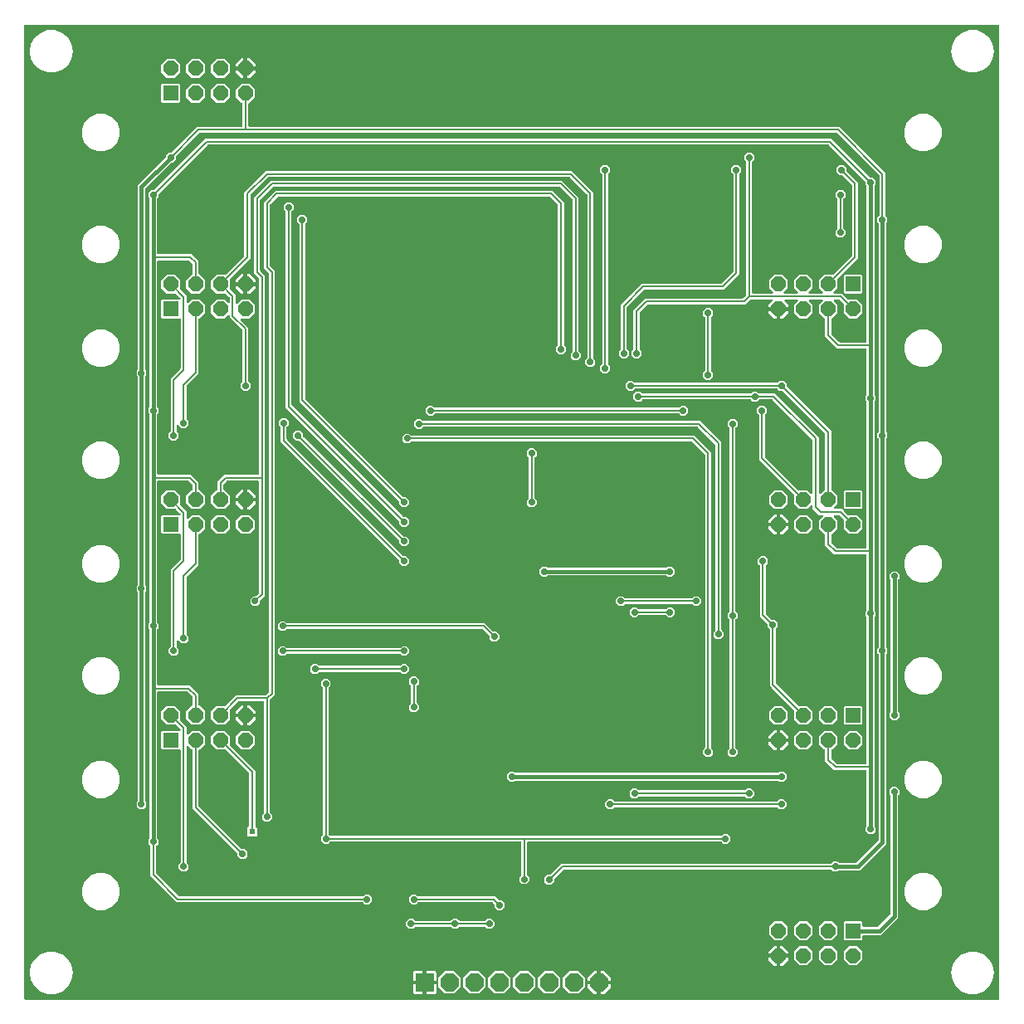
<source format=gbr>
G04 EAGLE Gerber RS-274X export*
G75*
%MOMM*%
%FSLAX34Y34*%
%LPD*%
%INBottom Copper*%
%IPPOS*%
%AMOC8*
5,1,8,0,0,1.08239X$1,22.5*%
G01*
%ADD10R,1.879600X1.879600*%
%ADD11P,2.034460X8X112.500000*%
%ADD12R,1.524000X1.524000*%
%ADD13P,1.649562X8X22.500000*%
%ADD14P,1.649562X8X202.500000*%
%ADD15P,0.654629X8X22.500000*%
%ADD16C,0.406400*%
%ADD17C,0.203200*%
%ADD18R,0.604800X0.604800*%

G36*
X996502Y2549D02*
X996502Y2549D01*
X996560Y2547D01*
X996642Y2569D01*
X996726Y2581D01*
X996779Y2604D01*
X996835Y2619D01*
X996908Y2662D01*
X996985Y2697D01*
X997030Y2735D01*
X997080Y2764D01*
X997138Y2826D01*
X997202Y2880D01*
X997234Y2929D01*
X997274Y2972D01*
X997313Y3047D01*
X997360Y3117D01*
X997377Y3173D01*
X997404Y3225D01*
X997415Y3293D01*
X997445Y3388D01*
X997448Y3488D01*
X997459Y3556D01*
X997459Y996444D01*
X997451Y996502D01*
X997453Y996560D01*
X997431Y996642D01*
X997419Y996726D01*
X997396Y996779D01*
X997381Y996835D01*
X997338Y996908D01*
X997303Y996985D01*
X997265Y997030D01*
X997236Y997080D01*
X997174Y997138D01*
X997120Y997202D01*
X997071Y997234D01*
X997028Y997274D01*
X996953Y997313D01*
X996883Y997360D01*
X996827Y997377D01*
X996775Y997404D01*
X996707Y997415D01*
X996612Y997445D01*
X996512Y997448D01*
X996444Y997459D01*
X3556Y997459D01*
X3498Y997451D01*
X3440Y997453D01*
X3358Y997431D01*
X3274Y997419D01*
X3221Y997396D01*
X3165Y997381D01*
X3092Y997338D01*
X3015Y997303D01*
X2970Y997265D01*
X2920Y997236D01*
X2862Y997174D01*
X2798Y997120D01*
X2766Y997071D01*
X2726Y997028D01*
X2687Y996953D01*
X2640Y996883D01*
X2623Y996827D01*
X2596Y996775D01*
X2585Y996707D01*
X2555Y996612D01*
X2552Y996512D01*
X2541Y996444D01*
X2541Y3556D01*
X2549Y3498D01*
X2547Y3440D01*
X2569Y3358D01*
X2581Y3274D01*
X2604Y3221D01*
X2619Y3165D01*
X2662Y3092D01*
X2697Y3015D01*
X2735Y2970D01*
X2764Y2920D01*
X2826Y2862D01*
X2880Y2798D01*
X2929Y2766D01*
X2972Y2726D01*
X3047Y2687D01*
X3117Y2640D01*
X3173Y2623D01*
X3225Y2596D01*
X3293Y2585D01*
X3388Y2555D01*
X3488Y2552D01*
X3556Y2541D01*
X996444Y2541D01*
X996502Y2549D01*
G37*
%LPC*%
G36*
X350105Y99943D02*
X350105Y99943D01*
X348395Y101654D01*
X348325Y101706D01*
X348261Y101766D01*
X348212Y101792D01*
X348168Y101825D01*
X348086Y101856D01*
X348008Y101896D01*
X347961Y101904D01*
X347902Y101926D01*
X347754Y101938D01*
X347677Y101951D01*
X157757Y101951D01*
X130951Y128757D01*
X130951Y159127D01*
X130939Y159214D01*
X130936Y159301D01*
X130919Y159354D01*
X130911Y159408D01*
X130876Y159488D01*
X130849Y159571D01*
X130821Y159611D01*
X130795Y159668D01*
X130699Y159781D01*
X130654Y159845D01*
X128943Y161555D01*
X128943Y165745D01*
X129638Y166439D01*
X129690Y166509D01*
X129750Y166573D01*
X129776Y166622D01*
X129809Y166666D01*
X129840Y166748D01*
X129880Y166826D01*
X129888Y166873D01*
X129910Y166932D01*
X129922Y167080D01*
X129935Y167157D01*
X129935Y380143D01*
X129923Y380230D01*
X129920Y380317D01*
X129903Y380370D01*
X129895Y380424D01*
X129860Y380504D01*
X129833Y380588D01*
X129805Y380627D01*
X129779Y380684D01*
X129683Y380797D01*
X129638Y380861D01*
X128943Y381555D01*
X128943Y385745D01*
X129638Y386439D01*
X129690Y386509D01*
X129750Y386573D01*
X129776Y386622D01*
X129809Y386666D01*
X129840Y386748D01*
X129880Y386826D01*
X129888Y386873D01*
X129910Y386932D01*
X129922Y387080D01*
X129935Y387157D01*
X129935Y600143D01*
X129923Y600230D01*
X129920Y600317D01*
X129903Y600370D01*
X129895Y600424D01*
X129860Y600504D01*
X129833Y600588D01*
X129805Y600627D01*
X129779Y600684D01*
X129683Y600797D01*
X129638Y600861D01*
X128943Y601555D01*
X128943Y605745D01*
X129638Y606439D01*
X129690Y606509D01*
X129750Y606573D01*
X129776Y606622D01*
X129809Y606666D01*
X129840Y606748D01*
X129880Y606826D01*
X129888Y606874D01*
X129910Y606932D01*
X129922Y607080D01*
X129935Y607157D01*
X129935Y820143D01*
X129923Y820230D01*
X129920Y820317D01*
X129903Y820370D01*
X129895Y820424D01*
X129860Y820504D01*
X129833Y820588D01*
X129805Y820627D01*
X129779Y820684D01*
X129683Y820797D01*
X129638Y820861D01*
X128943Y821555D01*
X128943Y825745D01*
X131905Y828707D01*
X134325Y828707D01*
X134411Y828719D01*
X134499Y828722D01*
X134551Y828739D01*
X134606Y828747D01*
X134686Y828782D01*
X134769Y828809D01*
X134808Y828837D01*
X134866Y828863D01*
X134979Y828959D01*
X135043Y829004D01*
X187087Y881049D01*
X825613Y881049D01*
X864957Y841704D01*
X865027Y841652D01*
X865091Y841592D01*
X865141Y841566D01*
X865185Y841533D01*
X865266Y841502D01*
X865344Y841462D01*
X865392Y841454D01*
X865450Y841432D01*
X865598Y841420D01*
X865675Y841407D01*
X868095Y841407D01*
X871057Y838445D01*
X871057Y834255D01*
X870362Y833561D01*
X870310Y833491D01*
X870250Y833427D01*
X870224Y833378D01*
X870191Y833334D01*
X870160Y833252D01*
X870120Y833174D01*
X870112Y833126D01*
X870090Y833068D01*
X870078Y832920D01*
X870065Y832843D01*
X870065Y619857D01*
X870077Y619770D01*
X870080Y619683D01*
X870097Y619630D01*
X870105Y619576D01*
X870140Y619496D01*
X870167Y619413D01*
X870195Y619373D01*
X870221Y619316D01*
X870317Y619203D01*
X870321Y619197D01*
X870333Y619177D01*
X870340Y619170D01*
X870362Y619139D01*
X871057Y618445D01*
X871057Y614255D01*
X870362Y613561D01*
X870310Y613491D01*
X870250Y613427D01*
X870224Y613378D01*
X870191Y613334D01*
X870160Y613252D01*
X870120Y613174D01*
X870112Y613126D01*
X870090Y613068D01*
X870078Y612920D01*
X870065Y612843D01*
X870065Y399857D01*
X870077Y399770D01*
X870080Y399683D01*
X870097Y399630D01*
X870105Y399576D01*
X870140Y399496D01*
X870167Y399413D01*
X870195Y399373D01*
X870221Y399316D01*
X870317Y399203D01*
X870362Y399139D01*
X871057Y398445D01*
X871057Y394255D01*
X870362Y393561D01*
X870310Y393491D01*
X870250Y393427D01*
X870224Y393378D01*
X870191Y393334D01*
X870160Y393252D01*
X870120Y393174D01*
X870112Y393126D01*
X870090Y393068D01*
X870078Y392920D01*
X870065Y392843D01*
X870065Y179857D01*
X870077Y179770D01*
X870080Y179683D01*
X870097Y179630D01*
X870105Y179576D01*
X870140Y179496D01*
X870167Y179413D01*
X870195Y179373D01*
X870221Y179316D01*
X870317Y179203D01*
X870362Y179139D01*
X871057Y178445D01*
X871057Y174255D01*
X868095Y171293D01*
X863905Y171293D01*
X860943Y174255D01*
X860943Y178445D01*
X861638Y179139D01*
X861690Y179209D01*
X861750Y179273D01*
X861776Y179322D01*
X861809Y179366D01*
X861840Y179448D01*
X861880Y179526D01*
X861888Y179574D01*
X861910Y179632D01*
X861922Y179780D01*
X861935Y179857D01*
X861935Y235936D01*
X861927Y235994D01*
X861929Y236052D01*
X861907Y236134D01*
X861895Y236218D01*
X861872Y236271D01*
X861857Y236327D01*
X861814Y236400D01*
X861779Y236477D01*
X861741Y236522D01*
X861712Y236572D01*
X861650Y236630D01*
X861596Y236694D01*
X861547Y236726D01*
X861504Y236766D01*
X861429Y236805D01*
X861359Y236852D01*
X861303Y236869D01*
X861251Y236896D01*
X861183Y236907D01*
X861088Y236937D01*
X860988Y236940D01*
X860920Y236951D01*
X828737Y236951D01*
X819651Y246037D01*
X819651Y256632D01*
X819643Y256690D01*
X819645Y256748D01*
X819623Y256830D01*
X819611Y256914D01*
X819588Y256967D01*
X819573Y257023D01*
X819530Y257096D01*
X819495Y257173D01*
X819457Y257218D01*
X819428Y257268D01*
X819366Y257326D01*
X819312Y257390D01*
X819263Y257422D01*
X819220Y257462D01*
X819145Y257501D01*
X819075Y257548D01*
X819019Y257565D01*
X818967Y257592D01*
X818899Y257603D01*
X818804Y257633D01*
X818713Y257636D01*
X813047Y263302D01*
X813047Y271298D01*
X818702Y276953D01*
X826698Y276953D01*
X832353Y271298D01*
X832353Y263302D01*
X826691Y257639D01*
X826648Y257641D01*
X826566Y257619D01*
X826482Y257607D01*
X826429Y257584D01*
X826373Y257569D01*
X826300Y257526D01*
X826223Y257491D01*
X826178Y257453D01*
X826128Y257424D01*
X826070Y257362D01*
X826006Y257308D01*
X825974Y257259D01*
X825934Y257216D01*
X825895Y257141D01*
X825848Y257071D01*
X825831Y257015D01*
X825804Y256963D01*
X825793Y256895D01*
X825763Y256800D01*
X825760Y256700D01*
X825749Y256632D01*
X825749Y248983D01*
X825761Y248897D01*
X825764Y248809D01*
X825781Y248757D01*
X825789Y248702D01*
X825824Y248622D01*
X825851Y248539D01*
X825879Y248500D01*
X825905Y248442D01*
X826001Y248329D01*
X826046Y248265D01*
X830965Y243346D01*
X831035Y243294D01*
X831099Y243234D01*
X831149Y243208D01*
X831193Y243175D01*
X831274Y243144D01*
X831352Y243104D01*
X831400Y243096D01*
X831458Y243074D01*
X831606Y243062D01*
X831683Y243049D01*
X860920Y243049D01*
X860978Y243057D01*
X861036Y243055D01*
X861118Y243077D01*
X861202Y243089D01*
X861255Y243112D01*
X861311Y243127D01*
X861384Y243170D01*
X861461Y243205D01*
X861506Y243243D01*
X861556Y243272D01*
X861614Y243334D01*
X861678Y243388D01*
X861710Y243437D01*
X861750Y243480D01*
X861789Y243555D01*
X861836Y243625D01*
X861853Y243681D01*
X861880Y243733D01*
X861891Y243801D01*
X861921Y243896D01*
X861924Y243996D01*
X861935Y244064D01*
X861935Y392843D01*
X861923Y392930D01*
X861920Y393017D01*
X861903Y393070D01*
X861895Y393124D01*
X861860Y393204D01*
X861833Y393287D01*
X861805Y393327D01*
X861779Y393384D01*
X861683Y393497D01*
X861638Y393561D01*
X860943Y394255D01*
X860943Y398445D01*
X861638Y399139D01*
X861690Y399209D01*
X861750Y399273D01*
X861776Y399322D01*
X861809Y399366D01*
X861840Y399448D01*
X861880Y399526D01*
X861888Y399574D01*
X861910Y399632D01*
X861922Y399780D01*
X861935Y399857D01*
X861935Y455936D01*
X861927Y455994D01*
X861929Y456052D01*
X861907Y456134D01*
X861895Y456218D01*
X861872Y456271D01*
X861857Y456327D01*
X861814Y456400D01*
X861779Y456477D01*
X861741Y456522D01*
X861712Y456572D01*
X861650Y456630D01*
X861596Y456694D01*
X861547Y456726D01*
X861504Y456766D01*
X861429Y456805D01*
X861359Y456852D01*
X861303Y456869D01*
X861251Y456896D01*
X861183Y456907D01*
X861088Y456937D01*
X860988Y456940D01*
X860920Y456951D01*
X828737Y456951D01*
X819651Y466037D01*
X819651Y476632D01*
X819643Y476690D01*
X819645Y476748D01*
X819623Y476830D01*
X819611Y476914D01*
X819588Y476967D01*
X819573Y477023D01*
X819530Y477096D01*
X819495Y477173D01*
X819457Y477218D01*
X819428Y477268D01*
X819366Y477326D01*
X819312Y477390D01*
X819263Y477422D01*
X819220Y477462D01*
X819145Y477501D01*
X819075Y477548D01*
X819019Y477565D01*
X818967Y477592D01*
X818899Y477603D01*
X818804Y477633D01*
X818713Y477636D01*
X813047Y483302D01*
X813047Y491298D01*
X816967Y495218D01*
X816985Y495242D01*
X817007Y495261D01*
X817070Y495355D01*
X817138Y495445D01*
X817148Y495473D01*
X817165Y495497D01*
X817199Y495605D01*
X817239Y495711D01*
X817242Y495740D01*
X817251Y495768D01*
X817253Y495882D01*
X817263Y495994D01*
X817257Y496023D01*
X817258Y496052D01*
X817229Y496162D01*
X817207Y496273D01*
X817193Y496299D01*
X817186Y496327D01*
X817128Y496425D01*
X817076Y496525D01*
X817056Y496547D01*
X817041Y496572D01*
X816958Y496649D01*
X816880Y496731D01*
X816855Y496746D01*
X816833Y496766D01*
X816733Y496818D01*
X816635Y496875D01*
X816606Y496882D01*
X816580Y496896D01*
X816503Y496909D01*
X816359Y496945D01*
X816297Y496943D01*
X816249Y496951D01*
X813737Y496951D01*
X806951Y503737D01*
X806951Y506249D01*
X806947Y506278D01*
X806950Y506308D01*
X806927Y506419D01*
X806911Y506531D01*
X806899Y506557D01*
X806894Y506586D01*
X806842Y506687D01*
X806795Y506790D01*
X806776Y506813D01*
X806763Y506839D01*
X806685Y506921D01*
X806612Y507007D01*
X806587Y507023D01*
X806567Y507045D01*
X806469Y507102D01*
X806375Y507165D01*
X806347Y507174D01*
X806322Y507188D01*
X806212Y507216D01*
X806104Y507251D01*
X806074Y507251D01*
X806046Y507258D01*
X805933Y507255D01*
X805820Y507258D01*
X805791Y507250D01*
X805762Y507249D01*
X805654Y507215D01*
X805545Y507186D01*
X805519Y507171D01*
X805491Y507162D01*
X805428Y507116D01*
X805300Y507041D01*
X805257Y506995D01*
X805218Y506967D01*
X801298Y503047D01*
X793302Y503047D01*
X787647Y508702D01*
X787647Y516709D01*
X787678Y516739D01*
X787721Y516812D01*
X787772Y516879D01*
X787793Y516934D01*
X787822Y516984D01*
X787843Y517066D01*
X787873Y517145D01*
X787878Y517203D01*
X787892Y517260D01*
X787890Y517344D01*
X787897Y517428D01*
X787885Y517485D01*
X787883Y517544D01*
X787857Y517624D01*
X787841Y517707D01*
X787814Y517759D01*
X787796Y517814D01*
X787756Y517870D01*
X787710Y517959D01*
X787641Y518032D01*
X787601Y518088D01*
X751951Y553737D01*
X751951Y599127D01*
X751939Y599214D01*
X751936Y599301D01*
X751919Y599354D01*
X751911Y599408D01*
X751876Y599488D01*
X751849Y599571D01*
X751821Y599611D01*
X751795Y599668D01*
X751699Y599781D01*
X751654Y599845D01*
X749943Y601555D01*
X749943Y605745D01*
X752905Y608707D01*
X757095Y608707D01*
X760057Y605745D01*
X760057Y601555D01*
X758346Y599845D01*
X758294Y599775D01*
X758234Y599711D01*
X758208Y599662D01*
X758175Y599618D01*
X758144Y599536D01*
X758104Y599458D01*
X758096Y599410D01*
X758074Y599352D01*
X758062Y599204D01*
X758049Y599127D01*
X758049Y556683D01*
X758061Y556597D01*
X758064Y556509D01*
X758081Y556457D01*
X758089Y556402D01*
X758124Y556322D01*
X758151Y556239D01*
X758179Y556200D01*
X758205Y556142D01*
X758301Y556029D01*
X758346Y555965D01*
X791912Y522399D01*
X791959Y522364D01*
X791999Y522322D01*
X792072Y522279D01*
X792140Y522228D01*
X792194Y522207D01*
X792245Y522178D01*
X792326Y522157D01*
X792405Y522127D01*
X792463Y522122D01*
X792520Y522108D01*
X792605Y522110D01*
X792689Y522103D01*
X792746Y522115D01*
X792804Y522117D01*
X792885Y522143D01*
X792967Y522159D01*
X793019Y522186D01*
X793075Y522204D01*
X793131Y522244D01*
X793220Y522290D01*
X793285Y522353D01*
X801298Y522353D01*
X805218Y518433D01*
X805242Y518415D01*
X805261Y518393D01*
X805355Y518330D01*
X805445Y518262D01*
X805473Y518252D01*
X805497Y518235D01*
X805605Y518201D01*
X805711Y518161D01*
X805740Y518158D01*
X805768Y518149D01*
X805882Y518147D01*
X805994Y518137D01*
X806023Y518143D01*
X806052Y518142D01*
X806162Y518171D01*
X806273Y518193D01*
X806299Y518207D01*
X806327Y518214D01*
X806425Y518272D01*
X806525Y518324D01*
X806547Y518344D01*
X806572Y518359D01*
X806649Y518442D01*
X806731Y518520D01*
X806746Y518545D01*
X806766Y518567D01*
X806818Y518667D01*
X806875Y518765D01*
X806882Y518794D01*
X806896Y518820D01*
X806909Y518897D01*
X806945Y519041D01*
X806943Y519103D01*
X806951Y519151D01*
X806951Y573317D01*
X806939Y573403D01*
X806936Y573491D01*
X806919Y573543D01*
X806911Y573598D01*
X806876Y573678D01*
X806849Y573761D01*
X806821Y573800D01*
X806795Y573858D01*
X806699Y573971D01*
X806654Y574035D01*
X766035Y614654D01*
X765965Y614706D01*
X765901Y614766D01*
X765851Y614792D01*
X765807Y614825D01*
X765726Y614856D01*
X765648Y614896D01*
X765600Y614904D01*
X765542Y614926D01*
X765394Y614938D01*
X765317Y614951D01*
X752523Y614951D01*
X752436Y614939D01*
X752349Y614936D01*
X752296Y614919D01*
X752242Y614911D01*
X752162Y614876D01*
X752079Y614849D01*
X752039Y614821D01*
X751982Y614795D01*
X751869Y614699D01*
X751805Y614654D01*
X750095Y612943D01*
X745905Y612943D01*
X744195Y614654D01*
X744125Y614706D01*
X744061Y614766D01*
X744012Y614792D01*
X743968Y614825D01*
X743886Y614856D01*
X743808Y614896D01*
X743760Y614904D01*
X743702Y614926D01*
X743554Y614938D01*
X743477Y614951D01*
X633523Y614951D01*
X633436Y614939D01*
X633349Y614936D01*
X633296Y614919D01*
X633242Y614911D01*
X633162Y614876D01*
X633079Y614849D01*
X633039Y614821D01*
X632982Y614795D01*
X632869Y614699D01*
X632805Y614654D01*
X631095Y612943D01*
X626905Y612943D01*
X623943Y615905D01*
X623943Y620095D01*
X626905Y623057D01*
X631095Y623057D01*
X632805Y621346D01*
X632875Y621294D01*
X632939Y621234D01*
X632988Y621208D01*
X633032Y621175D01*
X633114Y621144D01*
X633192Y621104D01*
X633240Y621096D01*
X633298Y621074D01*
X633446Y621062D01*
X633523Y621049D01*
X743477Y621049D01*
X743564Y621061D01*
X743651Y621064D01*
X743704Y621081D01*
X743758Y621089D01*
X743838Y621124D01*
X743921Y621151D01*
X743961Y621179D01*
X744018Y621205D01*
X744131Y621301D01*
X744195Y621346D01*
X745905Y623057D01*
X750095Y623057D01*
X751805Y621346D01*
X751875Y621294D01*
X751939Y621234D01*
X751988Y621208D01*
X752032Y621175D01*
X752114Y621144D01*
X752192Y621104D01*
X752239Y621096D01*
X752298Y621074D01*
X752446Y621062D01*
X752523Y621049D01*
X768263Y621049D01*
X813049Y576263D01*
X813049Y519151D01*
X813053Y519122D01*
X813050Y519092D01*
X813073Y518981D01*
X813089Y518869D01*
X813101Y518843D01*
X813106Y518814D01*
X813158Y518713D01*
X813205Y518610D01*
X813224Y518587D01*
X813237Y518561D01*
X813315Y518479D01*
X813388Y518393D01*
X813413Y518377D01*
X813433Y518355D01*
X813531Y518298D01*
X813625Y518235D01*
X813653Y518226D01*
X813678Y518212D01*
X813788Y518184D01*
X813896Y518149D01*
X813926Y518149D01*
X813954Y518142D01*
X814067Y518145D01*
X814180Y518142D01*
X814209Y518150D01*
X814238Y518151D01*
X814346Y518185D01*
X814455Y518214D01*
X814481Y518229D01*
X814509Y518238D01*
X814572Y518284D01*
X814700Y518359D01*
X814743Y518405D01*
X814782Y518433D01*
X818709Y522361D01*
X818752Y522359D01*
X818834Y522381D01*
X818918Y522393D01*
X818971Y522416D01*
X819027Y522431D01*
X819100Y522474D01*
X819177Y522509D01*
X819222Y522547D01*
X819272Y522576D01*
X819330Y522638D01*
X819394Y522692D01*
X819426Y522741D01*
X819466Y522784D01*
X819505Y522859D01*
X819552Y522929D01*
X819569Y522985D01*
X819596Y523037D01*
X819607Y523105D01*
X819637Y523200D01*
X819640Y523300D01*
X819651Y523368D01*
X819651Y579667D01*
X819639Y579753D01*
X819636Y579841D01*
X819619Y579893D01*
X819611Y579948D01*
X819576Y580028D01*
X819549Y580111D01*
X819521Y580150D01*
X819495Y580208D01*
X819399Y580321D01*
X819354Y580385D01*
X776043Y623696D01*
X775973Y623748D01*
X775909Y623808D01*
X775859Y623834D01*
X775815Y623867D01*
X775734Y623898D01*
X775656Y623938D01*
X775608Y623946D01*
X775550Y623968D01*
X775402Y623980D01*
X775325Y623993D01*
X772905Y623993D01*
X771195Y625704D01*
X771125Y625756D01*
X771061Y625816D01*
X771012Y625842D01*
X770968Y625875D01*
X770886Y625906D01*
X770808Y625946D01*
X770760Y625954D01*
X770702Y625976D01*
X770554Y625988D01*
X770477Y626001D01*
X625523Y626001D01*
X625436Y625989D01*
X625349Y625986D01*
X625296Y625969D01*
X625242Y625961D01*
X625162Y625926D01*
X625079Y625899D01*
X625039Y625871D01*
X624982Y625845D01*
X624869Y625749D01*
X624805Y625704D01*
X623095Y623993D01*
X618905Y623993D01*
X615943Y626955D01*
X615943Y631145D01*
X618905Y634107D01*
X623095Y634107D01*
X624805Y632396D01*
X624875Y632344D01*
X624939Y632284D01*
X624988Y632258D01*
X625032Y632225D01*
X625114Y632194D01*
X625192Y632154D01*
X625240Y632146D01*
X625298Y632124D01*
X625446Y632112D01*
X625523Y632099D01*
X770477Y632099D01*
X770564Y632111D01*
X770651Y632114D01*
X770704Y632131D01*
X770758Y632139D01*
X770838Y632174D01*
X770921Y632201D01*
X770961Y632229D01*
X771018Y632255D01*
X771131Y632351D01*
X771195Y632396D01*
X772905Y634107D01*
X777095Y634107D01*
X780057Y631145D01*
X780057Y628725D01*
X780069Y628639D01*
X780072Y628551D01*
X780089Y628499D01*
X780097Y628444D01*
X780132Y628364D01*
X780159Y628281D01*
X780187Y628242D01*
X780213Y628184D01*
X780309Y628071D01*
X780354Y628007D01*
X825749Y582613D01*
X825749Y523368D01*
X825757Y523310D01*
X825755Y523252D01*
X825777Y523170D01*
X825789Y523086D01*
X825812Y523033D01*
X825827Y522977D01*
X825870Y522904D01*
X825905Y522827D01*
X825943Y522782D01*
X825972Y522732D01*
X826034Y522674D01*
X826088Y522610D01*
X826137Y522578D01*
X826180Y522538D01*
X826255Y522499D01*
X826325Y522452D01*
X826381Y522435D01*
X826433Y522408D01*
X826501Y522397D01*
X826596Y522367D01*
X826687Y522364D01*
X832353Y516698D01*
X832353Y508702D01*
X828433Y504782D01*
X828418Y504763D01*
X828403Y504750D01*
X828401Y504746D01*
X828393Y504739D01*
X828330Y504645D01*
X828262Y504555D01*
X828252Y504527D01*
X828235Y504503D01*
X828201Y504395D01*
X828161Y504289D01*
X828158Y504260D01*
X828149Y504232D01*
X828147Y504118D01*
X828137Y504006D01*
X828143Y503977D01*
X828142Y503948D01*
X828171Y503838D01*
X828193Y503727D01*
X828207Y503701D01*
X828214Y503673D01*
X828272Y503575D01*
X828324Y503475D01*
X828344Y503453D01*
X828359Y503428D01*
X828442Y503351D01*
X828520Y503269D01*
X828545Y503254D01*
X828567Y503234D01*
X828667Y503182D01*
X828765Y503125D01*
X828794Y503118D01*
X828820Y503104D01*
X828897Y503091D01*
X829041Y503055D01*
X829103Y503057D01*
X829151Y503049D01*
X836663Y503049D01*
X838746Y500966D01*
X838746Y500965D01*
X842712Y496999D01*
X842759Y496964D01*
X842799Y496922D01*
X842872Y496879D01*
X842940Y496828D01*
X842994Y496807D01*
X843045Y496778D01*
X843126Y496757D01*
X843205Y496727D01*
X843263Y496722D01*
X843320Y496708D01*
X843405Y496710D01*
X843489Y496703D01*
X843546Y496715D01*
X843604Y496717D01*
X843685Y496743D01*
X843767Y496759D01*
X843819Y496786D01*
X843875Y496804D01*
X843931Y496844D01*
X844020Y496890D01*
X844085Y496953D01*
X852098Y496953D01*
X857753Y491298D01*
X857753Y483302D01*
X852098Y477647D01*
X844102Y477647D01*
X838447Y483302D01*
X838447Y491309D01*
X838478Y491339D01*
X838521Y491412D01*
X838572Y491479D01*
X838593Y491534D01*
X838622Y491584D01*
X838643Y491666D01*
X838673Y491745D01*
X838678Y491803D01*
X838692Y491860D01*
X838690Y491944D01*
X838697Y492028D01*
X838685Y492085D01*
X838683Y492144D01*
X838657Y492224D01*
X838641Y492307D01*
X838614Y492359D01*
X838596Y492414D01*
X838556Y492470D01*
X838510Y492559D01*
X838441Y492631D01*
X838401Y492688D01*
X834435Y496654D01*
X834365Y496706D01*
X834301Y496766D01*
X834251Y496792D01*
X834207Y496825D01*
X834126Y496856D01*
X834048Y496896D01*
X834000Y496904D01*
X833942Y496926D01*
X833794Y496938D01*
X833717Y496951D01*
X829151Y496951D01*
X829122Y496947D01*
X829092Y496950D01*
X828981Y496927D01*
X828869Y496911D01*
X828843Y496899D01*
X828814Y496894D01*
X828713Y496842D01*
X828610Y496795D01*
X828587Y496776D01*
X828561Y496763D01*
X828479Y496685D01*
X828393Y496612D01*
X828377Y496587D01*
X828355Y496567D01*
X828298Y496469D01*
X828235Y496375D01*
X828226Y496347D01*
X828212Y496322D01*
X828184Y496212D01*
X828149Y496104D01*
X828149Y496074D01*
X828142Y496046D01*
X828145Y495933D01*
X828142Y495820D01*
X828150Y495791D01*
X828151Y495762D01*
X828185Y495654D01*
X828214Y495545D01*
X828229Y495519D01*
X828238Y495491D01*
X828284Y495428D01*
X828359Y495300D01*
X828405Y495257D01*
X828433Y495218D01*
X832353Y491298D01*
X832353Y483302D01*
X826691Y477639D01*
X826648Y477641D01*
X826566Y477619D01*
X826482Y477607D01*
X826429Y477584D01*
X826373Y477569D01*
X826300Y477526D01*
X826223Y477491D01*
X826178Y477453D01*
X826128Y477424D01*
X826070Y477362D01*
X826006Y477308D01*
X825974Y477259D01*
X825934Y477216D01*
X825895Y477141D01*
X825848Y477071D01*
X825831Y477015D01*
X825804Y476963D01*
X825793Y476895D01*
X825763Y476800D01*
X825760Y476700D01*
X825749Y476632D01*
X825749Y468983D01*
X825761Y468897D01*
X825764Y468809D01*
X825781Y468757D01*
X825789Y468702D01*
X825824Y468622D01*
X825851Y468539D01*
X825879Y468500D01*
X825905Y468442D01*
X826001Y468329D01*
X826046Y468265D01*
X830965Y463346D01*
X831035Y463294D01*
X831099Y463234D01*
X831149Y463208D01*
X831193Y463175D01*
X831274Y463144D01*
X831352Y463104D01*
X831400Y463096D01*
X831458Y463074D01*
X831606Y463062D01*
X831683Y463049D01*
X860920Y463049D01*
X860978Y463057D01*
X861036Y463055D01*
X861118Y463077D01*
X861202Y463089D01*
X861255Y463112D01*
X861311Y463127D01*
X861384Y463170D01*
X861461Y463205D01*
X861506Y463243D01*
X861556Y463272D01*
X861614Y463334D01*
X861678Y463388D01*
X861710Y463437D01*
X861750Y463480D01*
X861789Y463555D01*
X861836Y463625D01*
X861853Y463681D01*
X861880Y463733D01*
X861891Y463801D01*
X861921Y463896D01*
X861924Y463996D01*
X861935Y464064D01*
X861935Y612843D01*
X861923Y612930D01*
X861920Y613017D01*
X861903Y613070D01*
X861895Y613124D01*
X861860Y613204D01*
X861833Y613287D01*
X861805Y613327D01*
X861779Y613384D01*
X861683Y613497D01*
X861638Y613561D01*
X860943Y614255D01*
X860943Y618445D01*
X861638Y619139D01*
X861690Y619209D01*
X861750Y619273D01*
X861776Y619322D01*
X861809Y619366D01*
X861840Y619448D01*
X861880Y619526D01*
X861888Y619574D01*
X861910Y619632D01*
X861922Y619780D01*
X861935Y619857D01*
X861935Y665936D01*
X861927Y665994D01*
X861929Y666052D01*
X861907Y666134D01*
X861895Y666218D01*
X861872Y666271D01*
X861857Y666327D01*
X861814Y666400D01*
X861779Y666477D01*
X861741Y666522D01*
X861712Y666572D01*
X861650Y666630D01*
X861596Y666694D01*
X861547Y666726D01*
X861504Y666766D01*
X861429Y666805D01*
X861359Y666852D01*
X861303Y666869D01*
X861251Y666896D01*
X861183Y666907D01*
X861088Y666937D01*
X860988Y666940D01*
X860920Y666951D01*
X831698Y666951D01*
X819651Y678998D01*
X819651Y696632D01*
X819643Y696690D01*
X819645Y696748D01*
X819623Y696830D01*
X819611Y696914D01*
X819588Y696967D01*
X819573Y697023D01*
X819530Y697096D01*
X819495Y697173D01*
X819457Y697218D01*
X819428Y697268D01*
X819366Y697326D01*
X819312Y697390D01*
X819263Y697422D01*
X819220Y697462D01*
X819145Y697501D01*
X819075Y697548D01*
X819019Y697565D01*
X818967Y697592D01*
X818899Y697603D01*
X818804Y697633D01*
X818713Y697636D01*
X813047Y703302D01*
X813047Y711298D01*
X816967Y715218D01*
X816985Y715242D01*
X817007Y715261D01*
X817070Y715355D01*
X817138Y715445D01*
X817148Y715473D01*
X817165Y715497D01*
X817199Y715605D01*
X817239Y715711D01*
X817242Y715740D01*
X817251Y715768D01*
X817253Y715882D01*
X817263Y715994D01*
X817257Y716023D01*
X817258Y716052D01*
X817229Y716162D01*
X817207Y716273D01*
X817193Y716299D01*
X817186Y716327D01*
X817128Y716425D01*
X817076Y716525D01*
X817056Y716547D01*
X817041Y716572D01*
X816958Y716649D01*
X816880Y716731D01*
X816855Y716746D01*
X816833Y716766D01*
X816733Y716818D01*
X816635Y716875D01*
X816606Y716882D01*
X816580Y716896D01*
X816503Y716909D01*
X816359Y716945D01*
X816297Y716943D01*
X816249Y716951D01*
X803751Y716951D01*
X803722Y716947D01*
X803692Y716950D01*
X803581Y716927D01*
X803469Y716911D01*
X803443Y716899D01*
X803414Y716894D01*
X803313Y716842D01*
X803210Y716795D01*
X803187Y716776D01*
X803161Y716763D01*
X803079Y716685D01*
X802993Y716612D01*
X802977Y716587D01*
X802955Y716567D01*
X802898Y716469D01*
X802835Y716375D01*
X802826Y716347D01*
X802812Y716322D01*
X802784Y716212D01*
X802749Y716104D01*
X802749Y716074D01*
X802742Y716046D01*
X802745Y715933D01*
X802742Y715820D01*
X802750Y715791D01*
X802751Y715762D01*
X802785Y715654D01*
X802814Y715545D01*
X802829Y715519D01*
X802838Y715491D01*
X802884Y715428D01*
X802959Y715300D01*
X803005Y715257D01*
X803033Y715218D01*
X806953Y711298D01*
X806953Y703302D01*
X801298Y697647D01*
X793302Y697647D01*
X787647Y703302D01*
X787647Y711298D01*
X791567Y715218D01*
X791585Y715242D01*
X791607Y715261D01*
X791670Y715355D01*
X791738Y715445D01*
X791748Y715473D01*
X791765Y715497D01*
X791799Y715605D01*
X791839Y715711D01*
X791842Y715740D01*
X791851Y715768D01*
X791853Y715882D01*
X791863Y715994D01*
X791857Y716023D01*
X791858Y716052D01*
X791829Y716162D01*
X791807Y716273D01*
X791793Y716299D01*
X791786Y716327D01*
X791728Y716425D01*
X791676Y716525D01*
X791656Y716547D01*
X791641Y716572D01*
X791558Y716649D01*
X791480Y716731D01*
X791455Y716746D01*
X791433Y716766D01*
X791333Y716818D01*
X791235Y716875D01*
X791206Y716882D01*
X791180Y716896D01*
X791103Y716909D01*
X790959Y716945D01*
X790897Y716943D01*
X790849Y716951D01*
X779069Y716951D01*
X779040Y716947D01*
X779011Y716950D01*
X778900Y716927D01*
X778788Y716911D01*
X778761Y716899D01*
X778732Y716894D01*
X778632Y716842D01*
X778528Y716795D01*
X778506Y716776D01*
X778480Y716763D01*
X778398Y716685D01*
X778311Y716612D01*
X778295Y716587D01*
X778274Y716567D01*
X778217Y716469D01*
X778154Y716375D01*
X778145Y716347D01*
X778130Y716322D01*
X778102Y716212D01*
X778068Y716104D01*
X778067Y716074D01*
X778060Y716046D01*
X778064Y715933D01*
X778061Y715820D01*
X778068Y715791D01*
X778069Y715762D01*
X778104Y715654D01*
X778132Y715545D01*
X778147Y715519D01*
X778156Y715491D01*
X778202Y715428D01*
X778278Y715300D01*
X778323Y715257D01*
X778351Y715218D01*
X782061Y711509D01*
X782061Y709331D01*
X772916Y709331D01*
X772858Y709323D01*
X772800Y709325D01*
X772718Y709303D01*
X772635Y709291D01*
X772581Y709267D01*
X772525Y709253D01*
X772452Y709210D01*
X772375Y709175D01*
X772331Y709137D01*
X772280Y709107D01*
X772223Y709046D01*
X772158Y708991D01*
X772126Y708943D01*
X772086Y708900D01*
X772047Y708825D01*
X772001Y708755D01*
X771983Y708699D01*
X771956Y708647D01*
X771945Y708579D01*
X771915Y708484D01*
X771912Y708384D01*
X771901Y708316D01*
X771901Y707299D01*
X771899Y707299D01*
X771899Y708316D01*
X771891Y708374D01*
X771892Y708432D01*
X771871Y708514D01*
X771859Y708597D01*
X771835Y708651D01*
X771821Y708707D01*
X771778Y708780D01*
X771743Y708857D01*
X771705Y708902D01*
X771675Y708952D01*
X771614Y709010D01*
X771559Y709074D01*
X771511Y709106D01*
X771468Y709146D01*
X771393Y709185D01*
X771323Y709231D01*
X771267Y709249D01*
X771215Y709276D01*
X771147Y709287D01*
X771052Y709317D01*
X770952Y709320D01*
X770884Y709331D01*
X761739Y709331D01*
X761739Y711509D01*
X765449Y715218D01*
X765466Y715242D01*
X765489Y715261D01*
X765552Y715355D01*
X765620Y715445D01*
X765630Y715473D01*
X765646Y715497D01*
X765681Y715605D01*
X765721Y715711D01*
X765723Y715740D01*
X765732Y715768D01*
X765735Y715882D01*
X765744Y715994D01*
X765739Y716023D01*
X765739Y716052D01*
X765711Y716162D01*
X765689Y716273D01*
X765675Y716299D01*
X765668Y716327D01*
X765610Y716425D01*
X765558Y716525D01*
X765537Y716547D01*
X765522Y716572D01*
X765440Y716649D01*
X765362Y716731D01*
X765336Y716746D01*
X765315Y716766D01*
X765214Y716818D01*
X765116Y716875D01*
X765088Y716882D01*
X765062Y716896D01*
X764985Y716909D01*
X764841Y716945D01*
X764778Y716943D01*
X764731Y716951D01*
X743683Y716951D01*
X743597Y716939D01*
X743509Y716936D01*
X743457Y716919D01*
X743402Y716911D01*
X743322Y716876D01*
X743239Y716849D01*
X743200Y716821D01*
X743142Y716795D01*
X743029Y716699D01*
X742965Y716654D01*
X738263Y711951D01*
X639124Y711951D01*
X639037Y711939D01*
X638950Y711936D01*
X638897Y711919D01*
X638842Y711911D01*
X638762Y711876D01*
X638679Y711849D01*
X638640Y711821D01*
X638583Y711795D01*
X638469Y711699D01*
X638406Y711654D01*
X630346Y703594D01*
X630294Y703524D01*
X630234Y703461D01*
X630208Y703411D01*
X630175Y703367D01*
X630144Y703285D01*
X630104Y703207D01*
X630096Y703160D01*
X630074Y703101D01*
X630062Y702954D01*
X630049Y702876D01*
X630049Y666523D01*
X630061Y666436D01*
X630064Y666349D01*
X630081Y666296D01*
X630089Y666242D01*
X630124Y666162D01*
X630133Y666136D01*
X630136Y666123D01*
X630138Y666120D01*
X630151Y666079D01*
X630179Y666039D01*
X630205Y665982D01*
X630255Y665923D01*
X630281Y665878D01*
X630319Y665843D01*
X630346Y665805D01*
X632057Y664095D01*
X632057Y659905D01*
X629095Y656943D01*
X624905Y656943D01*
X621943Y659905D01*
X621943Y664095D01*
X623654Y665805D01*
X623669Y665825D01*
X623685Y665839D01*
X623716Y665885D01*
X623766Y665939D01*
X623792Y665988D01*
X623825Y666032D01*
X623839Y666070D01*
X623843Y666075D01*
X623850Y666099D01*
X623856Y666114D01*
X623896Y666192D01*
X623904Y666240D01*
X623926Y666298D01*
X623938Y666446D01*
X623951Y666523D01*
X623951Y705823D01*
X636177Y718049D01*
X735317Y718049D01*
X735403Y718061D01*
X735491Y718064D01*
X735543Y718081D01*
X735598Y718089D01*
X735678Y718124D01*
X735761Y718151D01*
X735800Y718179D01*
X735858Y718205D01*
X735971Y718301D01*
X736035Y718346D01*
X738654Y720965D01*
X738706Y721035D01*
X738766Y721099D01*
X738792Y721149D01*
X738825Y721193D01*
X738856Y721274D01*
X738896Y721352D01*
X738904Y721400D01*
X738926Y721458D01*
X738938Y721606D01*
X738951Y721683D01*
X738951Y857227D01*
X738939Y857314D01*
X738936Y857401D01*
X738919Y857454D01*
X738911Y857508D01*
X738876Y857588D01*
X738849Y857671D01*
X738821Y857711D01*
X738795Y857768D01*
X738699Y857881D01*
X738654Y857945D01*
X736943Y859655D01*
X736943Y863845D01*
X739905Y866807D01*
X744095Y866807D01*
X747057Y863845D01*
X747057Y859655D01*
X745346Y857945D01*
X745294Y857875D01*
X745234Y857811D01*
X745208Y857762D01*
X745175Y857718D01*
X745144Y857636D01*
X745104Y857558D01*
X745096Y857510D01*
X745074Y857452D01*
X745062Y857304D01*
X745049Y857227D01*
X745049Y724064D01*
X745057Y724006D01*
X745055Y723948D01*
X745077Y723866D01*
X745089Y723782D01*
X745112Y723729D01*
X745127Y723673D01*
X745170Y723600D01*
X745205Y723523D01*
X745243Y723478D01*
X745272Y723428D01*
X745334Y723370D01*
X745388Y723306D01*
X745437Y723274D01*
X745480Y723234D01*
X745555Y723195D01*
X745625Y723148D01*
X745681Y723131D01*
X745733Y723104D01*
X745801Y723093D01*
X745896Y723063D01*
X745996Y723060D01*
X746064Y723049D01*
X765449Y723049D01*
X765478Y723053D01*
X765508Y723050D01*
X765619Y723073D01*
X765731Y723089D01*
X765757Y723101D01*
X765786Y723106D01*
X765887Y723158D01*
X765990Y723205D01*
X766013Y723224D01*
X766039Y723237D01*
X766121Y723315D01*
X766207Y723388D01*
X766223Y723413D01*
X766245Y723433D01*
X766302Y723531D01*
X766365Y723625D01*
X766374Y723653D01*
X766388Y723678D01*
X766416Y723788D01*
X766451Y723896D01*
X766451Y723926D01*
X766458Y723954D01*
X766455Y724067D01*
X766458Y724180D01*
X766450Y724209D01*
X766449Y724238D01*
X766415Y724346D01*
X766386Y724455D01*
X766371Y724481D01*
X766362Y724509D01*
X766316Y724572D01*
X766241Y724700D01*
X766195Y724743D01*
X766167Y724782D01*
X762247Y728702D01*
X762247Y736698D01*
X767902Y742353D01*
X775898Y742353D01*
X781553Y736698D01*
X781553Y728702D01*
X777633Y724782D01*
X777615Y724758D01*
X777593Y724739D01*
X777530Y724645D01*
X777462Y724555D01*
X777452Y724527D01*
X777435Y724503D01*
X777401Y724395D01*
X777361Y724289D01*
X777358Y724260D01*
X777349Y724232D01*
X777347Y724118D01*
X777337Y724006D01*
X777343Y723977D01*
X777342Y723948D01*
X777371Y723838D01*
X777393Y723727D01*
X777407Y723701D01*
X777414Y723673D01*
X777472Y723575D01*
X777524Y723475D01*
X777544Y723453D01*
X777559Y723428D01*
X777642Y723351D01*
X777720Y723269D01*
X777745Y723254D01*
X777767Y723234D01*
X777867Y723182D01*
X777965Y723125D01*
X777994Y723118D01*
X778020Y723104D01*
X778097Y723091D01*
X778241Y723055D01*
X778303Y723057D01*
X778351Y723049D01*
X790849Y723049D01*
X790878Y723053D01*
X790908Y723050D01*
X791019Y723073D01*
X791131Y723089D01*
X791157Y723101D01*
X791186Y723106D01*
X791287Y723158D01*
X791390Y723205D01*
X791413Y723224D01*
X791439Y723237D01*
X791521Y723315D01*
X791607Y723388D01*
X791623Y723413D01*
X791645Y723433D01*
X791702Y723531D01*
X791765Y723625D01*
X791774Y723653D01*
X791788Y723678D01*
X791816Y723788D01*
X791851Y723896D01*
X791851Y723926D01*
X791858Y723954D01*
X791855Y724067D01*
X791858Y724180D01*
X791850Y724209D01*
X791849Y724238D01*
X791815Y724346D01*
X791786Y724455D01*
X791771Y724481D01*
X791762Y724509D01*
X791716Y724572D01*
X791641Y724700D01*
X791595Y724743D01*
X791567Y724782D01*
X787647Y728702D01*
X787647Y736698D01*
X793302Y742353D01*
X801298Y742353D01*
X806953Y736698D01*
X806953Y728702D01*
X803033Y724782D01*
X803015Y724758D01*
X802993Y724739D01*
X802930Y724645D01*
X802862Y724555D01*
X802852Y724527D01*
X802835Y724503D01*
X802801Y724395D01*
X802761Y724289D01*
X802758Y724260D01*
X802749Y724232D01*
X802747Y724118D01*
X802737Y724006D01*
X802743Y723977D01*
X802742Y723948D01*
X802771Y723838D01*
X802793Y723727D01*
X802807Y723701D01*
X802814Y723673D01*
X802872Y723575D01*
X802924Y723475D01*
X802944Y723453D01*
X802959Y723428D01*
X803042Y723351D01*
X803120Y723269D01*
X803145Y723254D01*
X803167Y723234D01*
X803267Y723182D01*
X803365Y723125D01*
X803394Y723118D01*
X803420Y723104D01*
X803497Y723091D01*
X803641Y723055D01*
X803703Y723057D01*
X803751Y723049D01*
X816249Y723049D01*
X816278Y723053D01*
X816308Y723050D01*
X816419Y723073D01*
X816531Y723089D01*
X816557Y723101D01*
X816586Y723106D01*
X816687Y723158D01*
X816790Y723205D01*
X816813Y723224D01*
X816839Y723237D01*
X816921Y723315D01*
X817007Y723388D01*
X817023Y723413D01*
X817045Y723433D01*
X817102Y723531D01*
X817165Y723625D01*
X817174Y723653D01*
X817188Y723678D01*
X817216Y723788D01*
X817251Y723896D01*
X817251Y723926D01*
X817258Y723954D01*
X817255Y724067D01*
X817258Y724180D01*
X817250Y724209D01*
X817249Y724238D01*
X817215Y724346D01*
X817186Y724455D01*
X817171Y724481D01*
X817162Y724509D01*
X817116Y724572D01*
X817041Y724700D01*
X816995Y724743D01*
X816967Y724782D01*
X813047Y728702D01*
X813047Y736698D01*
X818702Y742353D01*
X826709Y742353D01*
X826739Y742322D01*
X826812Y742279D01*
X826879Y742228D01*
X826934Y742207D01*
X826984Y742178D01*
X827066Y742157D01*
X827145Y742127D01*
X827203Y742122D01*
X827260Y742108D01*
X827344Y742110D01*
X827428Y742103D01*
X827485Y742115D01*
X827544Y742117D01*
X827624Y742143D01*
X827707Y742159D01*
X827759Y742186D01*
X827814Y742204D01*
X827870Y742244D01*
X827959Y742290D01*
X828031Y742359D01*
X828088Y742399D01*
X846654Y760965D01*
X846706Y761035D01*
X846766Y761099D01*
X846792Y761149D01*
X846825Y761193D01*
X846856Y761274D01*
X846896Y761352D01*
X846904Y761400D01*
X846926Y761458D01*
X846938Y761606D01*
X846951Y761683D01*
X846951Y833317D01*
X846939Y833403D01*
X846936Y833491D01*
X846919Y833543D01*
X846911Y833598D01*
X846876Y833678D01*
X846849Y833761D01*
X846821Y833800D01*
X846795Y833858D01*
X846699Y833971D01*
X846654Y834035D01*
X836993Y843696D01*
X836923Y843748D01*
X836859Y843808D01*
X836809Y843834D01*
X836765Y843867D01*
X836684Y843898D01*
X836606Y843938D01*
X836558Y843946D01*
X836500Y843968D01*
X836352Y843980D01*
X836275Y843993D01*
X833855Y843993D01*
X830893Y846955D01*
X830893Y851145D01*
X833855Y854107D01*
X838045Y854107D01*
X841007Y851145D01*
X841007Y848725D01*
X841019Y848639D01*
X841022Y848551D01*
X841039Y848499D01*
X841047Y848444D01*
X841082Y848364D01*
X841109Y848281D01*
X841137Y848242D01*
X841163Y848184D01*
X841259Y848071D01*
X841304Y848007D01*
X853049Y836263D01*
X853049Y758737D01*
X850966Y756654D01*
X850965Y756654D01*
X832399Y738088D01*
X832364Y738041D01*
X832322Y738001D01*
X832279Y737928D01*
X832228Y737860D01*
X832207Y737806D01*
X832178Y737755D01*
X832157Y737674D01*
X832127Y737595D01*
X832122Y737537D01*
X832108Y737480D01*
X832110Y737395D01*
X832103Y737311D01*
X832115Y737254D01*
X832117Y737196D01*
X832143Y737115D01*
X832159Y737033D01*
X832186Y736981D01*
X832204Y736925D01*
X832244Y736869D01*
X832290Y736780D01*
X832353Y736715D01*
X832353Y728702D01*
X828433Y724782D01*
X828415Y724758D01*
X828393Y724739D01*
X828330Y724645D01*
X828262Y724555D01*
X828252Y724527D01*
X828235Y724503D01*
X828201Y724395D01*
X828161Y724289D01*
X828158Y724260D01*
X828149Y724232D01*
X828147Y724118D01*
X828137Y724006D01*
X828143Y723977D01*
X828142Y723948D01*
X828171Y723838D01*
X828193Y723727D01*
X828207Y723701D01*
X828214Y723673D01*
X828272Y723575D01*
X828324Y723475D01*
X828344Y723453D01*
X828359Y723428D01*
X828442Y723351D01*
X828520Y723269D01*
X828545Y723254D01*
X828567Y723234D01*
X828667Y723182D01*
X828765Y723125D01*
X828794Y723118D01*
X828820Y723104D01*
X828897Y723091D01*
X829041Y723055D01*
X829103Y723057D01*
X829151Y723049D01*
X836663Y723049D01*
X838746Y720966D01*
X838746Y720965D01*
X842712Y716999D01*
X842759Y716964D01*
X842799Y716922D01*
X842872Y716879D01*
X842940Y716828D01*
X842994Y716807D01*
X843045Y716778D01*
X843126Y716757D01*
X843205Y716727D01*
X843263Y716722D01*
X843320Y716708D01*
X843405Y716710D01*
X843489Y716703D01*
X843546Y716715D01*
X843604Y716717D01*
X843685Y716743D01*
X843767Y716759D01*
X843819Y716786D01*
X843875Y716804D01*
X843931Y716844D01*
X844020Y716890D01*
X844085Y716953D01*
X852098Y716953D01*
X857753Y711298D01*
X857753Y703302D01*
X852098Y697647D01*
X844102Y697647D01*
X838447Y703302D01*
X838447Y711309D01*
X838478Y711339D01*
X838521Y711412D01*
X838572Y711479D01*
X838593Y711534D01*
X838622Y711584D01*
X838643Y711666D01*
X838673Y711745D01*
X838678Y711803D01*
X838692Y711860D01*
X838690Y711944D01*
X838697Y712028D01*
X838685Y712085D01*
X838683Y712144D01*
X838657Y712224D01*
X838641Y712307D01*
X838614Y712359D01*
X838596Y712414D01*
X838556Y712470D01*
X838510Y712559D01*
X838441Y712631D01*
X838401Y712688D01*
X834435Y716654D01*
X834365Y716706D01*
X834301Y716766D01*
X834251Y716792D01*
X834207Y716825D01*
X834126Y716856D01*
X834048Y716896D01*
X834000Y716904D01*
X833942Y716926D01*
X833794Y716938D01*
X833717Y716951D01*
X829151Y716951D01*
X829122Y716947D01*
X829092Y716950D01*
X828981Y716927D01*
X828869Y716911D01*
X828843Y716899D01*
X828814Y716894D01*
X828713Y716842D01*
X828610Y716795D01*
X828587Y716776D01*
X828561Y716763D01*
X828479Y716685D01*
X828393Y716612D01*
X828377Y716587D01*
X828355Y716567D01*
X828298Y716469D01*
X828235Y716375D01*
X828226Y716347D01*
X828212Y716322D01*
X828184Y716212D01*
X828149Y716104D01*
X828149Y716074D01*
X828142Y716046D01*
X828145Y715933D01*
X828142Y715820D01*
X828150Y715791D01*
X828151Y715762D01*
X828185Y715654D01*
X828214Y715545D01*
X828229Y715519D01*
X828238Y715491D01*
X828284Y715428D01*
X828359Y715300D01*
X828405Y715257D01*
X828433Y715218D01*
X832353Y711298D01*
X832353Y703302D01*
X826691Y697639D01*
X826648Y697641D01*
X826566Y697619D01*
X826482Y697607D01*
X826429Y697584D01*
X826373Y697569D01*
X826300Y697526D01*
X826223Y697491D01*
X826178Y697453D01*
X826128Y697424D01*
X826070Y697362D01*
X826006Y697308D01*
X825974Y697259D01*
X825934Y697216D01*
X825895Y697141D01*
X825848Y697071D01*
X825831Y697015D01*
X825804Y696963D01*
X825793Y696895D01*
X825763Y696800D01*
X825760Y696700D01*
X825749Y696632D01*
X825749Y681944D01*
X825761Y681858D01*
X825764Y681770D01*
X825781Y681718D01*
X825789Y681663D01*
X825824Y681583D01*
X825851Y681500D01*
X825879Y681461D01*
X825905Y681404D01*
X826001Y681290D01*
X826046Y681227D01*
X833927Y673346D01*
X833996Y673294D01*
X834060Y673234D01*
X834110Y673208D01*
X834154Y673175D01*
X834235Y673144D01*
X834313Y673104D01*
X834361Y673096D01*
X834419Y673074D01*
X834567Y673062D01*
X834644Y673049D01*
X860920Y673049D01*
X860978Y673057D01*
X861036Y673055D01*
X861118Y673077D01*
X861202Y673089D01*
X861255Y673112D01*
X861311Y673127D01*
X861384Y673170D01*
X861461Y673205D01*
X861506Y673243D01*
X861556Y673272D01*
X861614Y673334D01*
X861678Y673388D01*
X861710Y673437D01*
X861750Y673480D01*
X861789Y673555D01*
X861836Y673625D01*
X861853Y673681D01*
X861880Y673733D01*
X861891Y673801D01*
X861921Y673896D01*
X861924Y673996D01*
X861935Y674064D01*
X861935Y832843D01*
X861923Y832930D01*
X861920Y833017D01*
X861903Y833070D01*
X861895Y833124D01*
X861860Y833204D01*
X861833Y833287D01*
X861805Y833327D01*
X861779Y833384D01*
X861683Y833497D01*
X861638Y833561D01*
X860943Y834255D01*
X860943Y836675D01*
X860931Y836761D01*
X860928Y836849D01*
X860911Y836901D01*
X860903Y836956D01*
X860868Y837036D01*
X860841Y837119D01*
X860813Y837158D01*
X860787Y837216D01*
X860691Y837329D01*
X860646Y837393D01*
X823385Y874654D01*
X823315Y874706D01*
X823251Y874766D01*
X823201Y874792D01*
X823157Y874825D01*
X823076Y874856D01*
X822998Y874896D01*
X822950Y874904D01*
X822892Y874926D01*
X822744Y874938D01*
X822667Y874951D01*
X190033Y874951D01*
X189947Y874939D01*
X189859Y874936D01*
X189807Y874919D01*
X189752Y874911D01*
X189672Y874876D01*
X189589Y874849D01*
X189550Y874821D01*
X189492Y874795D01*
X189379Y874699D01*
X189315Y874654D01*
X139354Y824693D01*
X139302Y824623D01*
X139242Y824559D01*
X139216Y824509D01*
X139183Y824465D01*
X139152Y824384D01*
X139112Y824306D01*
X139104Y824258D01*
X139082Y824200D01*
X139070Y824052D01*
X139057Y823975D01*
X139057Y821555D01*
X138362Y820861D01*
X138310Y820791D01*
X138250Y820727D01*
X138224Y820678D01*
X138191Y820634D01*
X138160Y820552D01*
X138120Y820474D01*
X138112Y820427D01*
X138090Y820368D01*
X138078Y820220D01*
X138065Y820143D01*
X138065Y764064D01*
X138073Y764006D01*
X138071Y763948D01*
X138093Y763866D01*
X138105Y763782D01*
X138128Y763729D01*
X138143Y763673D01*
X138186Y763600D01*
X138221Y763523D01*
X138259Y763478D01*
X138288Y763428D01*
X138350Y763370D01*
X138404Y763306D01*
X138453Y763274D01*
X138496Y763234D01*
X138571Y763195D01*
X138641Y763148D01*
X138697Y763131D01*
X138749Y763104D01*
X138817Y763093D01*
X138912Y763063D01*
X139012Y763060D01*
X139080Y763049D01*
X173059Y763049D01*
X180349Y755759D01*
X180349Y743368D01*
X180357Y743310D01*
X180355Y743252D01*
X180377Y743170D01*
X180389Y743086D01*
X180412Y743033D01*
X180427Y742977D01*
X180470Y742904D01*
X180505Y742827D01*
X180543Y742782D01*
X180572Y742732D01*
X180634Y742674D01*
X180688Y742610D01*
X180737Y742578D01*
X180780Y742538D01*
X180855Y742499D01*
X180925Y742452D01*
X180981Y742435D01*
X181033Y742408D01*
X181101Y742397D01*
X181196Y742367D01*
X181287Y742364D01*
X186953Y736698D01*
X186953Y728702D01*
X181298Y723047D01*
X173302Y723047D01*
X167647Y728702D01*
X167647Y736698D01*
X173309Y742361D01*
X173352Y742359D01*
X173434Y742381D01*
X173518Y742393D01*
X173571Y742416D01*
X173627Y742431D01*
X173700Y742474D01*
X173777Y742509D01*
X173822Y742547D01*
X173872Y742576D01*
X173930Y742638D01*
X173994Y742692D01*
X174026Y742741D01*
X174066Y742784D01*
X174105Y742859D01*
X174152Y742929D01*
X174169Y742985D01*
X174196Y743037D01*
X174207Y743105D01*
X174237Y743200D01*
X174240Y743300D01*
X174251Y743368D01*
X174251Y752813D01*
X174243Y752871D01*
X174245Y752927D01*
X174237Y752955D01*
X174236Y752987D01*
X174219Y753040D01*
X174211Y753095D01*
X174186Y753151D01*
X174173Y753202D01*
X174160Y753224D01*
X174149Y753258D01*
X174121Y753297D01*
X174095Y753354D01*
X174052Y753405D01*
X174028Y753446D01*
X173987Y753484D01*
X173954Y753531D01*
X170831Y756654D01*
X170761Y756706D01*
X170697Y756766D01*
X170648Y756792D01*
X170604Y756825D01*
X170522Y756856D01*
X170444Y756896D01*
X170397Y756904D01*
X170338Y756926D01*
X170190Y756938D01*
X170113Y756951D01*
X139080Y756951D01*
X139022Y756943D01*
X138964Y756945D01*
X138882Y756923D01*
X138798Y756911D01*
X138745Y756888D01*
X138689Y756873D01*
X138616Y756830D01*
X138539Y756795D01*
X138494Y756757D01*
X138444Y756728D01*
X138386Y756666D01*
X138322Y756612D01*
X138290Y756563D01*
X138250Y756520D01*
X138211Y756445D01*
X138164Y756375D01*
X138147Y756319D01*
X138120Y756267D01*
X138109Y756199D01*
X138079Y756104D01*
X138076Y756004D01*
X138065Y755936D01*
X138065Y607157D01*
X138077Y607070D01*
X138080Y606983D01*
X138097Y606930D01*
X138105Y606876D01*
X138140Y606796D01*
X138167Y606713D01*
X138195Y606673D01*
X138221Y606616D01*
X138317Y606503D01*
X138362Y606439D01*
X139057Y605745D01*
X139057Y601555D01*
X138362Y600861D01*
X138310Y600791D01*
X138250Y600727D01*
X138224Y600678D01*
X138191Y600634D01*
X138160Y600552D01*
X138120Y600474D01*
X138112Y600427D01*
X138090Y600368D01*
X138078Y600220D01*
X138065Y600143D01*
X138065Y539064D01*
X138073Y539006D01*
X138071Y538948D01*
X138093Y538866D01*
X138105Y538782D01*
X138128Y538729D01*
X138143Y538673D01*
X138186Y538600D01*
X138221Y538523D01*
X138259Y538478D01*
X138288Y538428D01*
X138350Y538370D01*
X138404Y538306D01*
X138453Y538274D01*
X138496Y538234D01*
X138571Y538195D01*
X138641Y538148D01*
X138697Y538131D01*
X138749Y538104D01*
X138817Y538093D01*
X138912Y538063D01*
X139012Y538060D01*
X139080Y538049D01*
X172522Y538049D01*
X180349Y530222D01*
X180349Y523368D01*
X180357Y523310D01*
X180355Y523252D01*
X180377Y523170D01*
X180389Y523086D01*
X180412Y523033D01*
X180427Y522977D01*
X180470Y522904D01*
X180505Y522827D01*
X180543Y522782D01*
X180572Y522732D01*
X180634Y522674D01*
X180688Y522610D01*
X180737Y522578D01*
X180780Y522538D01*
X180855Y522499D01*
X180925Y522452D01*
X180981Y522435D01*
X181033Y522408D01*
X181101Y522397D01*
X181196Y522367D01*
X181287Y522364D01*
X186953Y516698D01*
X186953Y508702D01*
X181298Y503047D01*
X173302Y503047D01*
X167647Y508702D01*
X167647Y516698D01*
X173309Y522361D01*
X173352Y522359D01*
X173434Y522381D01*
X173518Y522393D01*
X173571Y522416D01*
X173627Y522431D01*
X173700Y522474D01*
X173777Y522509D01*
X173822Y522547D01*
X173872Y522576D01*
X173930Y522638D01*
X173994Y522692D01*
X174026Y522741D01*
X174066Y522784D01*
X174105Y522859D01*
X174152Y522929D01*
X174169Y522985D01*
X174196Y523037D01*
X174207Y523105D01*
X174237Y523200D01*
X174240Y523300D01*
X174251Y523368D01*
X174251Y527276D01*
X174239Y527363D01*
X174236Y527450D01*
X174219Y527503D01*
X174211Y527557D01*
X174176Y527637D01*
X174149Y527720D01*
X174121Y527760D01*
X174095Y527817D01*
X173999Y527930D01*
X173954Y527994D01*
X170294Y531654D01*
X170224Y531706D01*
X170160Y531766D01*
X170111Y531792D01*
X170067Y531825D01*
X169985Y531856D01*
X169907Y531896D01*
X169859Y531904D01*
X169801Y531926D01*
X169653Y531938D01*
X169576Y531951D01*
X139080Y531951D01*
X139022Y531943D01*
X138964Y531945D01*
X138882Y531923D01*
X138798Y531911D01*
X138745Y531888D01*
X138689Y531873D01*
X138616Y531830D01*
X138539Y531795D01*
X138494Y531757D01*
X138444Y531728D01*
X138386Y531666D01*
X138322Y531612D01*
X138290Y531563D01*
X138250Y531520D01*
X138211Y531445D01*
X138164Y531375D01*
X138147Y531319D01*
X138120Y531267D01*
X138109Y531199D01*
X138079Y531104D01*
X138076Y531004D01*
X138065Y530936D01*
X138065Y387157D01*
X138077Y387070D01*
X138080Y386983D01*
X138097Y386930D01*
X138105Y386876D01*
X138140Y386796D01*
X138167Y386712D01*
X138195Y386673D01*
X138221Y386616D01*
X138317Y386503D01*
X138362Y386439D01*
X139057Y385745D01*
X139057Y381555D01*
X138362Y380861D01*
X138310Y380791D01*
X138250Y380727D01*
X138224Y380678D01*
X138191Y380634D01*
X138160Y380552D01*
X138120Y380474D01*
X138112Y380427D01*
X138090Y380368D01*
X138078Y380220D01*
X138065Y380143D01*
X138065Y324064D01*
X138073Y324006D01*
X138071Y323948D01*
X138093Y323866D01*
X138105Y323782D01*
X138128Y323729D01*
X138143Y323673D01*
X138186Y323600D01*
X138221Y323523D01*
X138259Y323478D01*
X138288Y323428D01*
X138350Y323370D01*
X138404Y323306D01*
X138453Y323274D01*
X138496Y323234D01*
X138571Y323195D01*
X138641Y323148D01*
X138697Y323131D01*
X138749Y323104D01*
X138817Y323093D01*
X138912Y323063D01*
X139012Y323060D01*
X139080Y323049D01*
X171263Y323049D01*
X180349Y313963D01*
X180349Y303368D01*
X180357Y303310D01*
X180355Y303252D01*
X180377Y303170D01*
X180389Y303086D01*
X180412Y303033D01*
X180427Y302977D01*
X180470Y302904D01*
X180505Y302827D01*
X180543Y302782D01*
X180572Y302732D01*
X180634Y302674D01*
X180688Y302610D01*
X180737Y302578D01*
X180780Y302538D01*
X180855Y302499D01*
X180925Y302452D01*
X180981Y302435D01*
X181033Y302408D01*
X181101Y302397D01*
X181196Y302367D01*
X181287Y302364D01*
X186953Y296698D01*
X186953Y288702D01*
X181298Y283047D01*
X173302Y283047D01*
X167647Y288702D01*
X167647Y296698D01*
X173309Y302361D01*
X173352Y302359D01*
X173434Y302381D01*
X173518Y302393D01*
X173571Y302416D01*
X173627Y302431D01*
X173700Y302474D01*
X173777Y302509D01*
X173822Y302547D01*
X173872Y302576D01*
X173930Y302638D01*
X173994Y302692D01*
X174026Y302741D01*
X174066Y302784D01*
X174105Y302859D01*
X174152Y302929D01*
X174169Y302985D01*
X174196Y303037D01*
X174207Y303105D01*
X174237Y303200D01*
X174240Y303300D01*
X174251Y303368D01*
X174251Y311017D01*
X174239Y311103D01*
X174236Y311191D01*
X174219Y311243D01*
X174211Y311298D01*
X174176Y311378D01*
X174149Y311461D01*
X174121Y311500D01*
X174095Y311558D01*
X173999Y311671D01*
X173954Y311735D01*
X169035Y316654D01*
X168965Y316706D01*
X168901Y316766D01*
X168851Y316792D01*
X168807Y316825D01*
X168726Y316856D01*
X168648Y316896D01*
X168600Y316904D01*
X168542Y316926D01*
X168394Y316938D01*
X168317Y316951D01*
X139080Y316951D01*
X139022Y316943D01*
X138964Y316945D01*
X138882Y316923D01*
X138798Y316911D01*
X138745Y316888D01*
X138689Y316873D01*
X138616Y316830D01*
X138539Y316795D01*
X138494Y316757D01*
X138444Y316728D01*
X138386Y316666D01*
X138322Y316612D01*
X138290Y316563D01*
X138250Y316520D01*
X138211Y316445D01*
X138164Y316375D01*
X138147Y316319D01*
X138120Y316267D01*
X138109Y316199D01*
X138079Y316104D01*
X138076Y316004D01*
X138065Y315936D01*
X138065Y167157D01*
X138077Y167070D01*
X138080Y166983D01*
X138097Y166930D01*
X138105Y166876D01*
X138140Y166796D01*
X138167Y166712D01*
X138195Y166673D01*
X138221Y166616D01*
X138317Y166503D01*
X138362Y166439D01*
X139057Y165745D01*
X139057Y161555D01*
X137346Y159845D01*
X137294Y159775D01*
X137234Y159711D01*
X137208Y159662D01*
X137175Y159618D01*
X137144Y159536D01*
X137104Y159458D01*
X137096Y159411D01*
X137074Y159352D01*
X137062Y159204D01*
X137049Y159127D01*
X137049Y131703D01*
X137061Y131617D01*
X137064Y131529D01*
X137081Y131477D01*
X137089Y131422D01*
X137124Y131342D01*
X137151Y131259D01*
X137179Y131220D01*
X137205Y131162D01*
X137301Y131049D01*
X137346Y130985D01*
X159985Y108346D01*
X160055Y108294D01*
X160119Y108234D01*
X160169Y108208D01*
X160213Y108175D01*
X160294Y108144D01*
X160372Y108104D01*
X160420Y108096D01*
X160478Y108074D01*
X160626Y108062D01*
X160703Y108049D01*
X347677Y108049D01*
X347764Y108061D01*
X347851Y108064D01*
X347904Y108081D01*
X347958Y108089D01*
X348038Y108124D01*
X348121Y108151D01*
X348161Y108179D01*
X348218Y108205D01*
X348331Y108301D01*
X348395Y108346D01*
X350105Y110057D01*
X354295Y110057D01*
X357257Y107095D01*
X357257Y102905D01*
X354295Y99943D01*
X350105Y99943D01*
G37*
%LPD*%
%LPC*%
G36*
X535905Y119793D02*
X535905Y119793D01*
X532943Y122755D01*
X532943Y126945D01*
X535905Y129907D01*
X538325Y129907D01*
X538411Y129919D01*
X538499Y129922D01*
X538551Y129939D01*
X538606Y129946D01*
X538686Y129982D01*
X538769Y130009D01*
X538808Y130037D01*
X538866Y130063D01*
X538979Y130159D01*
X539043Y130204D01*
X548054Y139215D01*
X548054Y139216D01*
X550137Y141299D01*
X825477Y141299D01*
X825564Y141311D01*
X825651Y141314D01*
X825704Y141331D01*
X825758Y141339D01*
X825838Y141374D01*
X825921Y141401D01*
X825961Y141429D01*
X826018Y141455D01*
X826131Y141551D01*
X826195Y141596D01*
X827905Y143307D01*
X832095Y143307D01*
X832789Y142612D01*
X832859Y142560D01*
X832923Y142500D01*
X832972Y142474D01*
X833016Y142441D01*
X833098Y142410D01*
X833176Y142370D01*
X833224Y142362D01*
X833282Y142340D01*
X833430Y142328D01*
X833507Y142315D01*
X850896Y142315D01*
X850982Y142327D01*
X851070Y142330D01*
X851122Y142347D01*
X851177Y142355D01*
X851257Y142390D01*
X851340Y142417D01*
X851380Y142445D01*
X851437Y142471D01*
X851550Y142567D01*
X851614Y142612D01*
X873638Y164636D01*
X873690Y164706D01*
X873750Y164770D01*
X873776Y164819D01*
X873809Y164863D01*
X873840Y164945D01*
X873880Y165023D01*
X873888Y165071D01*
X873910Y165129D01*
X873922Y165277D01*
X873935Y165354D01*
X873935Y354743D01*
X873923Y354830D01*
X873920Y354917D01*
X873903Y354970D01*
X873895Y355024D01*
X873860Y355104D01*
X873833Y355187D01*
X873805Y355227D01*
X873779Y355284D01*
X873683Y355397D01*
X873638Y355461D01*
X872943Y356155D01*
X872943Y360345D01*
X873638Y361039D01*
X873690Y361109D01*
X873750Y361173D01*
X873776Y361222D01*
X873809Y361266D01*
X873840Y361348D01*
X873880Y361426D01*
X873888Y361474D01*
X873910Y361532D01*
X873922Y361680D01*
X873935Y361757D01*
X873935Y574743D01*
X873923Y574830D01*
X873920Y574917D01*
X873903Y574970D01*
X873895Y575024D01*
X873860Y575104D01*
X873833Y575187D01*
X873805Y575227D01*
X873779Y575284D01*
X873683Y575397D01*
X873638Y575461D01*
X872943Y576155D01*
X872943Y580345D01*
X873638Y581039D01*
X873690Y581109D01*
X873750Y581173D01*
X873776Y581222D01*
X873809Y581266D01*
X873840Y581348D01*
X873880Y581426D01*
X873888Y581474D01*
X873910Y581532D01*
X873922Y581680D01*
X873935Y581757D01*
X873935Y794743D01*
X873923Y794830D01*
X873920Y794917D01*
X873903Y794970D01*
X873895Y795024D01*
X873860Y795104D01*
X873833Y795187D01*
X873805Y795227D01*
X873779Y795284D01*
X873683Y795397D01*
X873638Y795461D01*
X872943Y796155D01*
X872943Y800345D01*
X874654Y802055D01*
X874706Y802125D01*
X874766Y802189D01*
X874792Y802238D01*
X874825Y802282D01*
X874856Y802364D01*
X874896Y802442D01*
X874904Y802490D01*
X874926Y802548D01*
X874938Y802696D01*
X874951Y802773D01*
X874951Y843267D01*
X874939Y843353D01*
X874936Y843441D01*
X874919Y843493D01*
X874911Y843548D01*
X874876Y843628D01*
X874849Y843711D01*
X874821Y843750D01*
X874795Y843808D01*
X874699Y843921D01*
X874654Y843985D01*
X831985Y886654D01*
X831915Y886706D01*
X831851Y886766D01*
X831801Y886792D01*
X831757Y886825D01*
X831676Y886856D01*
X831598Y886896D01*
X831550Y886904D01*
X831492Y886926D01*
X831344Y886938D01*
X831267Y886951D01*
X181933Y886951D01*
X181847Y886939D01*
X181759Y886936D01*
X181707Y886919D01*
X181652Y886911D01*
X181572Y886876D01*
X181489Y886849D01*
X181450Y886821D01*
X181392Y886795D01*
X181279Y886699D01*
X181215Y886654D01*
X157354Y862793D01*
X157302Y862723D01*
X157242Y862659D01*
X157216Y862610D01*
X157183Y862565D01*
X157152Y862484D01*
X157112Y862406D01*
X157104Y862358D01*
X157082Y862300D01*
X157070Y862152D01*
X157057Y862075D01*
X157057Y859655D01*
X154095Y856693D01*
X153112Y856693D01*
X153026Y856681D01*
X152938Y856678D01*
X152885Y856661D01*
X152831Y856653D01*
X152751Y856618D01*
X152668Y856591D01*
X152628Y856563D01*
X152571Y856537D01*
X152458Y856441D01*
X152394Y856396D01*
X126362Y830364D01*
X126310Y830294D01*
X126250Y830230D01*
X126224Y830181D01*
X126191Y830136D01*
X126160Y830055D01*
X126120Y829977D01*
X126112Y829929D01*
X126090Y829871D01*
X126078Y829723D01*
X126065Y829646D01*
X126065Y645257D01*
X126077Y645170D01*
X126080Y645083D01*
X126097Y645030D01*
X126105Y644976D01*
X126140Y644896D01*
X126167Y644813D01*
X126195Y644773D01*
X126221Y644716D01*
X126317Y644603D01*
X126362Y644539D01*
X127057Y643845D01*
X127057Y639655D01*
X126362Y638961D01*
X126310Y638891D01*
X126250Y638827D01*
X126224Y638778D01*
X126191Y638734D01*
X126160Y638652D01*
X126120Y638574D01*
X126112Y638526D01*
X126090Y638468D01*
X126078Y638320D01*
X126065Y638243D01*
X126065Y425257D01*
X126077Y425170D01*
X126080Y425083D01*
X126097Y425030D01*
X126105Y424976D01*
X126140Y424896D01*
X126167Y424813D01*
X126195Y424773D01*
X126221Y424716D01*
X126317Y424603D01*
X126362Y424539D01*
X127057Y423845D01*
X127057Y419655D01*
X126362Y418961D01*
X126310Y418891D01*
X126250Y418827D01*
X126224Y418778D01*
X126191Y418734D01*
X126160Y418652D01*
X126120Y418574D01*
X126112Y418526D01*
X126090Y418468D01*
X126078Y418320D01*
X126065Y418243D01*
X126065Y205257D01*
X126077Y205170D01*
X126080Y205083D01*
X126097Y205030D01*
X126105Y204976D01*
X126140Y204896D01*
X126167Y204813D01*
X126195Y204773D01*
X126221Y204716D01*
X126317Y204603D01*
X126362Y204539D01*
X127057Y203845D01*
X127057Y199655D01*
X124095Y196693D01*
X119905Y196693D01*
X116943Y199655D01*
X116943Y203845D01*
X117638Y204539D01*
X117690Y204609D01*
X117750Y204673D01*
X117776Y204722D01*
X117809Y204766D01*
X117840Y204848D01*
X117880Y204926D01*
X117888Y204974D01*
X117910Y205032D01*
X117922Y205180D01*
X117935Y205257D01*
X117935Y418243D01*
X117923Y418330D01*
X117920Y418417D01*
X117903Y418470D01*
X117895Y418524D01*
X117860Y418604D01*
X117833Y418687D01*
X117805Y418727D01*
X117779Y418784D01*
X117683Y418897D01*
X117638Y418961D01*
X116943Y419655D01*
X116943Y423845D01*
X117638Y424539D01*
X117690Y424609D01*
X117750Y424673D01*
X117776Y424722D01*
X117809Y424766D01*
X117840Y424848D01*
X117880Y424926D01*
X117888Y424974D01*
X117910Y425032D01*
X117922Y425180D01*
X117935Y425257D01*
X117935Y638243D01*
X117923Y638330D01*
X117920Y638417D01*
X117903Y638470D01*
X117895Y638524D01*
X117860Y638604D01*
X117833Y638687D01*
X117805Y638727D01*
X117779Y638784D01*
X117683Y638897D01*
X117638Y638961D01*
X116943Y639655D01*
X116943Y643845D01*
X117638Y644539D01*
X117690Y644609D01*
X117750Y644673D01*
X117776Y644722D01*
X117809Y644766D01*
X117840Y644848D01*
X117880Y644926D01*
X117888Y644974D01*
X117910Y645032D01*
X117922Y645180D01*
X117935Y645257D01*
X117935Y833434D01*
X146646Y862144D01*
X146698Y862214D01*
X146758Y862278D01*
X146784Y862327D01*
X146817Y862371D01*
X146848Y862453D01*
X146888Y862531D01*
X146896Y862579D01*
X146918Y862637D01*
X146930Y862785D01*
X146943Y862862D01*
X146943Y863845D01*
X149905Y866807D01*
X152325Y866807D01*
X152411Y866819D01*
X152499Y866822D01*
X152551Y866839D01*
X152606Y866847D01*
X152686Y866882D01*
X152769Y866909D01*
X152808Y866937D01*
X152866Y866963D01*
X152979Y867059D01*
X153043Y867104D01*
X178987Y893049D01*
X224036Y893049D01*
X224094Y893057D01*
X224152Y893055D01*
X224234Y893077D01*
X224318Y893089D01*
X224371Y893112D01*
X224427Y893127D01*
X224500Y893170D01*
X224577Y893205D01*
X224622Y893243D01*
X224672Y893272D01*
X224730Y893334D01*
X224794Y893388D01*
X224826Y893437D01*
X224866Y893480D01*
X224905Y893555D01*
X224952Y893625D01*
X224969Y893681D01*
X224996Y893733D01*
X225007Y893801D01*
X225037Y893896D01*
X225040Y893996D01*
X225051Y894064D01*
X225051Y916632D01*
X225043Y916690D01*
X225045Y916748D01*
X225023Y916830D01*
X225011Y916914D01*
X224988Y916967D01*
X224973Y917023D01*
X224930Y917096D01*
X224895Y917173D01*
X224857Y917218D01*
X224828Y917268D01*
X224766Y917326D01*
X224712Y917390D01*
X224663Y917422D01*
X224620Y917462D01*
X224545Y917501D01*
X224475Y917548D01*
X224419Y917565D01*
X224367Y917592D01*
X224299Y917603D01*
X224204Y917633D01*
X224113Y917636D01*
X218447Y923302D01*
X218447Y931298D01*
X224102Y936953D01*
X232098Y936953D01*
X237753Y931298D01*
X237753Y923302D01*
X232091Y917639D01*
X232048Y917641D01*
X231966Y917619D01*
X231882Y917607D01*
X231829Y917584D01*
X231773Y917569D01*
X231700Y917526D01*
X231623Y917491D01*
X231578Y917453D01*
X231528Y917424D01*
X231470Y917362D01*
X231406Y917308D01*
X231374Y917259D01*
X231334Y917216D01*
X231295Y917141D01*
X231248Y917071D01*
X231231Y917015D01*
X231204Y916963D01*
X231193Y916895D01*
X231163Y916800D01*
X231160Y916700D01*
X231149Y916632D01*
X231149Y894064D01*
X231157Y894006D01*
X231155Y893948D01*
X231177Y893866D01*
X231189Y893782D01*
X231212Y893729D01*
X231227Y893673D01*
X231270Y893600D01*
X231305Y893523D01*
X231343Y893478D01*
X231372Y893428D01*
X231434Y893370D01*
X231488Y893306D01*
X231537Y893274D01*
X231580Y893234D01*
X231655Y893195D01*
X231725Y893148D01*
X231781Y893131D01*
X231833Y893104D01*
X231901Y893093D01*
X231996Y893063D01*
X232096Y893060D01*
X232164Y893049D01*
X834213Y893049D01*
X881049Y846213D01*
X881049Y802773D01*
X881061Y802686D01*
X881064Y802599D01*
X881081Y802546D01*
X881089Y802492D01*
X881124Y802412D01*
X881151Y802329D01*
X881179Y802289D01*
X881205Y802232D01*
X881301Y802119D01*
X881346Y802055D01*
X883057Y800345D01*
X883057Y796155D01*
X882362Y795461D01*
X882310Y795391D01*
X882250Y795327D01*
X882224Y795278D01*
X882191Y795234D01*
X882160Y795152D01*
X882120Y795074D01*
X882112Y795026D01*
X882090Y794968D01*
X882078Y794820D01*
X882065Y794743D01*
X882065Y581757D01*
X882077Y581670D01*
X882080Y581583D01*
X882097Y581530D01*
X882105Y581476D01*
X882140Y581396D01*
X882167Y581313D01*
X882195Y581273D01*
X882221Y581216D01*
X882317Y581103D01*
X882362Y581039D01*
X883057Y580345D01*
X883057Y576155D01*
X882362Y575461D01*
X882310Y575391D01*
X882250Y575327D01*
X882224Y575278D01*
X882191Y575234D01*
X882160Y575152D01*
X882120Y575074D01*
X882112Y575026D01*
X882090Y574968D01*
X882078Y574820D01*
X882065Y574743D01*
X882065Y361757D01*
X882077Y361670D01*
X882080Y361583D01*
X882097Y361530D01*
X882105Y361476D01*
X882140Y361396D01*
X882167Y361313D01*
X882195Y361273D01*
X882221Y361216D01*
X882317Y361103D01*
X882362Y361039D01*
X883057Y360345D01*
X883057Y356155D01*
X882362Y355461D01*
X882310Y355391D01*
X882250Y355327D01*
X882224Y355278D01*
X882191Y355234D01*
X882160Y355152D01*
X882120Y355074D01*
X882112Y355026D01*
X882090Y354968D01*
X882078Y354820D01*
X882065Y354743D01*
X882065Y161566D01*
X879386Y158888D01*
X857362Y136864D01*
X854684Y134185D01*
X833507Y134185D01*
X833420Y134173D01*
X833333Y134170D01*
X833280Y134153D01*
X833226Y134145D01*
X833146Y134110D01*
X833063Y134083D01*
X833023Y134055D01*
X832966Y134029D01*
X832853Y133933D01*
X832789Y133888D01*
X832095Y133193D01*
X827905Y133193D01*
X826195Y134904D01*
X826125Y134956D01*
X826061Y135016D01*
X826012Y135042D01*
X825968Y135075D01*
X825886Y135106D01*
X825808Y135146D01*
X825760Y135154D01*
X825702Y135176D01*
X825554Y135188D01*
X825477Y135201D01*
X553083Y135201D01*
X552997Y135189D01*
X552909Y135186D01*
X552857Y135169D01*
X552802Y135161D01*
X552722Y135126D01*
X552639Y135099D01*
X552600Y135071D01*
X552542Y135045D01*
X552429Y134949D01*
X552366Y134904D01*
X543354Y125892D01*
X543302Y125823D01*
X543242Y125759D01*
X543216Y125709D01*
X543183Y125665D01*
X543152Y125584D01*
X543112Y125506D01*
X543104Y125458D01*
X543082Y125400D01*
X543070Y125252D01*
X543057Y125175D01*
X543057Y122755D01*
X540095Y119793D01*
X535905Y119793D01*
G37*
%LPD*%
%LPC*%
G36*
X247905Y183993D02*
X247905Y183993D01*
X244943Y186955D01*
X244943Y191145D01*
X246654Y192855D01*
X246706Y192925D01*
X246766Y192989D01*
X246792Y193038D01*
X246825Y193082D01*
X246856Y193164D01*
X246896Y193242D01*
X246904Y193290D01*
X246926Y193348D01*
X246938Y193496D01*
X246951Y193573D01*
X246951Y305936D01*
X246943Y305994D01*
X246945Y306052D01*
X246923Y306134D01*
X246911Y306218D01*
X246888Y306271D01*
X246873Y306327D01*
X246830Y306400D01*
X246795Y306477D01*
X246757Y306522D01*
X246728Y306572D01*
X246666Y306630D01*
X246612Y306694D01*
X246563Y306726D01*
X246520Y306766D01*
X246445Y306805D01*
X246375Y306852D01*
X246319Y306869D01*
X246267Y306896D01*
X246199Y306907D01*
X246104Y306937D01*
X246004Y306940D01*
X245936Y306951D01*
X221683Y306951D01*
X221597Y306939D01*
X221509Y306936D01*
X221457Y306919D01*
X221402Y306911D01*
X221322Y306876D01*
X221239Y306849D01*
X221200Y306821D01*
X221142Y306795D01*
X221029Y306699D01*
X220965Y306654D01*
X212399Y298088D01*
X212364Y298041D01*
X212322Y298001D01*
X212279Y297928D01*
X212228Y297860D01*
X212207Y297806D01*
X212178Y297755D01*
X212157Y297674D01*
X212127Y297595D01*
X212122Y297537D01*
X212108Y297480D01*
X212110Y297395D01*
X212103Y297311D01*
X212115Y297254D01*
X212117Y297196D01*
X212143Y297115D01*
X212159Y297033D01*
X212186Y296981D01*
X212204Y296925D01*
X212244Y296869D01*
X212290Y296780D01*
X212353Y296715D01*
X212353Y288702D01*
X206698Y283047D01*
X198702Y283047D01*
X193047Y288702D01*
X193047Y296698D01*
X198702Y302353D01*
X206709Y302353D01*
X206739Y302322D01*
X206812Y302279D01*
X206879Y302228D01*
X206934Y302207D01*
X206984Y302178D01*
X207066Y302157D01*
X207145Y302127D01*
X207203Y302122D01*
X207260Y302108D01*
X207344Y302110D01*
X207428Y302103D01*
X207485Y302115D01*
X207544Y302117D01*
X207624Y302143D01*
X207707Y302159D01*
X207759Y302186D01*
X207814Y302204D01*
X207870Y302244D01*
X207959Y302290D01*
X208031Y302359D01*
X208088Y302399D01*
X216654Y310965D01*
X216654Y310966D01*
X218737Y313049D01*
X248317Y313049D01*
X248403Y313061D01*
X248491Y313064D01*
X248543Y313081D01*
X248598Y313089D01*
X248678Y313124D01*
X248761Y313151D01*
X248800Y313179D01*
X248858Y313205D01*
X248971Y313301D01*
X249035Y313346D01*
X251654Y315965D01*
X251706Y316035D01*
X251766Y316099D01*
X251792Y316149D01*
X251825Y316193D01*
X251856Y316274D01*
X251896Y316352D01*
X251904Y316400D01*
X251926Y316458D01*
X251938Y316606D01*
X251951Y316683D01*
X251951Y743317D01*
X251939Y743403D01*
X251936Y743491D01*
X251919Y743543D01*
X251911Y743598D01*
X251876Y743678D01*
X251849Y743761D01*
X251821Y743800D01*
X251795Y743858D01*
X251699Y743971D01*
X251654Y744035D01*
X246951Y748737D01*
X246951Y816263D01*
X249034Y818346D01*
X249035Y818346D01*
X258737Y828049D01*
X541263Y828049D01*
X553049Y816263D01*
X553049Y670773D01*
X553061Y670686D01*
X553064Y670599D01*
X553081Y670546D01*
X553089Y670492D01*
X553124Y670412D01*
X553151Y670329D01*
X553179Y670289D01*
X553205Y670232D01*
X553301Y670119D01*
X553346Y670055D01*
X555057Y668345D01*
X555057Y664155D01*
X552095Y661193D01*
X547905Y661193D01*
X544943Y664155D01*
X544943Y668345D01*
X546654Y670055D01*
X546706Y670125D01*
X546766Y670189D01*
X546792Y670238D01*
X546825Y670282D01*
X546856Y670364D01*
X546896Y670442D01*
X546904Y670490D01*
X546926Y670548D01*
X546938Y670696D01*
X546951Y670773D01*
X546951Y813317D01*
X546939Y813403D01*
X546936Y813491D01*
X546919Y813543D01*
X546911Y813598D01*
X546876Y813678D01*
X546849Y813761D01*
X546821Y813800D01*
X546795Y813858D01*
X546699Y813971D01*
X546654Y814035D01*
X539035Y821654D01*
X538965Y821706D01*
X538901Y821766D01*
X538851Y821792D01*
X538807Y821825D01*
X538726Y821856D01*
X538648Y821896D01*
X538600Y821904D01*
X538542Y821926D01*
X538394Y821938D01*
X538317Y821951D01*
X261683Y821951D01*
X261597Y821939D01*
X261509Y821936D01*
X261457Y821919D01*
X261402Y821911D01*
X261322Y821876D01*
X261239Y821849D01*
X261200Y821821D01*
X261142Y821795D01*
X261029Y821699D01*
X260965Y821654D01*
X253346Y814035D01*
X253294Y813965D01*
X253234Y813901D01*
X253208Y813852D01*
X253175Y813807D01*
X253144Y813725D01*
X253104Y813648D01*
X253096Y813600D01*
X253074Y813542D01*
X253062Y813394D01*
X253049Y813317D01*
X253049Y751683D01*
X253061Y751597D01*
X253064Y751509D01*
X253081Y751457D01*
X253089Y751402D01*
X253124Y751322D01*
X253151Y751239D01*
X253179Y751200D01*
X253205Y751142D01*
X253301Y751029D01*
X253346Y750965D01*
X258049Y746263D01*
X258049Y313737D01*
X253346Y309035D01*
X253294Y308965D01*
X253234Y308901D01*
X253208Y308851D01*
X253175Y308807D01*
X253144Y308726D01*
X253104Y308648D01*
X253096Y308600D01*
X253074Y308542D01*
X253062Y308394D01*
X253049Y308317D01*
X253049Y193573D01*
X253061Y193486D01*
X253064Y193399D01*
X253081Y193346D01*
X253089Y193292D01*
X253124Y193212D01*
X253151Y193129D01*
X253179Y193089D01*
X253205Y193032D01*
X253301Y192919D01*
X253346Y192855D01*
X255057Y191145D01*
X255057Y186955D01*
X252095Y183993D01*
X247905Y183993D01*
G37*
%LPD*%
%LPC*%
G36*
X235905Y403993D02*
X235905Y403993D01*
X232943Y406955D01*
X232943Y411145D01*
X235905Y414107D01*
X238325Y414107D01*
X238411Y414119D01*
X238499Y414122D01*
X238551Y414139D01*
X238606Y414147D01*
X238686Y414182D01*
X238769Y414209D01*
X238808Y414237D01*
X238866Y414263D01*
X238979Y414359D01*
X239043Y414404D01*
X241654Y417015D01*
X241706Y417085D01*
X241766Y417149D01*
X241792Y417199D01*
X241825Y417243D01*
X241856Y417324D01*
X241896Y417402D01*
X241904Y417450D01*
X241926Y417508D01*
X241933Y417598D01*
X241937Y417610D01*
X241939Y417657D01*
X241951Y417733D01*
X241951Y530936D01*
X241943Y530994D01*
X241945Y531052D01*
X241923Y531134D01*
X241911Y531218D01*
X241888Y531271D01*
X241873Y531327D01*
X241830Y531400D01*
X241795Y531477D01*
X241757Y531522D01*
X241728Y531572D01*
X241666Y531630D01*
X241612Y531694D01*
X241563Y531726D01*
X241520Y531766D01*
X241445Y531805D01*
X241375Y531852D01*
X241319Y531869D01*
X241267Y531896D01*
X241199Y531907D01*
X241104Y531937D01*
X241004Y531940D01*
X240936Y531951D01*
X209683Y531951D01*
X209597Y531939D01*
X209509Y531936D01*
X209457Y531919D01*
X209402Y531911D01*
X209322Y531876D01*
X209239Y531849D01*
X209200Y531821D01*
X209142Y531795D01*
X209029Y531699D01*
X208965Y531654D01*
X206046Y528735D01*
X205994Y528665D01*
X205934Y528601D01*
X205908Y528551D01*
X205875Y528507D01*
X205844Y528426D01*
X205804Y528348D01*
X205796Y528300D01*
X205774Y528242D01*
X205762Y528094D01*
X205749Y528017D01*
X205749Y523368D01*
X205757Y523310D01*
X205755Y523252D01*
X205777Y523170D01*
X205789Y523086D01*
X205812Y523033D01*
X205827Y522977D01*
X205870Y522904D01*
X205905Y522827D01*
X205943Y522782D01*
X205972Y522732D01*
X206034Y522674D01*
X206088Y522610D01*
X206137Y522578D01*
X206180Y522538D01*
X206255Y522499D01*
X206325Y522452D01*
X206381Y522435D01*
X206433Y522408D01*
X206501Y522397D01*
X206596Y522367D01*
X206687Y522364D01*
X212353Y516698D01*
X212353Y508702D01*
X206698Y503047D01*
X198702Y503047D01*
X193047Y508702D01*
X193047Y516698D01*
X198709Y522361D01*
X198752Y522359D01*
X198834Y522381D01*
X198918Y522393D01*
X198971Y522416D01*
X199027Y522431D01*
X199100Y522474D01*
X199177Y522509D01*
X199222Y522547D01*
X199272Y522576D01*
X199330Y522638D01*
X199394Y522692D01*
X199426Y522741D01*
X199466Y522784D01*
X199505Y522859D01*
X199552Y522929D01*
X199569Y522985D01*
X199596Y523037D01*
X199607Y523105D01*
X199637Y523200D01*
X199640Y523300D01*
X199651Y523368D01*
X199651Y530963D01*
X206737Y538049D01*
X240936Y538049D01*
X240994Y538057D01*
X241052Y538055D01*
X241134Y538077D01*
X241218Y538089D01*
X241271Y538112D01*
X241327Y538127D01*
X241400Y538170D01*
X241477Y538205D01*
X241522Y538243D01*
X241572Y538272D01*
X241630Y538334D01*
X241694Y538388D01*
X241726Y538437D01*
X241766Y538480D01*
X241805Y538555D01*
X241852Y538625D01*
X241869Y538681D01*
X241896Y538733D01*
X241907Y538801D01*
X241937Y538896D01*
X241940Y538996D01*
X241951Y539064D01*
X241951Y738317D01*
X241939Y738403D01*
X241936Y738491D01*
X241919Y738543D01*
X241911Y738598D01*
X241876Y738678D01*
X241849Y738761D01*
X241821Y738800D01*
X241795Y738858D01*
X241699Y738971D01*
X241654Y739035D01*
X236951Y743737D01*
X236951Y821263D01*
X253737Y838049D01*
X551263Y838049D01*
X568049Y821263D01*
X568049Y664523D01*
X568061Y664436D01*
X568064Y664349D01*
X568081Y664296D01*
X568089Y664242D01*
X568124Y664162D01*
X568151Y664079D01*
X568179Y664039D01*
X568205Y663982D01*
X568296Y663874D01*
X568312Y663848D01*
X568323Y663837D01*
X568346Y663805D01*
X570057Y662095D01*
X570057Y657905D01*
X567095Y654943D01*
X562905Y654943D01*
X559943Y657905D01*
X559943Y662095D01*
X561654Y663805D01*
X561706Y663875D01*
X561766Y663939D01*
X561792Y663988D01*
X561825Y664032D01*
X561856Y664114D01*
X561896Y664192D01*
X561904Y664240D01*
X561926Y664298D01*
X561938Y664446D01*
X561951Y664523D01*
X561951Y818317D01*
X561939Y818403D01*
X561936Y818491D01*
X561919Y818543D01*
X561911Y818598D01*
X561876Y818678D01*
X561849Y818761D01*
X561821Y818800D01*
X561795Y818858D01*
X561699Y818971D01*
X561654Y819035D01*
X549035Y831654D01*
X548965Y831706D01*
X548901Y831766D01*
X548851Y831792D01*
X548807Y831825D01*
X548726Y831856D01*
X548648Y831896D01*
X548600Y831904D01*
X548542Y831926D01*
X548394Y831938D01*
X548317Y831951D01*
X256683Y831951D01*
X256597Y831939D01*
X256509Y831936D01*
X256457Y831919D01*
X256402Y831911D01*
X256322Y831876D01*
X256239Y831849D01*
X256200Y831821D01*
X256142Y831795D01*
X256029Y831699D01*
X255965Y831654D01*
X243346Y819035D01*
X243294Y818965D01*
X243234Y818901D01*
X243208Y818851D01*
X243175Y818807D01*
X243144Y818726D01*
X243104Y818648D01*
X243096Y818600D01*
X243074Y818542D01*
X243062Y818394D01*
X243049Y818317D01*
X243049Y746683D01*
X243056Y746631D01*
X243055Y746603D01*
X243062Y746579D01*
X243064Y746509D01*
X243081Y746457D01*
X243089Y746402D01*
X243124Y746322D01*
X243151Y746239D01*
X243179Y746200D01*
X243205Y746142D01*
X243301Y746029D01*
X243346Y745965D01*
X248049Y741263D01*
X248049Y414787D01*
X243354Y410093D01*
X243302Y410023D01*
X243242Y409959D01*
X243216Y409909D01*
X243183Y409865D01*
X243152Y409784D01*
X243112Y409706D01*
X243104Y409658D01*
X243082Y409600D01*
X243070Y409452D01*
X243057Y409375D01*
X243057Y406955D01*
X240095Y403993D01*
X235905Y403993D01*
G37*
%LPD*%
%LPC*%
G36*
X225905Y623993D02*
X225905Y623993D01*
X222943Y626955D01*
X222943Y631145D01*
X224654Y632855D01*
X224706Y632925D01*
X224766Y632989D01*
X224792Y633038D01*
X224825Y633082D01*
X224856Y633164D01*
X224896Y633242D01*
X224904Y633290D01*
X224926Y633348D01*
X224938Y633496D01*
X224951Y633573D01*
X224951Y685317D01*
X224939Y685403D01*
X224936Y685491D01*
X224919Y685543D01*
X224911Y685598D01*
X224876Y685678D01*
X224849Y685761D01*
X224821Y685800D01*
X224795Y685858D01*
X224699Y685971D01*
X224654Y686035D01*
X214035Y696654D01*
X214034Y696654D01*
X211951Y698737D01*
X211951Y700449D01*
X211947Y700478D01*
X211950Y700508D01*
X211927Y700619D01*
X211911Y700731D01*
X211899Y700757D01*
X211894Y700786D01*
X211842Y700887D01*
X211795Y700990D01*
X211776Y701013D01*
X211763Y701039D01*
X211685Y701121D01*
X211612Y701207D01*
X211587Y701223D01*
X211567Y701245D01*
X211469Y701302D01*
X211375Y701365D01*
X211347Y701374D01*
X211322Y701388D01*
X211212Y701416D01*
X211104Y701451D01*
X211074Y701451D01*
X211046Y701458D01*
X210933Y701455D01*
X210820Y701458D01*
X210791Y701450D01*
X210762Y701449D01*
X210654Y701415D01*
X210545Y701386D01*
X210519Y701371D01*
X210491Y701362D01*
X210428Y701316D01*
X210300Y701241D01*
X210257Y701195D01*
X210218Y701167D01*
X206698Y697647D01*
X198702Y697647D01*
X193047Y703302D01*
X193047Y711298D01*
X198702Y716953D01*
X206698Y716953D01*
X210218Y713433D01*
X210242Y713415D01*
X210261Y713393D01*
X210355Y713330D01*
X210445Y713262D01*
X210473Y713252D01*
X210497Y713235D01*
X210605Y713201D01*
X210711Y713161D01*
X210740Y713158D01*
X210768Y713149D01*
X210882Y713147D01*
X210994Y713137D01*
X211023Y713143D01*
X211052Y713142D01*
X211162Y713171D01*
X211273Y713193D01*
X211299Y713207D01*
X211327Y713214D01*
X211425Y713272D01*
X211525Y713324D01*
X211547Y713344D01*
X211572Y713359D01*
X211649Y713442D01*
X211731Y713520D01*
X211746Y713545D01*
X211766Y713567D01*
X211818Y713667D01*
X211875Y713765D01*
X211882Y713794D01*
X211896Y713820D01*
X211909Y713897D01*
X211945Y714041D01*
X211943Y714103D01*
X211951Y714151D01*
X211951Y718717D01*
X211939Y718803D01*
X211936Y718891D01*
X211919Y718943D01*
X211911Y718998D01*
X211876Y719078D01*
X211849Y719161D01*
X211821Y719200D01*
X211795Y719258D01*
X211699Y719371D01*
X211654Y719435D01*
X208088Y723001D01*
X208041Y723036D01*
X208001Y723078D01*
X207928Y723121D01*
X207860Y723172D01*
X207806Y723193D01*
X207755Y723222D01*
X207674Y723243D01*
X207595Y723273D01*
X207537Y723278D01*
X207480Y723292D01*
X207395Y723290D01*
X207311Y723297D01*
X207254Y723285D01*
X207196Y723283D01*
X207115Y723257D01*
X207033Y723241D01*
X206981Y723214D01*
X206925Y723196D01*
X206869Y723156D01*
X206780Y723110D01*
X206715Y723047D01*
X198702Y723047D01*
X193047Y728702D01*
X193047Y736698D01*
X198702Y742353D01*
X206709Y742353D01*
X206739Y742322D01*
X206812Y742279D01*
X206879Y742228D01*
X206934Y742207D01*
X206984Y742178D01*
X207066Y742157D01*
X207145Y742127D01*
X207203Y742122D01*
X207260Y742108D01*
X207344Y742110D01*
X207428Y742103D01*
X207485Y742115D01*
X207544Y742117D01*
X207624Y742143D01*
X207707Y742159D01*
X207759Y742186D01*
X207814Y742204D01*
X207870Y742244D01*
X207959Y742290D01*
X208031Y742359D01*
X208088Y742399D01*
X226654Y760965D01*
X226706Y761035D01*
X226766Y761099D01*
X226792Y761149D01*
X226825Y761193D01*
X226856Y761274D01*
X226896Y761352D01*
X226904Y761400D01*
X226926Y761458D01*
X226938Y761606D01*
X226951Y761683D01*
X226951Y826263D01*
X248737Y848049D01*
X561263Y848049D01*
X583049Y826263D01*
X583049Y657773D01*
X583061Y657686D01*
X583064Y657599D01*
X583081Y657546D01*
X583089Y657492D01*
X583124Y657412D01*
X583151Y657329D01*
X583179Y657289D01*
X583205Y657232D01*
X583301Y657119D01*
X583346Y657055D01*
X585057Y655345D01*
X585057Y651155D01*
X582095Y648193D01*
X577905Y648193D01*
X574943Y651155D01*
X574943Y655345D01*
X576654Y657055D01*
X576706Y657125D01*
X576766Y657189D01*
X576792Y657238D01*
X576825Y657282D01*
X576856Y657364D01*
X576896Y657442D01*
X576904Y657490D01*
X576926Y657548D01*
X576938Y657696D01*
X576951Y657773D01*
X576951Y823317D01*
X576939Y823403D01*
X576936Y823491D01*
X576919Y823543D01*
X576911Y823598D01*
X576876Y823678D01*
X576849Y823761D01*
X576821Y823800D01*
X576795Y823858D01*
X576699Y823971D01*
X576654Y824035D01*
X559035Y841654D01*
X558965Y841706D01*
X558901Y841766D01*
X558851Y841792D01*
X558807Y841825D01*
X558726Y841856D01*
X558648Y841896D01*
X558600Y841904D01*
X558542Y841926D01*
X558394Y841938D01*
X558317Y841951D01*
X251683Y841951D01*
X251597Y841939D01*
X251509Y841936D01*
X251457Y841919D01*
X251402Y841911D01*
X251322Y841876D01*
X251239Y841849D01*
X251200Y841821D01*
X251142Y841795D01*
X251029Y841699D01*
X250965Y841654D01*
X233346Y824035D01*
X233294Y823965D01*
X233234Y823901D01*
X233208Y823851D01*
X233175Y823807D01*
X233144Y823726D01*
X233104Y823648D01*
X233096Y823600D01*
X233074Y823542D01*
X233062Y823394D01*
X233049Y823317D01*
X233049Y758737D01*
X230966Y756654D01*
X230965Y756654D01*
X212399Y738088D01*
X212364Y738041D01*
X212322Y738001D01*
X212279Y737928D01*
X212228Y737860D01*
X212207Y737806D01*
X212178Y737755D01*
X212157Y737674D01*
X212127Y737595D01*
X212122Y737537D01*
X212108Y737480D01*
X212110Y737395D01*
X212103Y737311D01*
X212115Y737254D01*
X212117Y737196D01*
X212143Y737115D01*
X212159Y737033D01*
X212186Y736981D01*
X212204Y736925D01*
X212244Y736869D01*
X212290Y736780D01*
X212353Y736715D01*
X212353Y728691D01*
X212322Y728661D01*
X212279Y728588D01*
X212228Y728521D01*
X212207Y728466D01*
X212178Y728416D01*
X212157Y728334D01*
X212127Y728255D01*
X212122Y728197D01*
X212108Y728140D01*
X212110Y728056D01*
X212103Y727972D01*
X212115Y727915D01*
X212117Y727856D01*
X212143Y727776D01*
X212159Y727693D01*
X212186Y727641D01*
X212204Y727586D01*
X212244Y727530D01*
X212290Y727441D01*
X212359Y727369D01*
X212399Y727312D01*
X218049Y721663D01*
X218049Y713351D01*
X218053Y713322D01*
X218050Y713292D01*
X218073Y713181D01*
X218089Y713069D01*
X218101Y713043D01*
X218106Y713014D01*
X218158Y712913D01*
X218205Y712810D01*
X218224Y712787D01*
X218237Y712761D01*
X218315Y712679D01*
X218388Y712593D01*
X218413Y712577D01*
X218433Y712555D01*
X218531Y712498D01*
X218625Y712435D01*
X218653Y712426D01*
X218678Y712412D01*
X218788Y712384D01*
X218896Y712349D01*
X218926Y712349D01*
X218954Y712342D01*
X219067Y712345D01*
X219180Y712342D01*
X219209Y712350D01*
X219238Y712351D01*
X219346Y712385D01*
X219455Y712414D01*
X219481Y712429D01*
X219509Y712438D01*
X219572Y712484D01*
X219700Y712559D01*
X219743Y712605D01*
X219782Y712633D01*
X224102Y716953D01*
X232098Y716953D01*
X237753Y711298D01*
X237753Y703302D01*
X232098Y697647D01*
X224115Y697647D01*
X224086Y697643D01*
X224057Y697646D01*
X223946Y697623D01*
X223834Y697607D01*
X223807Y697595D01*
X223778Y697590D01*
X223678Y697538D01*
X223574Y697491D01*
X223552Y697472D01*
X223526Y697459D01*
X223444Y697381D01*
X223357Y697308D01*
X223341Y697283D01*
X223320Y697263D01*
X223263Y697165D01*
X223200Y697071D01*
X223191Y697043D01*
X223176Y697018D01*
X223148Y696908D01*
X223114Y696800D01*
X223113Y696770D01*
X223106Y696742D01*
X223110Y696629D01*
X223107Y696516D01*
X223114Y696487D01*
X223115Y696458D01*
X223150Y696350D01*
X223179Y696241D01*
X223194Y696215D01*
X223203Y696187D01*
X223248Y696124D01*
X223324Y695996D01*
X223369Y695953D01*
X223397Y695914D01*
X231049Y688263D01*
X231049Y633573D01*
X231061Y633486D01*
X231064Y633399D01*
X231081Y633346D01*
X231089Y633292D01*
X231124Y633212D01*
X231151Y633129D01*
X231179Y633089D01*
X231205Y633032D01*
X231301Y632919D01*
X231346Y632855D01*
X233057Y631145D01*
X233057Y626955D01*
X230095Y623993D01*
X225905Y623993D01*
G37*
%LPD*%
%LPC*%
G36*
X697905Y249943D02*
X697905Y249943D01*
X694943Y252905D01*
X694943Y257095D01*
X696654Y258805D01*
X696706Y258875D01*
X696766Y258939D01*
X696792Y258988D01*
X696825Y259032D01*
X696856Y259114D01*
X696896Y259192D01*
X696904Y259240D01*
X696926Y259298D01*
X696938Y259446D01*
X696951Y259523D01*
X696951Y558317D01*
X696939Y558403D01*
X696936Y558491D01*
X696919Y558543D01*
X696911Y558598D01*
X696876Y558678D01*
X696849Y558761D01*
X696821Y558800D01*
X696795Y558858D01*
X696699Y558971D01*
X696654Y559035D01*
X684035Y571654D01*
X683965Y571706D01*
X683901Y571766D01*
X683851Y571792D01*
X683807Y571825D01*
X683726Y571856D01*
X683648Y571896D01*
X683600Y571904D01*
X683542Y571926D01*
X683394Y571938D01*
X683317Y571951D01*
X397523Y571951D01*
X397436Y571939D01*
X397349Y571936D01*
X397296Y571919D01*
X397242Y571911D01*
X397162Y571876D01*
X397079Y571849D01*
X397039Y571821D01*
X396982Y571795D01*
X396869Y571699D01*
X396805Y571654D01*
X395095Y569943D01*
X390905Y569943D01*
X387943Y572905D01*
X387943Y577095D01*
X390905Y580057D01*
X395095Y580057D01*
X396805Y578346D01*
X396875Y578294D01*
X396939Y578234D01*
X396988Y578208D01*
X397032Y578175D01*
X397114Y578144D01*
X397192Y578104D01*
X397240Y578096D01*
X397298Y578074D01*
X397446Y578062D01*
X397523Y578049D01*
X686263Y578049D01*
X703049Y561263D01*
X703049Y259523D01*
X703061Y259436D01*
X703064Y259349D01*
X703081Y259296D01*
X703089Y259242D01*
X703124Y259162D01*
X703151Y259079D01*
X703179Y259039D01*
X703205Y258982D01*
X703301Y258869D01*
X703346Y258805D01*
X705057Y257095D01*
X705057Y252905D01*
X702095Y249943D01*
X697905Y249943D01*
G37*
%LPD*%
%LPC*%
G36*
X510505Y120343D02*
X510505Y120343D01*
X507543Y123305D01*
X507543Y127495D01*
X509254Y129205D01*
X509306Y129275D01*
X509366Y129339D01*
X509392Y129388D01*
X509425Y129432D01*
X509456Y129514D01*
X509496Y129592D01*
X509504Y129639D01*
X509526Y129698D01*
X509538Y129846D01*
X509551Y129923D01*
X509551Y162786D01*
X509543Y162844D01*
X509545Y162902D01*
X509523Y162984D01*
X509511Y163068D01*
X509488Y163121D01*
X509473Y163177D01*
X509430Y163250D01*
X509395Y163327D01*
X509357Y163372D01*
X509328Y163422D01*
X509266Y163480D01*
X509212Y163544D01*
X509163Y163576D01*
X509120Y163616D01*
X509045Y163655D01*
X508975Y163702D01*
X508919Y163719D01*
X508867Y163746D01*
X508799Y163757D01*
X508704Y163787D01*
X508604Y163790D01*
X508536Y163801D01*
X314523Y163801D01*
X314436Y163789D01*
X314349Y163786D01*
X314296Y163769D01*
X314242Y163761D01*
X314162Y163726D01*
X314079Y163699D01*
X314039Y163671D01*
X313982Y163645D01*
X313869Y163549D01*
X313805Y163504D01*
X312095Y161793D01*
X307905Y161793D01*
X304943Y164755D01*
X304943Y168945D01*
X306654Y170655D01*
X306706Y170725D01*
X306766Y170789D01*
X306792Y170838D01*
X306825Y170882D01*
X306856Y170964D01*
X306896Y171042D01*
X306904Y171090D01*
X306926Y171148D01*
X306938Y171296D01*
X306951Y171373D01*
X306951Y320477D01*
X306939Y320564D01*
X306936Y320651D01*
X306919Y320704D01*
X306911Y320758D01*
X306876Y320838D01*
X306849Y320921D01*
X306821Y320961D01*
X306795Y321018D01*
X306699Y321131D01*
X306654Y321195D01*
X304943Y322905D01*
X304943Y327095D01*
X307905Y330057D01*
X312095Y330057D01*
X315057Y327095D01*
X315057Y322905D01*
X313346Y321195D01*
X313294Y321125D01*
X313234Y321061D01*
X313208Y321012D01*
X313175Y320968D01*
X313144Y320886D01*
X313104Y320808D01*
X313096Y320760D01*
X313074Y320702D01*
X313062Y320554D01*
X313049Y320477D01*
X313049Y171373D01*
X313061Y171286D01*
X313064Y171199D01*
X313081Y171146D01*
X313089Y171092D01*
X313124Y171012D01*
X313151Y170929D01*
X313179Y170889D01*
X313205Y170832D01*
X313301Y170719D01*
X313346Y170655D01*
X313805Y170196D01*
X313875Y170144D01*
X313939Y170084D01*
X313988Y170058D01*
X314032Y170025D01*
X314114Y169994D01*
X314192Y169954D01*
X314240Y169946D01*
X314298Y169924D01*
X314446Y169912D01*
X314523Y169899D01*
X713477Y169899D01*
X713564Y169911D01*
X713651Y169914D01*
X713704Y169931D01*
X713758Y169939D01*
X713838Y169974D01*
X713921Y170001D01*
X713961Y170029D01*
X714018Y170055D01*
X714131Y170151D01*
X714195Y170196D01*
X715905Y171907D01*
X720095Y171907D01*
X723057Y168945D01*
X723057Y164755D01*
X720095Y161793D01*
X715905Y161793D01*
X714195Y163504D01*
X714125Y163556D01*
X714061Y163616D01*
X714012Y163642D01*
X713968Y163675D01*
X713886Y163706D01*
X713808Y163746D01*
X713761Y163754D01*
X713702Y163776D01*
X713554Y163788D01*
X713477Y163801D01*
X516664Y163801D01*
X516606Y163793D01*
X516548Y163795D01*
X516466Y163773D01*
X516382Y163761D01*
X516329Y163738D01*
X516273Y163723D01*
X516200Y163680D01*
X516123Y163645D01*
X516078Y163607D01*
X516028Y163578D01*
X515970Y163516D01*
X515906Y163462D01*
X515874Y163413D01*
X515834Y163370D01*
X515795Y163295D01*
X515748Y163225D01*
X515731Y163169D01*
X515704Y163117D01*
X515693Y163049D01*
X515663Y162954D01*
X515660Y162854D01*
X515649Y162786D01*
X515649Y129923D01*
X515661Y129836D01*
X515664Y129749D01*
X515681Y129696D01*
X515689Y129642D01*
X515724Y129562D01*
X515751Y129479D01*
X515779Y129439D01*
X515805Y129382D01*
X515901Y129269D01*
X515946Y129205D01*
X517657Y127495D01*
X517657Y123305D01*
X514695Y120343D01*
X510505Y120343D01*
G37*
%LPD*%
%LPC*%
G36*
X152905Y573193D02*
X152905Y573193D01*
X149943Y576155D01*
X149943Y580345D01*
X151654Y582055D01*
X151706Y582125D01*
X151766Y582189D01*
X151792Y582238D01*
X151825Y582282D01*
X151856Y582364D01*
X151896Y582442D01*
X151904Y582490D01*
X151926Y582548D01*
X151938Y582696D01*
X151951Y582773D01*
X151951Y636263D01*
X161654Y645965D01*
X161706Y646035D01*
X161766Y646099D01*
X161792Y646149D01*
X161825Y646193D01*
X161856Y646274D01*
X161896Y646352D01*
X161904Y646400D01*
X161926Y646458D01*
X161938Y646606D01*
X161951Y646683D01*
X161951Y696786D01*
X161947Y696815D01*
X161950Y696844D01*
X161927Y696955D01*
X161911Y697067D01*
X161899Y697094D01*
X161894Y697123D01*
X161841Y697223D01*
X161795Y697326D01*
X161776Y697349D01*
X161763Y697375D01*
X161685Y697457D01*
X161612Y697543D01*
X161587Y697560D01*
X161567Y697581D01*
X161469Y697638D01*
X161375Y697701D01*
X161347Y697710D01*
X161322Y697725D01*
X161212Y697753D01*
X161104Y697787D01*
X161075Y697788D01*
X161046Y697795D01*
X160933Y697791D01*
X160820Y697794D01*
X160791Y697787D01*
X160762Y697786D01*
X160654Y697751D01*
X160545Y697722D01*
X160519Y697707D01*
X160491Y697698D01*
X160427Y697653D01*
X160418Y697647D01*
X143438Y697647D01*
X142247Y698838D01*
X142247Y715762D01*
X143438Y716953D01*
X160409Y716953D01*
X160445Y716926D01*
X160473Y716915D01*
X160497Y716899D01*
X160605Y716865D01*
X160711Y716824D01*
X160740Y716822D01*
X160768Y716813D01*
X160881Y716810D01*
X160994Y716801D01*
X161023Y716807D01*
X161052Y716806D01*
X161162Y716834D01*
X161273Y716857D01*
X161299Y716870D01*
X161327Y716878D01*
X161425Y716935D01*
X161525Y716988D01*
X161547Y717008D01*
X161572Y717023D01*
X161649Y717105D01*
X161731Y717183D01*
X161746Y717209D01*
X161766Y717230D01*
X161818Y717331D01*
X161875Y717429D01*
X161882Y717457D01*
X161896Y717483D01*
X161909Y717561D01*
X161945Y717704D01*
X161943Y717767D01*
X161951Y717814D01*
X161951Y717917D01*
X161939Y718003D01*
X161936Y718091D01*
X161919Y718143D01*
X161911Y718198D01*
X161876Y718278D01*
X161849Y718361D01*
X161821Y718400D01*
X161795Y718458D01*
X161699Y718571D01*
X161654Y718635D01*
X157288Y723001D01*
X157241Y723036D01*
X157201Y723078D01*
X157128Y723121D01*
X157060Y723172D01*
X157006Y723193D01*
X156955Y723222D01*
X156874Y723243D01*
X156795Y723273D01*
X156737Y723278D01*
X156680Y723292D01*
X156595Y723290D01*
X156511Y723297D01*
X156454Y723285D01*
X156396Y723283D01*
X156315Y723257D01*
X156233Y723241D01*
X156181Y723214D01*
X156125Y723196D01*
X156069Y723156D01*
X155980Y723110D01*
X155915Y723047D01*
X147902Y723047D01*
X142247Y728702D01*
X142247Y736698D01*
X147902Y742353D01*
X155898Y742353D01*
X161553Y736698D01*
X161553Y728691D01*
X161522Y728661D01*
X161479Y728588D01*
X161428Y728521D01*
X161407Y728466D01*
X161378Y728416D01*
X161357Y728334D01*
X161327Y728255D01*
X161322Y728197D01*
X161308Y728140D01*
X161310Y728056D01*
X161303Y727972D01*
X161315Y727915D01*
X161317Y727856D01*
X161343Y727776D01*
X161359Y727693D01*
X161386Y727641D01*
X161404Y727586D01*
X161444Y727530D01*
X161490Y727441D01*
X161559Y727369D01*
X161599Y727312D01*
X168049Y720863D01*
X168049Y714151D01*
X168053Y714122D01*
X168050Y714092D01*
X168073Y713981D01*
X168089Y713869D01*
X168101Y713843D01*
X168106Y713814D01*
X168158Y713713D01*
X168205Y713610D01*
X168224Y713587D01*
X168237Y713561D01*
X168315Y713479D01*
X168388Y713393D01*
X168413Y713377D01*
X168433Y713355D01*
X168531Y713298D01*
X168625Y713235D01*
X168653Y713226D01*
X168678Y713212D01*
X168788Y713184D01*
X168896Y713149D01*
X168926Y713149D01*
X168954Y713142D01*
X169067Y713145D01*
X169180Y713142D01*
X169209Y713150D01*
X169238Y713151D01*
X169346Y713185D01*
X169455Y713214D01*
X169481Y713229D01*
X169509Y713238D01*
X169572Y713284D01*
X169700Y713359D01*
X169743Y713405D01*
X169782Y713433D01*
X173302Y716953D01*
X181298Y716953D01*
X186953Y711298D01*
X186953Y703302D01*
X181291Y697639D01*
X181248Y697641D01*
X181166Y697619D01*
X181082Y697607D01*
X181029Y697584D01*
X180973Y697569D01*
X180900Y697526D01*
X180823Y697491D01*
X180778Y697453D01*
X180728Y697424D01*
X180670Y697362D01*
X180606Y697308D01*
X180574Y697259D01*
X180534Y697216D01*
X180495Y697141D01*
X180448Y697071D01*
X180431Y697015D01*
X180404Y696963D01*
X180393Y696895D01*
X180363Y696800D01*
X180360Y696700D01*
X180349Y696632D01*
X180349Y641037D01*
X168346Y629035D01*
X168294Y628965D01*
X168234Y628901D01*
X168208Y628851D01*
X168175Y628807D01*
X168144Y628726D01*
X168104Y628648D01*
X168096Y628600D01*
X168074Y628542D01*
X168062Y628394D01*
X168049Y628317D01*
X168049Y595473D01*
X168061Y595386D01*
X168064Y595299D01*
X168081Y595246D01*
X168089Y595192D01*
X168124Y595112D01*
X168151Y595029D01*
X168179Y594989D01*
X168205Y594932D01*
X168279Y594845D01*
X168299Y594811D01*
X168322Y594789D01*
X168346Y594755D01*
X170057Y593045D01*
X170057Y588855D01*
X167095Y585893D01*
X162905Y585893D01*
X159782Y589017D01*
X159758Y589035D01*
X159739Y589057D01*
X159645Y589120D01*
X159555Y589188D01*
X159527Y589198D01*
X159503Y589214D01*
X159395Y589249D01*
X159289Y589289D01*
X159260Y589291D01*
X159232Y589300D01*
X159118Y589303D01*
X159006Y589313D01*
X158977Y589307D01*
X158948Y589308D01*
X158838Y589279D01*
X158727Y589257D01*
X158701Y589243D01*
X158673Y589236D01*
X158575Y589178D01*
X158475Y589126D01*
X158453Y589105D01*
X158428Y589090D01*
X158351Y589008D01*
X158269Y588930D01*
X158254Y588905D01*
X158234Y588883D01*
X158182Y588782D01*
X158125Y588685D01*
X158118Y588656D01*
X158104Y588630D01*
X158091Y588553D01*
X158055Y588409D01*
X158057Y588347D01*
X158049Y588299D01*
X158049Y582773D01*
X158061Y582686D01*
X158064Y582599D01*
X158081Y582546D01*
X158089Y582492D01*
X158124Y582412D01*
X158151Y582329D01*
X158179Y582289D01*
X158205Y582232D01*
X158301Y582119D01*
X158346Y582055D01*
X160057Y580345D01*
X160057Y576155D01*
X157095Y573193D01*
X152905Y573193D01*
G37*
%LPD*%
%LPC*%
G36*
X152905Y353193D02*
X152905Y353193D01*
X149943Y356155D01*
X149943Y360345D01*
X151654Y362055D01*
X151706Y362125D01*
X151766Y362189D01*
X151792Y362238D01*
X151825Y362282D01*
X151856Y362364D01*
X151896Y362442D01*
X151904Y362490D01*
X151926Y362548D01*
X151938Y362696D01*
X151951Y362773D01*
X151951Y441263D01*
X161654Y450965D01*
X161706Y451035D01*
X161766Y451099D01*
X161792Y451149D01*
X161825Y451193D01*
X161856Y451274D01*
X161896Y451352D01*
X161904Y451400D01*
X161926Y451458D01*
X161938Y451606D01*
X161951Y451683D01*
X161951Y476786D01*
X161947Y476815D01*
X161950Y476844D01*
X161927Y476955D01*
X161911Y477067D01*
X161899Y477094D01*
X161894Y477123D01*
X161841Y477223D01*
X161795Y477326D01*
X161776Y477349D01*
X161763Y477375D01*
X161685Y477457D01*
X161612Y477543D01*
X161587Y477560D01*
X161567Y477581D01*
X161469Y477638D01*
X161375Y477701D01*
X161347Y477710D01*
X161322Y477725D01*
X161212Y477753D01*
X161104Y477787D01*
X161075Y477788D01*
X161046Y477795D01*
X160933Y477791D01*
X160820Y477794D01*
X160791Y477787D01*
X160762Y477786D01*
X160654Y477751D01*
X160545Y477722D01*
X160519Y477707D01*
X160491Y477698D01*
X160427Y477653D01*
X160418Y477647D01*
X143438Y477647D01*
X142247Y478838D01*
X142247Y495762D01*
X143438Y496953D01*
X160409Y496953D01*
X160445Y496926D01*
X160473Y496915D01*
X160497Y496899D01*
X160605Y496865D01*
X160711Y496824D01*
X160740Y496822D01*
X160768Y496813D01*
X160881Y496810D01*
X160994Y496801D01*
X161023Y496807D01*
X161052Y496806D01*
X161162Y496834D01*
X161273Y496857D01*
X161299Y496870D01*
X161327Y496878D01*
X161425Y496935D01*
X161525Y496988D01*
X161547Y497008D01*
X161572Y497023D01*
X161649Y497105D01*
X161731Y497183D01*
X161746Y497209D01*
X161766Y497230D01*
X161818Y497331D01*
X161875Y497429D01*
X161882Y497457D01*
X161896Y497483D01*
X161909Y497561D01*
X161945Y497704D01*
X161943Y497767D01*
X161951Y497814D01*
X161951Y497917D01*
X161939Y498003D01*
X161936Y498091D01*
X161919Y498143D01*
X161911Y498198D01*
X161876Y498278D01*
X161849Y498361D01*
X161821Y498400D01*
X161795Y498458D01*
X161699Y498571D01*
X161654Y498635D01*
X157288Y503001D01*
X157241Y503036D01*
X157201Y503078D01*
X157128Y503121D01*
X157060Y503172D01*
X157006Y503193D01*
X156955Y503222D01*
X156874Y503243D01*
X156795Y503273D01*
X156737Y503278D01*
X156680Y503292D01*
X156595Y503290D01*
X156511Y503297D01*
X156454Y503285D01*
X156396Y503283D01*
X156315Y503257D01*
X156233Y503241D01*
X156181Y503214D01*
X156125Y503196D01*
X156069Y503156D01*
X155980Y503110D01*
X155915Y503047D01*
X147902Y503047D01*
X142247Y508702D01*
X142247Y516698D01*
X147902Y522353D01*
X155898Y522353D01*
X161553Y516698D01*
X161553Y508691D01*
X161522Y508661D01*
X161479Y508588D01*
X161428Y508521D01*
X161407Y508466D01*
X161378Y508416D01*
X161357Y508334D01*
X161327Y508255D01*
X161322Y508197D01*
X161308Y508140D01*
X161310Y508056D01*
X161303Y507972D01*
X161315Y507915D01*
X161317Y507856D01*
X161343Y507776D01*
X161359Y507693D01*
X161386Y507641D01*
X161404Y507586D01*
X161444Y507530D01*
X161490Y507441D01*
X161559Y507369D01*
X161599Y507312D01*
X165965Y502946D01*
X165966Y502946D01*
X168049Y500863D01*
X168049Y494151D01*
X168053Y494122D01*
X168050Y494092D01*
X168073Y493981D01*
X168089Y493869D01*
X168101Y493843D01*
X168106Y493814D01*
X168158Y493713D01*
X168205Y493610D01*
X168224Y493587D01*
X168237Y493561D01*
X168315Y493479D01*
X168388Y493393D01*
X168413Y493377D01*
X168433Y493355D01*
X168531Y493298D01*
X168625Y493235D01*
X168653Y493226D01*
X168678Y493212D01*
X168788Y493184D01*
X168896Y493149D01*
X168926Y493149D01*
X168954Y493142D01*
X169067Y493145D01*
X169180Y493142D01*
X169209Y493150D01*
X169238Y493151D01*
X169346Y493185D01*
X169455Y493214D01*
X169481Y493229D01*
X169509Y493238D01*
X169572Y493284D01*
X169700Y493359D01*
X169743Y493405D01*
X169782Y493433D01*
X173302Y496953D01*
X181298Y496953D01*
X186953Y491298D01*
X186953Y483302D01*
X181291Y477639D01*
X181248Y477641D01*
X181166Y477619D01*
X181082Y477607D01*
X181029Y477584D01*
X180973Y477569D01*
X180900Y477526D01*
X180823Y477491D01*
X180778Y477453D01*
X180728Y477424D01*
X180670Y477362D01*
X180606Y477308D01*
X180574Y477259D01*
X180534Y477216D01*
X180495Y477141D01*
X180448Y477071D01*
X180431Y477015D01*
X180404Y476963D01*
X180393Y476895D01*
X180363Y476800D01*
X180360Y476700D01*
X180349Y476632D01*
X180349Y446037D01*
X168346Y434035D01*
X168294Y433965D01*
X168234Y433901D01*
X168208Y433851D01*
X168175Y433807D01*
X168144Y433726D01*
X168104Y433648D01*
X168096Y433600D01*
X168074Y433542D01*
X168062Y433394D01*
X168049Y433317D01*
X168049Y375473D01*
X168061Y375386D01*
X168064Y375299D01*
X168081Y375246D01*
X168089Y375192D01*
X168124Y375112D01*
X168151Y375029D01*
X168179Y374989D01*
X168205Y374932D01*
X168301Y374819D01*
X168346Y374755D01*
X170057Y373045D01*
X170057Y368855D01*
X167095Y365893D01*
X162905Y365893D01*
X159782Y369017D01*
X159758Y369035D01*
X159739Y369057D01*
X159645Y369120D01*
X159555Y369188D01*
X159527Y369198D01*
X159503Y369214D01*
X159395Y369249D01*
X159289Y369289D01*
X159260Y369291D01*
X159232Y369300D01*
X159118Y369303D01*
X159006Y369313D01*
X158977Y369307D01*
X158948Y369308D01*
X158838Y369279D01*
X158727Y369257D01*
X158701Y369243D01*
X158673Y369236D01*
X158575Y369178D01*
X158475Y369126D01*
X158453Y369105D01*
X158428Y369090D01*
X158351Y369008D01*
X158269Y368930D01*
X158254Y368905D01*
X158234Y368883D01*
X158182Y368782D01*
X158125Y368685D01*
X158118Y368656D01*
X158104Y368630D01*
X158091Y368553D01*
X158055Y368409D01*
X158057Y368347D01*
X158049Y368299D01*
X158049Y362773D01*
X158061Y362686D01*
X158064Y362599D01*
X158081Y362546D01*
X158089Y362492D01*
X158124Y362412D01*
X158151Y362329D01*
X158179Y362289D01*
X158205Y362232D01*
X158301Y362119D01*
X158346Y362055D01*
X160057Y360345D01*
X160057Y356155D01*
X157095Y353193D01*
X152905Y353193D01*
G37*
%LPD*%
%LPC*%
G36*
X708555Y370443D02*
X708555Y370443D01*
X705593Y373405D01*
X705593Y377595D01*
X707304Y379305D01*
X707356Y379375D01*
X707416Y379439D01*
X707442Y379488D01*
X707475Y379532D01*
X707506Y379614D01*
X707546Y379692D01*
X707554Y379740D01*
X707576Y379798D01*
X707588Y379946D01*
X707601Y380023D01*
X707601Y568306D01*
X707589Y568393D01*
X707586Y568480D01*
X707569Y568533D01*
X707561Y568588D01*
X707526Y568667D01*
X707499Y568751D01*
X707471Y568790D01*
X707445Y568847D01*
X707349Y568960D01*
X707304Y569024D01*
X689674Y586654D01*
X689604Y586706D01*
X689540Y586766D01*
X689491Y586792D01*
X689447Y586825D01*
X689365Y586856D01*
X689287Y586896D01*
X689240Y586904D01*
X689181Y586926D01*
X689033Y586938D01*
X688956Y586951D01*
X409523Y586951D01*
X409436Y586939D01*
X409349Y586936D01*
X409296Y586919D01*
X409242Y586911D01*
X409162Y586876D01*
X409079Y586849D01*
X409039Y586821D01*
X408982Y586795D01*
X408869Y586699D01*
X408805Y586654D01*
X407095Y584943D01*
X402905Y584943D01*
X399943Y587905D01*
X399943Y592095D01*
X402905Y595057D01*
X407095Y595057D01*
X408805Y593346D01*
X408875Y593294D01*
X408939Y593234D01*
X408988Y593208D01*
X409032Y593175D01*
X409114Y593144D01*
X409192Y593104D01*
X409239Y593096D01*
X409298Y593074D01*
X409446Y593062D01*
X409523Y593049D01*
X691902Y593049D01*
X713699Y571252D01*
X713699Y380023D01*
X713711Y379936D01*
X713714Y379849D01*
X713731Y379796D01*
X713739Y379742D01*
X713774Y379662D01*
X713801Y379579D01*
X713829Y379539D01*
X713855Y379482D01*
X713951Y379369D01*
X713996Y379305D01*
X715707Y377595D01*
X715707Y373405D01*
X712745Y370443D01*
X708555Y370443D01*
G37*
%LPD*%
%LPC*%
G36*
X162905Y133193D02*
X162905Y133193D01*
X159943Y136155D01*
X159943Y140345D01*
X161654Y142055D01*
X161706Y142125D01*
X161766Y142189D01*
X161792Y142238D01*
X161825Y142282D01*
X161856Y142364D01*
X161896Y142442D01*
X161904Y142490D01*
X161926Y142548D01*
X161938Y142696D01*
X161951Y142773D01*
X161951Y256786D01*
X161947Y256815D01*
X161950Y256844D01*
X161927Y256955D01*
X161911Y257067D01*
X161899Y257094D01*
X161894Y257123D01*
X161841Y257223D01*
X161795Y257326D01*
X161776Y257349D01*
X161763Y257375D01*
X161685Y257457D01*
X161612Y257543D01*
X161587Y257560D01*
X161567Y257581D01*
X161469Y257638D01*
X161375Y257701D01*
X161347Y257710D01*
X161322Y257725D01*
X161212Y257753D01*
X161104Y257787D01*
X161075Y257788D01*
X161046Y257795D01*
X160933Y257791D01*
X160820Y257794D01*
X160791Y257787D01*
X160762Y257786D01*
X160654Y257751D01*
X160545Y257722D01*
X160519Y257707D01*
X160491Y257698D01*
X160427Y257653D01*
X160418Y257647D01*
X143438Y257647D01*
X142247Y258838D01*
X142247Y275762D01*
X143438Y276953D01*
X160409Y276953D01*
X160445Y276926D01*
X160473Y276915D01*
X160497Y276899D01*
X160605Y276865D01*
X160711Y276824D01*
X160740Y276822D01*
X160768Y276813D01*
X160881Y276810D01*
X160994Y276801D01*
X161023Y276807D01*
X161052Y276806D01*
X161162Y276834D01*
X161273Y276857D01*
X161299Y276870D01*
X161327Y276878D01*
X161425Y276935D01*
X161525Y276988D01*
X161547Y277008D01*
X161572Y277023D01*
X161649Y277105D01*
X161731Y277183D01*
X161746Y277209D01*
X161766Y277230D01*
X161818Y277331D01*
X161875Y277429D01*
X161882Y277457D01*
X161896Y277483D01*
X161909Y277561D01*
X161945Y277704D01*
X161943Y277767D01*
X161951Y277814D01*
X161951Y277917D01*
X161939Y278003D01*
X161936Y278091D01*
X161919Y278143D01*
X161911Y278198D01*
X161876Y278278D01*
X161849Y278361D01*
X161821Y278400D01*
X161795Y278458D01*
X161699Y278571D01*
X161654Y278635D01*
X157288Y283001D01*
X157241Y283036D01*
X157201Y283078D01*
X157128Y283121D01*
X157060Y283172D01*
X157006Y283193D01*
X156955Y283222D01*
X156874Y283243D01*
X156795Y283273D01*
X156737Y283278D01*
X156680Y283292D01*
X156595Y283290D01*
X156511Y283297D01*
X156454Y283285D01*
X156396Y283283D01*
X156315Y283257D01*
X156233Y283241D01*
X156181Y283214D01*
X156125Y283196D01*
X156069Y283156D01*
X155980Y283110D01*
X155915Y283047D01*
X147902Y283047D01*
X142247Y288702D01*
X142247Y296698D01*
X147902Y302353D01*
X155898Y302353D01*
X161553Y296698D01*
X161553Y288691D01*
X161522Y288661D01*
X161479Y288588D01*
X161428Y288521D01*
X161407Y288466D01*
X161378Y288416D01*
X161357Y288334D01*
X161327Y288255D01*
X161322Y288197D01*
X161308Y288140D01*
X161310Y288056D01*
X161303Y287972D01*
X161315Y287915D01*
X161317Y287856D01*
X161343Y287776D01*
X161359Y287693D01*
X161386Y287641D01*
X161404Y287586D01*
X161444Y287530D01*
X161490Y287441D01*
X161559Y287369D01*
X161599Y287312D01*
X168049Y280863D01*
X168049Y274151D01*
X168053Y274122D01*
X168050Y274092D01*
X168073Y273981D01*
X168089Y273869D01*
X168101Y273843D01*
X168106Y273814D01*
X168158Y273713D01*
X168205Y273610D01*
X168224Y273587D01*
X168237Y273561D01*
X168315Y273479D01*
X168388Y273393D01*
X168413Y273377D01*
X168433Y273355D01*
X168531Y273298D01*
X168625Y273235D01*
X168653Y273226D01*
X168678Y273212D01*
X168788Y273184D01*
X168896Y273149D01*
X168926Y273149D01*
X168954Y273142D01*
X169067Y273145D01*
X169180Y273142D01*
X169209Y273150D01*
X169238Y273151D01*
X169346Y273185D01*
X169455Y273214D01*
X169481Y273229D01*
X169509Y273238D01*
X169572Y273284D01*
X169700Y273359D01*
X169743Y273405D01*
X169782Y273433D01*
X173302Y276953D01*
X181298Y276953D01*
X186953Y271298D01*
X186953Y263302D01*
X181291Y257639D01*
X181248Y257641D01*
X181166Y257619D01*
X181082Y257607D01*
X181029Y257584D01*
X180973Y257569D01*
X180900Y257526D01*
X180823Y257491D01*
X180778Y257453D01*
X180728Y257424D01*
X180670Y257362D01*
X180606Y257308D01*
X180574Y257259D01*
X180534Y257216D01*
X180495Y257141D01*
X180448Y257071D01*
X180431Y257015D01*
X180404Y256963D01*
X180393Y256895D01*
X180363Y256800D01*
X180360Y256700D01*
X180349Y256632D01*
X180349Y200333D01*
X180361Y200247D01*
X180364Y200159D01*
X180381Y200107D01*
X180389Y200052D01*
X180424Y199972D01*
X180451Y199889D01*
X180479Y199850D01*
X180505Y199792D01*
X180601Y199679D01*
X180646Y199615D01*
X223957Y156304D01*
X224027Y156252D01*
X224091Y156192D01*
X224141Y156166D01*
X224185Y156133D01*
X224266Y156102D01*
X224344Y156062D01*
X224392Y156054D01*
X224450Y156032D01*
X224598Y156020D01*
X224675Y156007D01*
X227095Y156007D01*
X230057Y153045D01*
X230057Y148855D01*
X227095Y145893D01*
X222905Y145893D01*
X219943Y148855D01*
X219943Y151275D01*
X219931Y151361D01*
X219928Y151449D01*
X219911Y151501D01*
X219903Y151556D01*
X219868Y151636D01*
X219841Y151719D01*
X219813Y151758D01*
X219787Y151816D01*
X219691Y151929D01*
X219646Y151993D01*
X174251Y197387D01*
X174251Y256632D01*
X174243Y256690D01*
X174245Y256748D01*
X174223Y256830D01*
X174211Y256914D01*
X174188Y256967D01*
X174173Y257023D01*
X174130Y257096D01*
X174095Y257173D01*
X174057Y257218D01*
X174028Y257268D01*
X173966Y257326D01*
X173912Y257390D01*
X173863Y257422D01*
X173820Y257462D01*
X173745Y257501D01*
X173675Y257548D01*
X173619Y257565D01*
X173567Y257592D01*
X173499Y257603D01*
X173404Y257633D01*
X173313Y257636D01*
X169782Y261167D01*
X169758Y261185D01*
X169739Y261207D01*
X169645Y261270D01*
X169555Y261338D01*
X169527Y261348D01*
X169503Y261365D01*
X169395Y261399D01*
X169289Y261439D01*
X169260Y261442D01*
X169232Y261451D01*
X169118Y261453D01*
X169006Y261463D01*
X168977Y261457D01*
X168948Y261458D01*
X168838Y261429D01*
X168727Y261407D01*
X168701Y261393D01*
X168673Y261386D01*
X168575Y261328D01*
X168475Y261276D01*
X168453Y261256D01*
X168428Y261241D01*
X168351Y261158D01*
X168269Y261080D01*
X168254Y261055D01*
X168234Y261033D01*
X168182Y260933D01*
X168125Y260835D01*
X168118Y260806D01*
X168104Y260780D01*
X168091Y260703D01*
X168055Y260559D01*
X168057Y260497D01*
X168049Y260449D01*
X168049Y142773D01*
X168061Y142686D01*
X168064Y142599D01*
X168081Y142546D01*
X168089Y142492D01*
X168124Y142412D01*
X168151Y142329D01*
X168179Y142289D01*
X168205Y142232D01*
X168301Y142119D01*
X168346Y142055D01*
X170057Y140345D01*
X170057Y136155D01*
X167095Y133193D01*
X162905Y133193D01*
G37*
%LPD*%
%LPC*%
G36*
X387905Y484943D02*
X387905Y484943D01*
X384943Y487905D01*
X384943Y490325D01*
X384931Y490411D01*
X384928Y490499D01*
X384911Y490551D01*
X384903Y490606D01*
X384868Y490686D01*
X384841Y490769D01*
X384813Y490808D01*
X384787Y490866D01*
X384691Y490979D01*
X384646Y491043D01*
X268951Y606737D01*
X268951Y806427D01*
X268939Y806514D01*
X268936Y806601D01*
X268919Y806654D01*
X268911Y806708D01*
X268876Y806788D01*
X268849Y806871D01*
X268821Y806911D01*
X268795Y806968D01*
X268699Y807081D01*
X268654Y807145D01*
X266943Y808855D01*
X266943Y813045D01*
X269905Y816007D01*
X274095Y816007D01*
X277057Y813045D01*
X277057Y808855D01*
X275346Y807145D01*
X275294Y807075D01*
X275234Y807011D01*
X275208Y806962D01*
X275175Y806918D01*
X275144Y806836D01*
X275104Y806758D01*
X275096Y806710D01*
X275074Y806652D01*
X275062Y806504D01*
X275049Y806427D01*
X275049Y609683D01*
X275061Y609597D01*
X275064Y609509D01*
X275081Y609457D01*
X275089Y609402D01*
X275124Y609322D01*
X275151Y609239D01*
X275179Y609200D01*
X275205Y609142D01*
X275274Y609061D01*
X275296Y609024D01*
X275321Y609000D01*
X275346Y608965D01*
X388957Y495354D01*
X389027Y495302D01*
X389091Y495242D01*
X389141Y495216D01*
X389185Y495183D01*
X389266Y495152D01*
X389344Y495112D01*
X389392Y495104D01*
X389450Y495082D01*
X389598Y495070D01*
X389675Y495057D01*
X392095Y495057D01*
X395057Y492095D01*
X395057Y487905D01*
X392095Y484943D01*
X387905Y484943D01*
G37*
%LPD*%
%LPC*%
G36*
X497905Y224943D02*
X497905Y224943D01*
X494943Y227905D01*
X494943Y232095D01*
X497905Y235057D01*
X502095Y235057D01*
X502789Y234362D01*
X502859Y234310D01*
X502923Y234250D01*
X502972Y234224D01*
X503016Y234191D01*
X503098Y234160D01*
X503176Y234120D01*
X503224Y234112D01*
X503282Y234090D01*
X503430Y234078D01*
X503507Y234065D01*
X771493Y234065D01*
X771580Y234077D01*
X771667Y234080D01*
X771720Y234097D01*
X771774Y234105D01*
X771854Y234140D01*
X771937Y234167D01*
X771977Y234195D01*
X772034Y234221D01*
X772147Y234317D01*
X772211Y234362D01*
X772905Y235057D01*
X777095Y235057D01*
X780057Y232095D01*
X780057Y227905D01*
X777095Y224943D01*
X772905Y224943D01*
X772211Y225638D01*
X772141Y225690D01*
X772077Y225750D01*
X772028Y225776D01*
X771984Y225809D01*
X771902Y225840D01*
X771824Y225880D01*
X771776Y225888D01*
X771718Y225910D01*
X771570Y225922D01*
X771493Y225935D01*
X503507Y225935D01*
X503420Y225923D01*
X503333Y225920D01*
X503280Y225903D01*
X503226Y225895D01*
X503146Y225860D01*
X503063Y225833D01*
X503023Y225805D01*
X502966Y225779D01*
X502853Y225683D01*
X502789Y225638D01*
X502095Y224943D01*
X497905Y224943D01*
G37*
%LPD*%
%LPC*%
G36*
X722905Y249943D02*
X722905Y249943D01*
X719943Y252905D01*
X719943Y257095D01*
X721654Y258805D01*
X721706Y258875D01*
X721766Y258939D01*
X721792Y258988D01*
X721825Y259032D01*
X721856Y259114D01*
X721896Y259192D01*
X721904Y259240D01*
X721926Y259298D01*
X721938Y259446D01*
X721951Y259523D01*
X721951Y389977D01*
X721939Y390064D01*
X721936Y390151D01*
X721919Y390204D01*
X721911Y390258D01*
X721876Y390338D01*
X721849Y390421D01*
X721821Y390461D01*
X721795Y390518D01*
X721699Y390631D01*
X721654Y390695D01*
X719943Y392405D01*
X719943Y396595D01*
X721654Y398305D01*
X721706Y398375D01*
X721766Y398439D01*
X721792Y398488D01*
X721825Y398532D01*
X721856Y398614D01*
X721896Y398692D01*
X721904Y398740D01*
X721926Y398798D01*
X721938Y398946D01*
X721951Y399023D01*
X721951Y585477D01*
X721939Y585564D01*
X721936Y585651D01*
X721919Y585704D01*
X721911Y585758D01*
X721876Y585838D01*
X721849Y585921D01*
X721821Y585961D01*
X721795Y586018D01*
X721699Y586131D01*
X721654Y586195D01*
X719943Y587905D01*
X719943Y592095D01*
X722905Y595057D01*
X727095Y595057D01*
X730057Y592095D01*
X730057Y587905D01*
X728346Y586195D01*
X728294Y586125D01*
X728234Y586061D01*
X728208Y586012D01*
X728175Y585968D01*
X728144Y585886D01*
X728104Y585808D01*
X728096Y585760D01*
X728074Y585702D01*
X728062Y585554D01*
X728049Y585477D01*
X728049Y399023D01*
X728061Y398936D01*
X728064Y398849D01*
X728081Y398796D01*
X728089Y398742D01*
X728124Y398662D01*
X728151Y398579D01*
X728179Y398539D01*
X728205Y398482D01*
X728301Y398369D01*
X728346Y398305D01*
X730057Y396595D01*
X730057Y392405D01*
X728346Y390695D01*
X728294Y390625D01*
X728234Y390561D01*
X728208Y390512D01*
X728175Y390468D01*
X728144Y390386D01*
X728104Y390308D01*
X728096Y390260D01*
X728074Y390202D01*
X728062Y390054D01*
X728049Y389977D01*
X728049Y259523D01*
X728061Y259436D01*
X728064Y259349D01*
X728081Y259296D01*
X728089Y259242D01*
X728124Y259162D01*
X728151Y259079D01*
X728179Y259039D01*
X728205Y258982D01*
X728301Y258869D01*
X728346Y258805D01*
X730057Y257095D01*
X730057Y252905D01*
X727095Y249943D01*
X722905Y249943D01*
G37*
%LPD*%
%LPC*%
G36*
X387905Y504943D02*
X387905Y504943D01*
X384943Y507905D01*
X384943Y510325D01*
X384931Y510411D01*
X384928Y510499D01*
X384911Y510551D01*
X384903Y510606D01*
X384868Y510686D01*
X384841Y510769D01*
X384813Y510808D01*
X384787Y510866D01*
X384691Y510979D01*
X384646Y511043D01*
X285035Y610654D01*
X285034Y610654D01*
X282951Y612737D01*
X282951Y793727D01*
X282939Y793814D01*
X282936Y793901D01*
X282919Y793954D01*
X282911Y794008D01*
X282876Y794088D01*
X282849Y794171D01*
X282821Y794211D01*
X282795Y794268D01*
X282699Y794381D01*
X282654Y794445D01*
X280943Y796155D01*
X280943Y800345D01*
X283905Y803307D01*
X288095Y803307D01*
X291057Y800345D01*
X291057Y796155D01*
X289346Y794445D01*
X289294Y794375D01*
X289234Y794311D01*
X289208Y794262D01*
X289175Y794218D01*
X289144Y794136D01*
X289104Y794058D01*
X289096Y794010D01*
X289074Y793952D01*
X289062Y793804D01*
X289049Y793727D01*
X289049Y615683D01*
X289055Y615636D01*
X289055Y615635D01*
X289056Y615635D01*
X289061Y615597D01*
X289064Y615509D01*
X289081Y615457D01*
X289089Y615402D01*
X289124Y615322D01*
X289151Y615239D01*
X289179Y615200D01*
X289205Y615142D01*
X289301Y615029D01*
X289346Y614965D01*
X388957Y515354D01*
X389027Y515302D01*
X389091Y515242D01*
X389141Y515216D01*
X389185Y515183D01*
X389266Y515152D01*
X389344Y515112D01*
X389392Y515104D01*
X389450Y515082D01*
X389598Y515070D01*
X389675Y515057D01*
X392095Y515057D01*
X395057Y512095D01*
X395057Y507905D01*
X392095Y504943D01*
X387905Y504943D01*
G37*
%LPD*%
%LPC*%
G36*
X611905Y656943D02*
X611905Y656943D01*
X608943Y659905D01*
X608943Y664095D01*
X610654Y665805D01*
X610669Y665825D01*
X610685Y665839D01*
X610716Y665885D01*
X610766Y665939D01*
X610792Y665988D01*
X610825Y666032D01*
X610839Y666070D01*
X610843Y666075D01*
X610850Y666099D01*
X610856Y666114D01*
X610896Y666192D01*
X610904Y666240D01*
X610926Y666298D01*
X610938Y666446D01*
X610951Y666523D01*
X610951Y711238D01*
X613034Y713321D01*
X613035Y713321D01*
X630679Y730965D01*
X630679Y730966D01*
X632762Y733049D01*
X713317Y733049D01*
X713403Y733061D01*
X713491Y733064D01*
X713543Y733081D01*
X713598Y733089D01*
X713678Y733124D01*
X713761Y733151D01*
X713800Y733179D01*
X713858Y733205D01*
X713971Y733301D01*
X714035Y733346D01*
X725654Y744965D01*
X725706Y745035D01*
X725766Y745099D01*
X725792Y745149D01*
X725825Y745193D01*
X725856Y745274D01*
X725896Y745352D01*
X725904Y745400D01*
X725926Y745458D01*
X725931Y745515D01*
X725937Y745536D01*
X725939Y745612D01*
X725951Y745683D01*
X725951Y844527D01*
X725939Y844614D01*
X725936Y844701D01*
X725919Y844754D01*
X725911Y844808D01*
X725876Y844888D01*
X725849Y844971D01*
X725821Y845011D01*
X725795Y845068D01*
X725699Y845181D01*
X725654Y845245D01*
X723943Y846955D01*
X723943Y851145D01*
X726905Y854107D01*
X731095Y854107D01*
X734057Y851145D01*
X734057Y846955D01*
X732346Y845245D01*
X732294Y845175D01*
X732234Y845111D01*
X732208Y845062D01*
X732175Y845018D01*
X732144Y844936D01*
X732104Y844858D01*
X732096Y844810D01*
X732074Y844752D01*
X732062Y844604D01*
X732049Y844527D01*
X732049Y742737D01*
X716263Y726951D01*
X635708Y726951D01*
X635622Y726939D01*
X635534Y726936D01*
X635482Y726919D01*
X635427Y726911D01*
X635347Y726876D01*
X635264Y726849D01*
X635224Y726821D01*
X635167Y726795D01*
X635054Y726699D01*
X634990Y726654D01*
X617346Y709010D01*
X617294Y708940D01*
X617234Y708876D01*
X617208Y708827D01*
X617175Y708782D01*
X617144Y708701D01*
X617104Y708623D01*
X617096Y708575D01*
X617074Y708517D01*
X617062Y708369D01*
X617049Y708292D01*
X617049Y666523D01*
X617061Y666436D01*
X617064Y666349D01*
X617081Y666296D01*
X617089Y666242D01*
X617124Y666162D01*
X617133Y666136D01*
X617136Y666123D01*
X617138Y666120D01*
X617151Y666079D01*
X617179Y666039D01*
X617205Y665982D01*
X617255Y665923D01*
X617281Y665878D01*
X617319Y665843D01*
X617346Y665805D01*
X619057Y664095D01*
X619057Y659905D01*
X616095Y656943D01*
X611905Y656943D01*
G37*
%LPD*%
%LPC*%
G36*
X839638Y63047D02*
X839638Y63047D01*
X838447Y64238D01*
X838447Y81162D01*
X839638Y82353D01*
X856562Y82353D01*
X857753Y81162D01*
X857753Y77780D01*
X857761Y77722D01*
X857759Y77664D01*
X857781Y77582D01*
X857793Y77498D01*
X857816Y77445D01*
X857831Y77389D01*
X857874Y77316D01*
X857909Y77239D01*
X857947Y77194D01*
X857976Y77144D01*
X858038Y77086D01*
X858092Y77022D01*
X858141Y76990D01*
X858184Y76950D01*
X858259Y76911D01*
X858329Y76864D01*
X858385Y76847D01*
X858437Y76820D01*
X858505Y76809D01*
X858600Y76779D01*
X858700Y76776D01*
X858768Y76765D01*
X872655Y76765D01*
X872741Y76777D01*
X872829Y76780D01*
X872881Y76797D01*
X872936Y76805D01*
X873016Y76840D01*
X873099Y76867D01*
X873139Y76895D01*
X873196Y76921D01*
X873309Y77017D01*
X873373Y77062D01*
X885638Y89327D01*
X885690Y89397D01*
X885750Y89461D01*
X885776Y89510D01*
X885809Y89555D01*
X885840Y89636D01*
X885880Y89714D01*
X885888Y89762D01*
X885910Y89820D01*
X885922Y89968D01*
X885935Y90045D01*
X885935Y210943D01*
X885923Y211030D01*
X885920Y211117D01*
X885903Y211170D01*
X885895Y211224D01*
X885860Y211304D01*
X885833Y211387D01*
X885805Y211427D01*
X885779Y211484D01*
X885683Y211597D01*
X885638Y211661D01*
X884943Y212355D01*
X884943Y216545D01*
X887905Y219507D01*
X892095Y219507D01*
X895057Y216545D01*
X895057Y212355D01*
X894362Y211661D01*
X894310Y211591D01*
X894250Y211527D01*
X894224Y211478D01*
X894191Y211434D01*
X894160Y211352D01*
X894120Y211274D01*
X894112Y211226D01*
X894090Y211168D01*
X894078Y211020D01*
X894065Y210943D01*
X894065Y86257D01*
X876443Y68635D01*
X858768Y68635D01*
X858710Y68627D01*
X858652Y68629D01*
X858570Y68607D01*
X858486Y68595D01*
X858433Y68572D01*
X858377Y68557D01*
X858304Y68514D01*
X858227Y68479D01*
X858182Y68441D01*
X858132Y68412D01*
X858074Y68350D01*
X858010Y68296D01*
X857978Y68247D01*
X857938Y68204D01*
X857899Y68129D01*
X857852Y68059D01*
X857835Y68003D01*
X857808Y67951D01*
X857797Y67883D01*
X857767Y67788D01*
X857764Y67688D01*
X857753Y67620D01*
X857753Y64238D01*
X856562Y63047D01*
X839638Y63047D01*
G37*
%LPD*%
%LPC*%
G36*
X414905Y598593D02*
X414905Y598593D01*
X411943Y601555D01*
X411943Y605745D01*
X414905Y608707D01*
X419095Y608707D01*
X420805Y606996D01*
X420875Y606944D01*
X420939Y606884D01*
X420988Y606858D01*
X421032Y606825D01*
X421114Y606794D01*
X421192Y606754D01*
X421240Y606746D01*
X421298Y606724D01*
X421446Y606712D01*
X421523Y606699D01*
X670277Y606699D01*
X670364Y606711D01*
X670451Y606714D01*
X670504Y606731D01*
X670558Y606739D01*
X670638Y606774D01*
X670721Y606801D01*
X670761Y606829D01*
X670818Y606855D01*
X670931Y606951D01*
X670995Y606996D01*
X672705Y608707D01*
X676895Y608707D01*
X679857Y605745D01*
X679857Y601555D01*
X676895Y598593D01*
X672705Y598593D01*
X670995Y600304D01*
X670925Y600356D01*
X670861Y600416D01*
X670812Y600442D01*
X670768Y600475D01*
X670686Y600506D01*
X670608Y600546D01*
X670560Y600554D01*
X670502Y600576D01*
X670354Y600588D01*
X670277Y600601D01*
X421523Y600601D01*
X421436Y600589D01*
X421349Y600586D01*
X421296Y600569D01*
X421242Y600561D01*
X421162Y600526D01*
X421079Y600499D01*
X421039Y600471D01*
X420982Y600445D01*
X420869Y600349D01*
X420805Y600304D01*
X419095Y598593D01*
X414905Y598593D01*
G37*
%LPD*%
%LPC*%
G36*
X26193Y8409D02*
X26193Y8409D01*
X19038Y11013D01*
X13205Y15908D01*
X9398Y22502D01*
X8076Y30000D01*
X9398Y37498D01*
X13205Y44092D01*
X19038Y48987D01*
X26193Y51591D01*
X33807Y51591D01*
X40962Y48987D01*
X46795Y44092D01*
X50602Y37498D01*
X51924Y30000D01*
X50602Y22502D01*
X46795Y15908D01*
X40962Y11013D01*
X33807Y8409D01*
X26193Y8409D01*
G37*
%LPD*%
%LPC*%
G36*
X966193Y948409D02*
X966193Y948409D01*
X959038Y951013D01*
X953205Y955908D01*
X949398Y962502D01*
X948076Y970000D01*
X949398Y977498D01*
X953205Y984092D01*
X959038Y988987D01*
X966193Y991591D01*
X973807Y991591D01*
X980962Y988987D01*
X986795Y984092D01*
X990602Y977498D01*
X991924Y970000D01*
X990602Y962502D01*
X986795Y955908D01*
X980962Y951013D01*
X973807Y948409D01*
X966193Y948409D01*
G37*
%LPD*%
%LPC*%
G36*
X26193Y948409D02*
X26193Y948409D01*
X19038Y951013D01*
X13205Y955908D01*
X9398Y962502D01*
X8076Y970000D01*
X9398Y977498D01*
X13205Y984092D01*
X19038Y988987D01*
X26193Y991591D01*
X33807Y991591D01*
X40962Y988987D01*
X46795Y984092D01*
X50602Y977498D01*
X51924Y970000D01*
X50602Y962502D01*
X46795Y955908D01*
X40962Y951013D01*
X33807Y948409D01*
X26193Y948409D01*
G37*
%LPD*%
%LPC*%
G36*
X966193Y8409D02*
X966193Y8409D01*
X959038Y11013D01*
X953205Y15908D01*
X949398Y22502D01*
X948076Y30000D01*
X949398Y37498D01*
X953205Y44092D01*
X959038Y48987D01*
X966193Y51591D01*
X973807Y51591D01*
X980962Y48987D01*
X986795Y44092D01*
X990602Y37498D01*
X991924Y30000D01*
X990602Y22502D01*
X986795Y15908D01*
X980962Y11013D01*
X973807Y8409D01*
X966193Y8409D01*
G37*
%LPD*%
%LPC*%
G36*
X479905Y367693D02*
X479905Y367693D01*
X476943Y370655D01*
X476943Y373075D01*
X476931Y373161D01*
X476928Y373249D01*
X476911Y373301D01*
X476903Y373356D01*
X476868Y373436D01*
X476841Y373519D01*
X476813Y373558D01*
X476787Y373616D01*
X476705Y373712D01*
X476687Y373743D01*
X476670Y373759D01*
X476646Y373793D01*
X470135Y380304D01*
X470065Y380356D01*
X470001Y380416D01*
X469951Y380442D01*
X469907Y380475D01*
X469826Y380506D01*
X469748Y380546D01*
X469700Y380554D01*
X469642Y380576D01*
X469494Y380588D01*
X469417Y380601D01*
X270523Y380601D01*
X270436Y380589D01*
X270349Y380586D01*
X270296Y380569D01*
X270242Y380561D01*
X270162Y380526D01*
X270079Y380499D01*
X270039Y380471D01*
X269982Y380445D01*
X269869Y380349D01*
X269805Y380304D01*
X268095Y378593D01*
X263905Y378593D01*
X260943Y381555D01*
X260943Y385745D01*
X263905Y388707D01*
X268095Y388707D01*
X269805Y386996D01*
X269875Y386944D01*
X269939Y386884D01*
X269988Y386858D01*
X270032Y386825D01*
X270114Y386794D01*
X270192Y386754D01*
X270240Y386746D01*
X270298Y386724D01*
X270446Y386712D01*
X270523Y386699D01*
X472363Y386699D01*
X480957Y378104D01*
X481027Y378052D01*
X481091Y377992D01*
X481141Y377966D01*
X481185Y377933D01*
X481266Y377902D01*
X481344Y377862D01*
X481392Y377854D01*
X481450Y377832D01*
X481598Y377820D01*
X481675Y377807D01*
X484095Y377807D01*
X487057Y374845D01*
X487057Y370655D01*
X484095Y367693D01*
X479905Y367693D01*
G37*
%LPD*%
%LPC*%
G36*
X793302Y283047D02*
X793302Y283047D01*
X787647Y288702D01*
X787647Y296709D01*
X787678Y296739D01*
X787721Y296812D01*
X787772Y296879D01*
X787793Y296934D01*
X787822Y296984D01*
X787843Y297066D01*
X787873Y297145D01*
X787878Y297203D01*
X787892Y297260D01*
X787890Y297344D01*
X787897Y297428D01*
X787885Y297485D01*
X787883Y297544D01*
X787857Y297624D01*
X787841Y297707D01*
X787814Y297759D01*
X787796Y297814D01*
X787756Y297870D01*
X787710Y297959D01*
X787641Y298031D01*
X787601Y298088D01*
X765035Y320654D01*
X765034Y320654D01*
X762951Y322737D01*
X762951Y380477D01*
X762939Y380564D01*
X762936Y380651D01*
X762919Y380704D01*
X762911Y380758D01*
X762876Y380838D01*
X762849Y380921D01*
X762821Y380961D01*
X762795Y381018D01*
X762699Y381131D01*
X762654Y381195D01*
X760943Y382905D01*
X760943Y385325D01*
X760936Y385377D01*
X760937Y385406D01*
X760930Y385430D01*
X760928Y385499D01*
X760911Y385551D01*
X760903Y385606D01*
X760868Y385686D01*
X760841Y385769D01*
X760813Y385808D01*
X760787Y385866D01*
X760691Y385979D01*
X760646Y386043D01*
X752951Y393737D01*
X752951Y445477D01*
X752939Y445564D01*
X752936Y445651D01*
X752919Y445704D01*
X752911Y445758D01*
X752876Y445838D01*
X752849Y445921D01*
X752821Y445961D01*
X752795Y446018D01*
X752699Y446131D01*
X752654Y446195D01*
X750943Y447905D01*
X750943Y452095D01*
X753905Y455057D01*
X758095Y455057D01*
X761057Y452095D01*
X761057Y447905D01*
X759346Y446195D01*
X759294Y446125D01*
X759234Y446061D01*
X759208Y446012D01*
X759175Y445968D01*
X759144Y445886D01*
X759104Y445808D01*
X759096Y445760D01*
X759074Y445702D01*
X759062Y445554D01*
X759049Y445477D01*
X759049Y396683D01*
X759061Y396597D01*
X759064Y396509D01*
X759081Y396457D01*
X759089Y396402D01*
X759124Y396322D01*
X759151Y396239D01*
X759179Y396200D01*
X759205Y396142D01*
X759301Y396029D01*
X759346Y395965D01*
X764957Y390354D01*
X765027Y390302D01*
X765091Y390242D01*
X765141Y390216D01*
X765185Y390183D01*
X765266Y390152D01*
X765344Y390112D01*
X765392Y390104D01*
X765450Y390082D01*
X765598Y390070D01*
X765675Y390057D01*
X768095Y390057D01*
X771057Y387095D01*
X771057Y382905D01*
X769346Y381195D01*
X769294Y381125D01*
X769234Y381061D01*
X769208Y381012D01*
X769175Y380968D01*
X769144Y380886D01*
X769104Y380808D01*
X769096Y380760D01*
X769074Y380702D01*
X769062Y380554D01*
X769049Y380477D01*
X769049Y325683D01*
X769061Y325597D01*
X769064Y325509D01*
X769081Y325457D01*
X769089Y325402D01*
X769124Y325322D01*
X769151Y325239D01*
X769179Y325200D01*
X769205Y325142D01*
X769301Y325029D01*
X769346Y324965D01*
X791912Y302399D01*
X791959Y302364D01*
X791999Y302322D01*
X792072Y302279D01*
X792140Y302228D01*
X792194Y302207D01*
X792245Y302178D01*
X792326Y302157D01*
X792405Y302127D01*
X792463Y302122D01*
X792520Y302108D01*
X792605Y302110D01*
X792689Y302103D01*
X792746Y302115D01*
X792804Y302117D01*
X792885Y302143D01*
X792967Y302159D01*
X793019Y302186D01*
X793075Y302204D01*
X793131Y302244D01*
X793220Y302290D01*
X793285Y302353D01*
X801298Y302353D01*
X806953Y296698D01*
X806953Y288702D01*
X801298Y283047D01*
X793302Y283047D01*
G37*
%LPD*%
%LPC*%
G36*
X592905Y641693D02*
X592905Y641693D01*
X589943Y644655D01*
X589943Y648845D01*
X591654Y650555D01*
X591706Y650625D01*
X591766Y650689D01*
X591792Y650738D01*
X591825Y650782D01*
X591846Y650839D01*
X591852Y650847D01*
X591859Y650870D01*
X591896Y650942D01*
X591904Y650990D01*
X591926Y651048D01*
X591930Y651094D01*
X591937Y651118D01*
X591939Y651203D01*
X591951Y651273D01*
X591951Y844527D01*
X591939Y844614D01*
X591936Y844701D01*
X591919Y844754D01*
X591911Y844808D01*
X591876Y844888D01*
X591849Y844971D01*
X591821Y845011D01*
X591795Y845068D01*
X591699Y845181D01*
X591654Y845245D01*
X589943Y846955D01*
X589943Y851145D01*
X592905Y854107D01*
X597095Y854107D01*
X600057Y851145D01*
X600057Y846955D01*
X598346Y845245D01*
X598294Y845175D01*
X598234Y845111D01*
X598208Y845062D01*
X598175Y845018D01*
X598144Y844936D01*
X598104Y844858D01*
X598096Y844810D01*
X598074Y844752D01*
X598062Y844604D01*
X598049Y844527D01*
X598049Y651273D01*
X598057Y651217D01*
X598055Y651169D01*
X598062Y651142D01*
X598064Y651099D01*
X598081Y651046D01*
X598089Y650992D01*
X598120Y650921D01*
X598127Y650894D01*
X598133Y650884D01*
X598151Y650829D01*
X598179Y650789D01*
X598205Y650732D01*
X598267Y650658D01*
X598272Y650650D01*
X598283Y650640D01*
X598301Y650619D01*
X598346Y650555D01*
X600057Y648845D01*
X600057Y644655D01*
X597095Y641693D01*
X592905Y641693D01*
G37*
%LPD*%
%LPC*%
G36*
X387905Y444943D02*
X387905Y444943D01*
X384943Y447905D01*
X384943Y450325D01*
X384936Y450374D01*
X384937Y450382D01*
X384933Y450395D01*
X384931Y450411D01*
X384928Y450499D01*
X384911Y450551D01*
X384903Y450606D01*
X384868Y450686D01*
X384841Y450769D01*
X384813Y450808D01*
X384787Y450866D01*
X384691Y450979D01*
X384646Y451043D01*
X263951Y571737D01*
X263951Y586427D01*
X263939Y586514D01*
X263936Y586601D01*
X263919Y586654D01*
X263911Y586708D01*
X263876Y586788D01*
X263849Y586871D01*
X263821Y586911D01*
X263795Y586968D01*
X263699Y587081D01*
X263654Y587145D01*
X261943Y588855D01*
X261943Y593045D01*
X264905Y596007D01*
X269095Y596007D01*
X272057Y593045D01*
X272057Y588855D01*
X270346Y587145D01*
X270294Y587075D01*
X270234Y587011D01*
X270208Y586962D01*
X270175Y586918D01*
X270144Y586836D01*
X270104Y586758D01*
X270096Y586710D01*
X270074Y586652D01*
X270062Y586504D01*
X270049Y586427D01*
X270049Y574683D01*
X270061Y574597D01*
X270064Y574509D01*
X270081Y574457D01*
X270089Y574402D01*
X270124Y574322D01*
X270151Y574239D01*
X270179Y574200D01*
X270205Y574142D01*
X270301Y574029D01*
X270346Y573965D01*
X388957Y455354D01*
X389027Y455302D01*
X389091Y455242D01*
X389141Y455216D01*
X389185Y455183D01*
X389266Y455152D01*
X389344Y455112D01*
X389392Y455104D01*
X389450Y455082D01*
X389598Y455070D01*
X389675Y455057D01*
X392095Y455057D01*
X395057Y452095D01*
X395057Y447905D01*
X392095Y444943D01*
X387905Y444943D01*
G37*
%LPD*%
%LPC*%
G36*
X887905Y287643D02*
X887905Y287643D01*
X884943Y290605D01*
X884943Y294795D01*
X885638Y295489D01*
X885690Y295559D01*
X885750Y295623D01*
X885776Y295672D01*
X885809Y295716D01*
X885840Y295798D01*
X885880Y295876D01*
X885888Y295924D01*
X885910Y295982D01*
X885922Y296130D01*
X885935Y296207D01*
X885935Y430943D01*
X885923Y431030D01*
X885920Y431117D01*
X885903Y431170D01*
X885895Y431224D01*
X885860Y431304D01*
X885833Y431387D01*
X885805Y431427D01*
X885779Y431484D01*
X885696Y431582D01*
X885678Y431612D01*
X885661Y431628D01*
X885638Y431661D01*
X884943Y432355D01*
X884943Y436545D01*
X887905Y439507D01*
X892095Y439507D01*
X895057Y436545D01*
X895057Y432355D01*
X894362Y431661D01*
X894310Y431591D01*
X894250Y431527D01*
X894224Y431478D01*
X894191Y431434D01*
X894160Y431352D01*
X894120Y431274D01*
X894112Y431226D01*
X894090Y431168D01*
X894078Y431020D01*
X894065Y430943D01*
X894065Y296207D01*
X894077Y296120D01*
X894080Y296033D01*
X894097Y295980D01*
X894105Y295926D01*
X894140Y295846D01*
X894167Y295763D01*
X894195Y295723D01*
X894221Y295666D01*
X894317Y295553D01*
X894362Y295489D01*
X895057Y294795D01*
X895057Y290605D01*
X892095Y287643D01*
X887905Y287643D01*
G37*
%LPD*%
%LPC*%
G36*
X597905Y196693D02*
X597905Y196693D01*
X594943Y199655D01*
X594943Y203845D01*
X597905Y206807D01*
X602095Y206807D01*
X603805Y205096D01*
X603875Y205044D01*
X603939Y204984D01*
X603988Y204958D01*
X604032Y204925D01*
X604114Y204894D01*
X604192Y204854D01*
X604240Y204846D01*
X604298Y204824D01*
X604446Y204812D01*
X604523Y204799D01*
X770477Y204799D01*
X770564Y204811D01*
X770651Y204814D01*
X770704Y204831D01*
X770758Y204839D01*
X770838Y204874D01*
X770921Y204901D01*
X770961Y204929D01*
X771018Y204955D01*
X771131Y205051D01*
X771195Y205096D01*
X772905Y206807D01*
X777095Y206807D01*
X780057Y203845D01*
X780057Y199655D01*
X777095Y196693D01*
X772905Y196693D01*
X771195Y198404D01*
X771125Y198456D01*
X771061Y198516D01*
X771012Y198542D01*
X770968Y198575D01*
X770886Y198606D01*
X770808Y198646D01*
X770760Y198654D01*
X770702Y198676D01*
X770554Y198688D01*
X770477Y198701D01*
X604523Y198701D01*
X604436Y198689D01*
X604349Y198686D01*
X604296Y198669D01*
X604242Y198661D01*
X604162Y198626D01*
X604079Y198599D01*
X604039Y198571D01*
X603982Y198545D01*
X603869Y198449D01*
X603805Y198404D01*
X602095Y196693D01*
X597905Y196693D01*
G37*
%LPD*%
%LPC*%
G36*
X915713Y753809D02*
X915713Y753809D01*
X908714Y756708D01*
X903358Y762064D01*
X900459Y769063D01*
X900459Y776637D01*
X903358Y783636D01*
X908714Y788992D01*
X915713Y791891D01*
X923287Y791891D01*
X930286Y788992D01*
X935642Y783636D01*
X938541Y776637D01*
X938541Y769063D01*
X935642Y762064D01*
X930286Y756708D01*
X923287Y753809D01*
X915713Y753809D01*
G37*
%LPD*%
%LPC*%
G36*
X76713Y753809D02*
X76713Y753809D01*
X69714Y756708D01*
X64358Y762064D01*
X61459Y769063D01*
X61459Y776637D01*
X64358Y783636D01*
X69714Y788992D01*
X76713Y791891D01*
X84287Y791891D01*
X91286Y788992D01*
X96642Y783636D01*
X99541Y776637D01*
X99541Y769063D01*
X96642Y762064D01*
X91286Y756708D01*
X84287Y753809D01*
X76713Y753809D01*
G37*
%LPD*%
%LPC*%
G36*
X915713Y428109D02*
X915713Y428109D01*
X908714Y431008D01*
X903358Y436364D01*
X900459Y443363D01*
X900459Y450937D01*
X903358Y457936D01*
X908714Y463292D01*
X915713Y466191D01*
X923287Y466191D01*
X930286Y463292D01*
X935642Y457936D01*
X938541Y450937D01*
X938541Y443363D01*
X935642Y436364D01*
X930286Y431008D01*
X923287Y428109D01*
X915713Y428109D01*
G37*
%LPD*%
%LPC*%
G36*
X76713Y93809D02*
X76713Y93809D01*
X69714Y96708D01*
X64358Y102064D01*
X61459Y109063D01*
X61459Y116637D01*
X64358Y123636D01*
X69714Y128992D01*
X76713Y131891D01*
X84287Y131891D01*
X91286Y128992D01*
X96642Y123636D01*
X99541Y116637D01*
X99541Y109063D01*
X96642Y102064D01*
X91286Y96708D01*
X84287Y93809D01*
X76713Y93809D01*
G37*
%LPD*%
%LPC*%
G36*
X915713Y93809D02*
X915713Y93809D01*
X908714Y96708D01*
X903358Y102064D01*
X900459Y109063D01*
X900459Y116637D01*
X903358Y123636D01*
X908714Y128992D01*
X915713Y131891D01*
X923287Y131891D01*
X930286Y128992D01*
X935642Y123636D01*
X938541Y116637D01*
X938541Y109063D01*
X935642Y102064D01*
X930286Y96708D01*
X923287Y93809D01*
X915713Y93809D01*
G37*
%LPD*%
%LPC*%
G36*
X915713Y648109D02*
X915713Y648109D01*
X908714Y651008D01*
X903358Y656364D01*
X900459Y663363D01*
X900459Y670937D01*
X903358Y677936D01*
X908714Y683292D01*
X915713Y686191D01*
X923287Y686191D01*
X930286Y683292D01*
X935642Y677936D01*
X938541Y670937D01*
X938541Y663363D01*
X935642Y656364D01*
X930286Y651008D01*
X923287Y648109D01*
X915713Y648109D01*
G37*
%LPD*%
%LPC*%
G36*
X76713Y648109D02*
X76713Y648109D01*
X69714Y651008D01*
X64358Y656364D01*
X61459Y663363D01*
X61459Y670937D01*
X64358Y677936D01*
X69714Y683292D01*
X76713Y686191D01*
X84287Y686191D01*
X91286Y683292D01*
X96642Y677936D01*
X99541Y670937D01*
X99541Y663363D01*
X96642Y656364D01*
X91286Y651008D01*
X84287Y648109D01*
X76713Y648109D01*
G37*
%LPD*%
%LPC*%
G36*
X915713Y533809D02*
X915713Y533809D01*
X908714Y536708D01*
X903358Y542064D01*
X900459Y549063D01*
X900459Y556637D01*
X903358Y563636D01*
X908714Y568992D01*
X915713Y571891D01*
X923287Y571891D01*
X930286Y568992D01*
X935642Y563636D01*
X938541Y556637D01*
X938541Y549063D01*
X935642Y542064D01*
X930286Y536708D01*
X923287Y533809D01*
X915713Y533809D01*
G37*
%LPD*%
%LPC*%
G36*
X76713Y533809D02*
X76713Y533809D01*
X69714Y536708D01*
X64358Y542064D01*
X61459Y549063D01*
X61459Y556637D01*
X64358Y563636D01*
X69714Y568992D01*
X76713Y571891D01*
X84287Y571891D01*
X91286Y568992D01*
X96642Y563636D01*
X99541Y556637D01*
X99541Y549063D01*
X96642Y542064D01*
X91286Y536708D01*
X84287Y533809D01*
X76713Y533809D01*
G37*
%LPD*%
%LPC*%
G36*
X76713Y428109D02*
X76713Y428109D01*
X69714Y431008D01*
X64358Y436364D01*
X61459Y443363D01*
X61459Y450937D01*
X64358Y457936D01*
X69714Y463292D01*
X76713Y466191D01*
X84287Y466191D01*
X91286Y463292D01*
X96642Y457936D01*
X99541Y450937D01*
X99541Y443363D01*
X96642Y436364D01*
X91286Y431008D01*
X84287Y428109D01*
X76713Y428109D01*
G37*
%LPD*%
%LPC*%
G36*
X915713Y208109D02*
X915713Y208109D01*
X908714Y211008D01*
X903358Y216364D01*
X900459Y223363D01*
X900459Y230937D01*
X903358Y237936D01*
X908714Y243292D01*
X915713Y246191D01*
X923287Y246191D01*
X930286Y243292D01*
X935642Y237936D01*
X938541Y230937D01*
X938541Y223363D01*
X935642Y216364D01*
X930286Y211008D01*
X923287Y208109D01*
X915713Y208109D01*
G37*
%LPD*%
%LPC*%
G36*
X76713Y208109D02*
X76713Y208109D01*
X69714Y211008D01*
X64358Y216364D01*
X61459Y223363D01*
X61459Y230937D01*
X64358Y237936D01*
X69714Y243292D01*
X76713Y246191D01*
X84287Y246191D01*
X91286Y243292D01*
X96642Y237936D01*
X99541Y230937D01*
X99541Y223363D01*
X96642Y216364D01*
X91286Y211008D01*
X84287Y208109D01*
X76713Y208109D01*
G37*
%LPD*%
%LPC*%
G36*
X915713Y868109D02*
X915713Y868109D01*
X908714Y871008D01*
X903358Y876364D01*
X900459Y883363D01*
X900459Y890937D01*
X903358Y897936D01*
X908714Y903292D01*
X915713Y906191D01*
X923287Y906191D01*
X930286Y903292D01*
X935642Y897936D01*
X938541Y890937D01*
X938541Y883363D01*
X935642Y876364D01*
X930286Y871008D01*
X923287Y868109D01*
X915713Y868109D01*
G37*
%LPD*%
%LPC*%
G36*
X76713Y868109D02*
X76713Y868109D01*
X69714Y871008D01*
X64358Y876364D01*
X61459Y883363D01*
X61459Y890937D01*
X64358Y897936D01*
X69714Y903292D01*
X76713Y906191D01*
X84287Y906191D01*
X91286Y903292D01*
X96642Y897936D01*
X99541Y890937D01*
X99541Y883363D01*
X96642Y876364D01*
X91286Y871008D01*
X84287Y868109D01*
X76713Y868109D01*
G37*
%LPD*%
%LPC*%
G36*
X915713Y313809D02*
X915713Y313809D01*
X908714Y316708D01*
X903358Y322064D01*
X900459Y329063D01*
X900459Y336637D01*
X903358Y343636D01*
X908714Y348992D01*
X915713Y351891D01*
X923287Y351891D01*
X930286Y348992D01*
X935642Y343636D01*
X938541Y336637D01*
X938541Y329063D01*
X935642Y322064D01*
X930286Y316708D01*
X923287Y313809D01*
X915713Y313809D01*
G37*
%LPD*%
%LPC*%
G36*
X76713Y313809D02*
X76713Y313809D01*
X69714Y316708D01*
X64358Y322064D01*
X61459Y329063D01*
X61459Y336637D01*
X64358Y343636D01*
X69714Y348992D01*
X76713Y351891D01*
X84287Y351891D01*
X91286Y348992D01*
X96642Y343636D01*
X99541Y336637D01*
X99541Y329063D01*
X96642Y322064D01*
X91286Y316708D01*
X84287Y313809D01*
X76713Y313809D01*
G37*
%LPD*%
%LPC*%
G36*
X530905Y434393D02*
X530905Y434393D01*
X527943Y437355D01*
X527943Y441545D01*
X530905Y444507D01*
X535095Y444507D01*
X535789Y443812D01*
X535859Y443760D01*
X535923Y443700D01*
X535972Y443674D01*
X536016Y443641D01*
X536098Y443610D01*
X536176Y443570D01*
X536224Y443562D01*
X536282Y443540D01*
X536430Y443528D01*
X536507Y443515D01*
X657493Y443515D01*
X657580Y443527D01*
X657667Y443530D01*
X657720Y443547D01*
X657774Y443555D01*
X657854Y443590D01*
X657937Y443617D01*
X657977Y443645D01*
X658034Y443671D01*
X658147Y443767D01*
X658211Y443812D01*
X658905Y444507D01*
X663095Y444507D01*
X666057Y441545D01*
X666057Y437355D01*
X663095Y434393D01*
X658905Y434393D01*
X658211Y435088D01*
X658141Y435140D01*
X658077Y435200D01*
X658028Y435226D01*
X657984Y435259D01*
X657902Y435290D01*
X657824Y435330D01*
X657776Y435338D01*
X657718Y435360D01*
X657570Y435372D01*
X657493Y435385D01*
X536507Y435385D01*
X536420Y435373D01*
X536333Y435370D01*
X536280Y435353D01*
X536226Y435345D01*
X536146Y435310D01*
X536063Y435283D01*
X536023Y435255D01*
X535966Y435229D01*
X535853Y435133D01*
X535789Y435088D01*
X535095Y434393D01*
X530905Y434393D01*
G37*
%LPD*%
%LPC*%
G36*
X387905Y464943D02*
X387905Y464943D01*
X384943Y467905D01*
X384943Y470325D01*
X384931Y470411D01*
X384928Y470499D01*
X384911Y470551D01*
X384903Y470606D01*
X384868Y470686D01*
X384841Y470769D01*
X384813Y470808D01*
X384787Y470866D01*
X384691Y470979D01*
X384646Y471043D01*
X282793Y572896D01*
X282723Y572948D01*
X282659Y573008D01*
X282609Y573034D01*
X282565Y573067D01*
X282484Y573098D01*
X282406Y573138D01*
X282358Y573146D01*
X282300Y573168D01*
X282152Y573180D01*
X282075Y573193D01*
X279655Y573193D01*
X276693Y576155D01*
X276693Y580345D01*
X279655Y583307D01*
X283845Y583307D01*
X286807Y580345D01*
X286807Y577925D01*
X286819Y577839D01*
X286822Y577751D01*
X286839Y577699D01*
X286847Y577644D01*
X286882Y577564D01*
X286909Y577481D01*
X286937Y577442D01*
X286963Y577384D01*
X287059Y577271D01*
X287104Y577207D01*
X388957Y475354D01*
X389027Y475302D01*
X389091Y475242D01*
X389141Y475216D01*
X389185Y475183D01*
X389266Y475152D01*
X389344Y475112D01*
X389392Y475104D01*
X389450Y475082D01*
X389598Y475070D01*
X389675Y475057D01*
X392095Y475057D01*
X395057Y472095D01*
X395057Y467905D01*
X392095Y464943D01*
X387905Y464943D01*
G37*
%LPD*%
%LPC*%
G36*
X231134Y168943D02*
X231134Y168943D01*
X229943Y170134D01*
X229943Y177866D01*
X231167Y179089D01*
X231218Y179097D01*
X231271Y179120D01*
X231327Y179135D01*
X231400Y179178D01*
X231477Y179213D01*
X231522Y179251D01*
X231572Y179280D01*
X231630Y179342D01*
X231694Y179396D01*
X231726Y179445D01*
X231766Y179488D01*
X231805Y179563D01*
X231852Y179633D01*
X231869Y179689D01*
X231896Y179741D01*
X231907Y179809D01*
X231937Y179904D01*
X231940Y180004D01*
X231951Y180072D01*
X231951Y233317D01*
X231939Y233403D01*
X231936Y233491D01*
X231919Y233543D01*
X231911Y233598D01*
X231876Y233678D01*
X231849Y233761D01*
X231821Y233800D01*
X231795Y233858D01*
X231699Y233971D01*
X231654Y234035D01*
X208088Y257601D01*
X208041Y257636D01*
X208001Y257678D01*
X207928Y257721D01*
X207860Y257772D01*
X207806Y257793D01*
X207755Y257822D01*
X207674Y257843D01*
X207595Y257873D01*
X207537Y257878D01*
X207480Y257892D01*
X207395Y257890D01*
X207311Y257897D01*
X207254Y257885D01*
X207196Y257883D01*
X207115Y257857D01*
X207033Y257841D01*
X206981Y257814D01*
X206925Y257796D01*
X206869Y257756D01*
X206780Y257710D01*
X206715Y257647D01*
X198702Y257647D01*
X193047Y263302D01*
X193047Y271298D01*
X198702Y276953D01*
X206698Y276953D01*
X212353Y271298D01*
X212353Y263291D01*
X212322Y263261D01*
X212279Y263188D01*
X212228Y263121D01*
X212207Y263066D01*
X212178Y263016D01*
X212157Y262934D01*
X212127Y262855D01*
X212122Y262797D01*
X212108Y262740D01*
X212110Y262656D01*
X212103Y262572D01*
X212115Y262515D01*
X212117Y262456D01*
X212143Y262376D01*
X212159Y262293D01*
X212186Y262241D01*
X212204Y262186D01*
X212244Y262130D01*
X212290Y262041D01*
X212359Y261969D01*
X212399Y261912D01*
X235965Y238346D01*
X235966Y238346D01*
X238049Y236263D01*
X238049Y180072D01*
X238057Y180014D01*
X238055Y179956D01*
X238077Y179874D01*
X238089Y179790D01*
X238112Y179737D01*
X238127Y179681D01*
X238170Y179608D01*
X238205Y179531D01*
X238243Y179486D01*
X238272Y179436D01*
X238334Y179378D01*
X238388Y179314D01*
X238437Y179282D01*
X238480Y179242D01*
X238555Y179203D01*
X238625Y179156D01*
X238681Y179139D01*
X238733Y179112D01*
X238801Y179101D01*
X238832Y179091D01*
X240057Y177866D01*
X240057Y170134D01*
X238866Y168943D01*
X231134Y168943D01*
G37*
%LPD*%
%LPC*%
G36*
X263905Y353193D02*
X263905Y353193D01*
X260943Y356155D01*
X260943Y360345D01*
X263905Y363307D01*
X268095Y363307D01*
X269805Y361596D01*
X269875Y361544D01*
X269939Y361484D01*
X269988Y361458D01*
X270032Y361425D01*
X270114Y361394D01*
X270192Y361354D01*
X270240Y361346D01*
X270298Y361324D01*
X270446Y361312D01*
X270523Y361299D01*
X385477Y361299D01*
X385564Y361311D01*
X385651Y361314D01*
X385704Y361331D01*
X385758Y361339D01*
X385838Y361374D01*
X385921Y361401D01*
X385961Y361429D01*
X386018Y361455D01*
X386131Y361551D01*
X386195Y361596D01*
X387905Y363307D01*
X392095Y363307D01*
X395057Y360345D01*
X395057Y356155D01*
X392095Y353193D01*
X387905Y353193D01*
X386195Y354904D01*
X386125Y354956D01*
X386061Y355016D01*
X386012Y355042D01*
X385968Y355075D01*
X385886Y355106D01*
X385808Y355146D01*
X385760Y355154D01*
X385702Y355176D01*
X385554Y355188D01*
X385477Y355201D01*
X270523Y355201D01*
X270436Y355189D01*
X270349Y355186D01*
X270296Y355169D01*
X270242Y355161D01*
X270162Y355126D01*
X270079Y355099D01*
X270039Y355071D01*
X269982Y355045D01*
X269869Y354949D01*
X269805Y354904D01*
X268095Y353193D01*
X263905Y353193D01*
G37*
%LPD*%
%LPC*%
G36*
X622905Y207943D02*
X622905Y207943D01*
X619943Y210905D01*
X619943Y215095D01*
X622905Y218057D01*
X627095Y218057D01*
X628805Y216346D01*
X628875Y216294D01*
X628939Y216234D01*
X628988Y216208D01*
X629032Y216175D01*
X629114Y216144D01*
X629192Y216104D01*
X629240Y216096D01*
X629298Y216074D01*
X629446Y216062D01*
X629523Y216049D01*
X737477Y216049D01*
X737564Y216061D01*
X737651Y216064D01*
X737704Y216081D01*
X737758Y216089D01*
X737838Y216124D01*
X737921Y216151D01*
X737961Y216179D01*
X738018Y216205D01*
X738131Y216301D01*
X738195Y216346D01*
X739905Y218057D01*
X744095Y218057D01*
X747057Y215095D01*
X747057Y210905D01*
X744095Y207943D01*
X739905Y207943D01*
X738195Y209654D01*
X738125Y209706D01*
X738061Y209766D01*
X738012Y209792D01*
X737968Y209825D01*
X737886Y209856D01*
X737808Y209896D01*
X737760Y209904D01*
X737702Y209926D01*
X737554Y209938D01*
X737477Y209951D01*
X629523Y209951D01*
X629436Y209939D01*
X629349Y209936D01*
X629296Y209919D01*
X629242Y209911D01*
X629162Y209876D01*
X629079Y209849D01*
X629039Y209821D01*
X628982Y209795D01*
X628869Y209699D01*
X628805Y209654D01*
X627095Y207943D01*
X622905Y207943D01*
G37*
%LPD*%
%LPC*%
G36*
X296905Y334943D02*
X296905Y334943D01*
X293943Y337905D01*
X293943Y342095D01*
X296905Y345057D01*
X301095Y345057D01*
X302805Y343346D01*
X302875Y343294D01*
X302939Y343234D01*
X302988Y343208D01*
X303032Y343175D01*
X303114Y343144D01*
X303192Y343104D01*
X303240Y343096D01*
X303298Y343074D01*
X303446Y343062D01*
X303523Y343049D01*
X385477Y343049D01*
X385564Y343061D01*
X385651Y343064D01*
X385704Y343081D01*
X385758Y343089D01*
X385838Y343124D01*
X385921Y343151D01*
X385961Y343179D01*
X386018Y343205D01*
X386131Y343301D01*
X386195Y343346D01*
X387905Y345057D01*
X392095Y345057D01*
X395057Y342095D01*
X395057Y337905D01*
X392095Y334943D01*
X387905Y334943D01*
X386195Y336654D01*
X386125Y336706D01*
X386061Y336766D01*
X386012Y336792D01*
X385968Y336825D01*
X385886Y336856D01*
X385808Y336896D01*
X385760Y336904D01*
X385702Y336926D01*
X385554Y336938D01*
X385477Y336951D01*
X303523Y336951D01*
X303436Y336939D01*
X303349Y336936D01*
X303296Y336919D01*
X303242Y336911D01*
X303162Y336876D01*
X303079Y336849D01*
X303039Y336821D01*
X302982Y336795D01*
X302869Y336699D01*
X302805Y336654D01*
X301095Y334943D01*
X296905Y334943D01*
G37*
%LPD*%
%LPC*%
G36*
X485105Y93940D02*
X485105Y93940D01*
X482143Y96902D01*
X482143Y99321D01*
X482131Y99408D01*
X482128Y99495D01*
X482111Y99548D01*
X482103Y99603D01*
X482068Y99683D01*
X482041Y99766D01*
X482013Y99805D01*
X481987Y99862D01*
X481891Y99976D01*
X481846Y100039D01*
X480231Y101654D01*
X480161Y101706D01*
X480098Y101766D01*
X480048Y101792D01*
X480004Y101825D01*
X479922Y101856D01*
X479844Y101896D01*
X479797Y101904D01*
X479738Y101926D01*
X479591Y101938D01*
X479513Y101951D01*
X404523Y101951D01*
X404436Y101939D01*
X404349Y101936D01*
X404296Y101919D01*
X404242Y101911D01*
X404162Y101876D01*
X404079Y101849D01*
X404039Y101821D01*
X403982Y101795D01*
X403869Y101699D01*
X403805Y101654D01*
X402095Y99943D01*
X397905Y99943D01*
X394943Y102905D01*
X394943Y107095D01*
X397905Y110057D01*
X402095Y110057D01*
X403805Y108346D01*
X403875Y108294D01*
X403939Y108234D01*
X403988Y108208D01*
X404032Y108175D01*
X404114Y108144D01*
X404192Y108104D01*
X404240Y108096D01*
X404298Y108074D01*
X404446Y108062D01*
X404523Y108049D01*
X482460Y108049D01*
X486157Y104351D01*
X486227Y104298D01*
X486291Y104238D01*
X486341Y104213D01*
X486385Y104180D01*
X486466Y104149D01*
X486544Y104109D01*
X486592Y104101D01*
X486650Y104079D01*
X486798Y104066D01*
X486875Y104053D01*
X489295Y104053D01*
X492257Y101091D01*
X492257Y96902D01*
X489295Y93940D01*
X485105Y93940D01*
G37*
%LPD*%
%LPC*%
G36*
X394905Y74943D02*
X394905Y74943D01*
X391943Y77905D01*
X391943Y82095D01*
X394905Y85057D01*
X399095Y85057D01*
X400805Y83346D01*
X400875Y83294D01*
X400939Y83234D01*
X400988Y83208D01*
X401032Y83175D01*
X401114Y83144D01*
X401192Y83104D01*
X401240Y83096D01*
X401298Y83074D01*
X401446Y83062D01*
X401523Y83049D01*
X437477Y83049D01*
X437564Y83061D01*
X437651Y83064D01*
X437704Y83081D01*
X437758Y83089D01*
X437838Y83124D01*
X437921Y83151D01*
X437961Y83179D01*
X438018Y83205D01*
X438131Y83301D01*
X438195Y83346D01*
X439905Y85057D01*
X444095Y85057D01*
X445805Y83346D01*
X445875Y83294D01*
X445939Y83234D01*
X445988Y83208D01*
X446032Y83175D01*
X446114Y83144D01*
X446192Y83104D01*
X446240Y83096D01*
X446298Y83074D01*
X446446Y83062D01*
X446523Y83049D01*
X472477Y83049D01*
X472564Y83061D01*
X472651Y83064D01*
X472704Y83081D01*
X472758Y83089D01*
X472838Y83124D01*
X472921Y83151D01*
X472961Y83179D01*
X473018Y83205D01*
X473131Y83301D01*
X473195Y83346D01*
X474905Y85057D01*
X479095Y85057D01*
X482057Y82095D01*
X482057Y77905D01*
X479095Y74943D01*
X474905Y74943D01*
X473195Y76654D01*
X473125Y76706D01*
X473061Y76766D01*
X473012Y76792D01*
X472968Y76825D01*
X472886Y76856D01*
X472808Y76896D01*
X472760Y76904D01*
X472702Y76926D01*
X472554Y76938D01*
X472477Y76951D01*
X446523Y76951D01*
X446436Y76939D01*
X446349Y76936D01*
X446296Y76919D01*
X446242Y76911D01*
X446162Y76876D01*
X446079Y76849D01*
X446039Y76821D01*
X445982Y76795D01*
X445869Y76699D01*
X445805Y76654D01*
X444095Y74943D01*
X439905Y74943D01*
X438195Y76654D01*
X438125Y76706D01*
X438061Y76766D01*
X438012Y76792D01*
X437968Y76825D01*
X437886Y76856D01*
X437808Y76896D01*
X437760Y76904D01*
X437702Y76926D01*
X437554Y76938D01*
X437477Y76951D01*
X401523Y76951D01*
X401436Y76939D01*
X401349Y76936D01*
X401296Y76919D01*
X401242Y76911D01*
X401162Y76876D01*
X401079Y76849D01*
X401039Y76821D01*
X400982Y76795D01*
X400869Y76699D01*
X400805Y76654D01*
X399095Y74943D01*
X394905Y74943D01*
G37*
%LPD*%
%LPC*%
G36*
X608905Y403993D02*
X608905Y403993D01*
X605943Y406955D01*
X605943Y411145D01*
X608905Y414107D01*
X613095Y414107D01*
X614805Y412396D01*
X614875Y412344D01*
X614939Y412284D01*
X614988Y412258D01*
X615032Y412225D01*
X615114Y412194D01*
X615192Y412154D01*
X615240Y412146D01*
X615298Y412124D01*
X615446Y412112D01*
X615523Y412099D01*
X683477Y412099D01*
X683564Y412111D01*
X683651Y412114D01*
X683704Y412131D01*
X683758Y412139D01*
X683838Y412174D01*
X683921Y412201D01*
X683961Y412229D01*
X684018Y412255D01*
X684131Y412351D01*
X684195Y412396D01*
X685905Y414107D01*
X690095Y414107D01*
X693057Y411145D01*
X693057Y406955D01*
X690095Y403993D01*
X685905Y403993D01*
X684195Y405704D01*
X684125Y405756D01*
X684061Y405816D01*
X684012Y405842D01*
X683968Y405875D01*
X683886Y405906D01*
X683808Y405946D01*
X683761Y405954D01*
X683702Y405976D01*
X683554Y405988D01*
X683477Y406001D01*
X615523Y406001D01*
X615436Y405989D01*
X615349Y405986D01*
X615296Y405969D01*
X615242Y405961D01*
X615162Y405926D01*
X615079Y405899D01*
X615039Y405871D01*
X614982Y405845D01*
X614869Y405749D01*
X614805Y405704D01*
X613095Y403993D01*
X608905Y403993D01*
G37*
%LPD*%
%LPC*%
G36*
X697905Y634943D02*
X697905Y634943D01*
X694943Y637905D01*
X694943Y642095D01*
X696654Y643805D01*
X696706Y643875D01*
X696766Y643939D01*
X696792Y643988D01*
X696825Y644032D01*
X696856Y644114D01*
X696896Y644192D01*
X696904Y644240D01*
X696926Y644298D01*
X696938Y644446D01*
X696951Y644523D01*
X696951Y698477D01*
X696939Y698564D01*
X696936Y698651D01*
X696919Y698704D01*
X696911Y698758D01*
X696876Y698838D01*
X696849Y698921D01*
X696821Y698961D01*
X696795Y699018D01*
X696699Y699131D01*
X696654Y699195D01*
X694943Y700905D01*
X694943Y705095D01*
X697905Y708057D01*
X702095Y708057D01*
X705057Y705095D01*
X705057Y700905D01*
X703346Y699195D01*
X703294Y699125D01*
X703234Y699061D01*
X703208Y699012D01*
X703175Y698968D01*
X703144Y698886D01*
X703104Y698808D01*
X703096Y698760D01*
X703074Y698702D01*
X703062Y698554D01*
X703049Y698477D01*
X703049Y644523D01*
X703061Y644436D01*
X703064Y644349D01*
X703081Y644296D01*
X703089Y644242D01*
X703124Y644162D01*
X703151Y644079D01*
X703179Y644039D01*
X703205Y643982D01*
X703301Y643869D01*
X703346Y643805D01*
X705057Y642095D01*
X705057Y637905D01*
X702095Y634943D01*
X697905Y634943D01*
G37*
%LPD*%
%LPC*%
G36*
X482465Y8569D02*
X482465Y8569D01*
X475769Y15265D01*
X475769Y24735D01*
X482465Y31431D01*
X491935Y31431D01*
X498631Y24735D01*
X498631Y15265D01*
X491935Y8569D01*
X482465Y8569D01*
G37*
%LPD*%
%LPC*%
G36*
X457065Y8569D02*
X457065Y8569D01*
X450369Y15265D01*
X450369Y24735D01*
X457065Y31431D01*
X466535Y31431D01*
X473231Y24735D01*
X473231Y15265D01*
X466535Y8569D01*
X457065Y8569D01*
G37*
%LPD*%
%LPC*%
G36*
X431665Y8569D02*
X431665Y8569D01*
X424969Y15265D01*
X424969Y24735D01*
X431665Y31431D01*
X441135Y31431D01*
X447831Y24735D01*
X447831Y15265D01*
X441135Y8569D01*
X431665Y8569D01*
G37*
%LPD*%
%LPC*%
G36*
X558665Y8569D02*
X558665Y8569D01*
X551969Y15265D01*
X551969Y24735D01*
X558665Y31431D01*
X568135Y31431D01*
X574831Y24735D01*
X574831Y15265D01*
X568135Y8569D01*
X558665Y8569D01*
G37*
%LPD*%
%LPC*%
G36*
X533265Y8569D02*
X533265Y8569D01*
X526569Y15265D01*
X526569Y24735D01*
X533265Y31431D01*
X542735Y31431D01*
X549431Y24735D01*
X549431Y15265D01*
X542735Y8569D01*
X533265Y8569D01*
G37*
%LPD*%
%LPC*%
G36*
X507865Y8569D02*
X507865Y8569D01*
X501169Y15265D01*
X501169Y24735D01*
X507865Y31431D01*
X517335Y31431D01*
X524031Y24735D01*
X524031Y15265D01*
X517335Y8569D01*
X507865Y8569D01*
G37*
%LPD*%
%LPC*%
G36*
X517905Y504943D02*
X517905Y504943D01*
X514943Y507905D01*
X514943Y512095D01*
X516654Y513805D01*
X516706Y513875D01*
X516766Y513939D01*
X516792Y513988D01*
X516825Y514032D01*
X516856Y514114D01*
X516896Y514192D01*
X516904Y514240D01*
X516926Y514298D01*
X516938Y514446D01*
X516951Y514523D01*
X516951Y555477D01*
X516939Y555564D01*
X516936Y555651D01*
X516919Y555704D01*
X516911Y555758D01*
X516876Y555838D01*
X516849Y555921D01*
X516821Y555961D01*
X516795Y556018D01*
X516699Y556131D01*
X516654Y556195D01*
X514943Y557905D01*
X514943Y562095D01*
X517905Y565057D01*
X522095Y565057D01*
X525057Y562095D01*
X525057Y557905D01*
X523346Y556195D01*
X523294Y556125D01*
X523234Y556061D01*
X523208Y556012D01*
X523175Y555968D01*
X523144Y555886D01*
X523104Y555808D01*
X523096Y555760D01*
X523074Y555702D01*
X523062Y555554D01*
X523049Y555477D01*
X523049Y514523D01*
X523061Y514436D01*
X523064Y514349D01*
X523081Y514296D01*
X523089Y514242D01*
X523124Y514162D01*
X523151Y514079D01*
X523179Y514039D01*
X523205Y513982D01*
X523301Y513869D01*
X523346Y513805D01*
X525057Y512095D01*
X525057Y507905D01*
X522095Y504943D01*
X517905Y504943D01*
G37*
%LPD*%
%LPC*%
G36*
X143438Y917647D02*
X143438Y917647D01*
X142247Y918838D01*
X142247Y935762D01*
X143438Y936953D01*
X160362Y936953D01*
X161553Y935762D01*
X161553Y918838D01*
X160362Y917647D01*
X143438Y917647D01*
G37*
%LPD*%
%LPC*%
G36*
X839638Y723047D02*
X839638Y723047D01*
X838447Y724238D01*
X838447Y741162D01*
X839638Y742353D01*
X856562Y742353D01*
X857753Y741162D01*
X857753Y724238D01*
X856562Y723047D01*
X839638Y723047D01*
G37*
%LPD*%
%LPC*%
G36*
X839638Y503047D02*
X839638Y503047D01*
X838447Y504238D01*
X838447Y521162D01*
X839638Y522353D01*
X856562Y522353D01*
X857753Y521162D01*
X857753Y504238D01*
X856562Y503047D01*
X839638Y503047D01*
G37*
%LPD*%
%LPC*%
G36*
X839638Y283047D02*
X839638Y283047D01*
X838447Y284238D01*
X838447Y301162D01*
X839638Y302353D01*
X856562Y302353D01*
X857753Y301162D01*
X857753Y284238D01*
X856562Y283047D01*
X839638Y283047D01*
G37*
%LPD*%
%LPC*%
G36*
X832905Y779943D02*
X832905Y779943D01*
X829943Y782905D01*
X829943Y787095D01*
X831654Y788805D01*
X831706Y788875D01*
X831766Y788939D01*
X831792Y788988D01*
X831825Y789032D01*
X831856Y789114D01*
X831896Y789192D01*
X831904Y789240D01*
X831926Y789298D01*
X831938Y789446D01*
X831951Y789523D01*
X831951Y819127D01*
X831939Y819214D01*
X831936Y819301D01*
X831919Y819354D01*
X831911Y819408D01*
X831876Y819488D01*
X831849Y819571D01*
X831821Y819611D01*
X831795Y819668D01*
X831699Y819781D01*
X831654Y819845D01*
X829943Y821555D01*
X829943Y825745D01*
X832905Y828707D01*
X837095Y828707D01*
X840057Y825745D01*
X840057Y821555D01*
X838346Y819845D01*
X838294Y819775D01*
X838234Y819711D01*
X838208Y819662D01*
X838175Y819618D01*
X838144Y819536D01*
X838104Y819458D01*
X838096Y819410D01*
X838074Y819352D01*
X838062Y819204D01*
X838049Y819127D01*
X838049Y789523D01*
X838061Y789436D01*
X838064Y789349D01*
X838081Y789296D01*
X838089Y789242D01*
X838124Y789162D01*
X838151Y789079D01*
X838179Y789039D01*
X838205Y788982D01*
X838301Y788869D01*
X838346Y788805D01*
X840057Y787095D01*
X840057Y782905D01*
X837095Y779943D01*
X832905Y779943D01*
G37*
%LPD*%
%LPC*%
G36*
X622905Y392943D02*
X622905Y392943D01*
X619943Y395905D01*
X619943Y400095D01*
X622905Y403057D01*
X627095Y403057D01*
X628805Y401346D01*
X628875Y401294D01*
X628939Y401234D01*
X628988Y401208D01*
X629032Y401175D01*
X629114Y401144D01*
X629192Y401104D01*
X629240Y401096D01*
X629298Y401074D01*
X629446Y401062D01*
X629523Y401049D01*
X656477Y401049D01*
X656564Y401061D01*
X656651Y401064D01*
X656704Y401081D01*
X656758Y401089D01*
X656838Y401124D01*
X656921Y401151D01*
X656961Y401179D01*
X657018Y401205D01*
X657131Y401301D01*
X657195Y401346D01*
X658905Y403057D01*
X663095Y403057D01*
X666057Y400095D01*
X666057Y395905D01*
X663095Y392943D01*
X658905Y392943D01*
X657195Y394654D01*
X657125Y394706D01*
X657061Y394766D01*
X657012Y394792D01*
X656968Y394825D01*
X656886Y394856D01*
X656808Y394896D01*
X656760Y394904D01*
X656702Y394926D01*
X656554Y394938D01*
X656477Y394951D01*
X629523Y394951D01*
X629436Y394939D01*
X629349Y394936D01*
X629296Y394919D01*
X629242Y394911D01*
X629162Y394876D01*
X629079Y394849D01*
X629039Y394821D01*
X628982Y394795D01*
X628869Y394699D01*
X628805Y394654D01*
X627095Y392943D01*
X622905Y392943D01*
G37*
%LPD*%
%LPC*%
G36*
X224102Y477647D02*
X224102Y477647D01*
X218447Y483302D01*
X218447Y491298D01*
X224102Y496953D01*
X232098Y496953D01*
X237753Y491298D01*
X237753Y483302D01*
X232098Y477647D01*
X224102Y477647D01*
G37*
%LPD*%
%LPC*%
G36*
X767902Y63047D02*
X767902Y63047D01*
X762247Y68702D01*
X762247Y76698D01*
X767902Y82353D01*
X775898Y82353D01*
X781553Y76698D01*
X781553Y68702D01*
X775898Y63047D01*
X767902Y63047D01*
G37*
%LPD*%
%LPC*%
G36*
X198702Y943047D02*
X198702Y943047D01*
X193047Y948702D01*
X193047Y956698D01*
X198702Y962353D01*
X206698Y962353D01*
X212353Y956698D01*
X212353Y948702D01*
X206698Y943047D01*
X198702Y943047D01*
G37*
%LPD*%
%LPC*%
G36*
X173302Y943047D02*
X173302Y943047D01*
X167647Y948702D01*
X167647Y956698D01*
X173302Y962353D01*
X181298Y962353D01*
X186953Y956698D01*
X186953Y948702D01*
X181298Y943047D01*
X173302Y943047D01*
G37*
%LPD*%
%LPC*%
G36*
X793302Y63047D02*
X793302Y63047D01*
X787647Y68702D01*
X787647Y76698D01*
X793302Y82353D01*
X801298Y82353D01*
X806953Y76698D01*
X806953Y68702D01*
X801298Y63047D01*
X793302Y63047D01*
G37*
%LPD*%
%LPC*%
G36*
X818702Y63047D02*
X818702Y63047D01*
X813047Y68702D01*
X813047Y76698D01*
X818702Y82353D01*
X826698Y82353D01*
X832353Y76698D01*
X832353Y68702D01*
X826698Y63047D01*
X818702Y63047D01*
G37*
%LPD*%
%LPC*%
G36*
X793302Y477647D02*
X793302Y477647D01*
X787647Y483302D01*
X787647Y491298D01*
X793302Y496953D01*
X801298Y496953D01*
X806953Y491298D01*
X806953Y483302D01*
X801298Y477647D01*
X793302Y477647D01*
G37*
%LPD*%
%LPC*%
G36*
X767902Y283047D02*
X767902Y283047D01*
X762247Y288702D01*
X762247Y296698D01*
X767902Y302353D01*
X775898Y302353D01*
X781553Y296698D01*
X781553Y288702D01*
X775898Y283047D01*
X767902Y283047D01*
G37*
%LPD*%
%LPC*%
G36*
X198702Y477647D02*
X198702Y477647D01*
X193047Y483302D01*
X193047Y491298D01*
X198702Y496953D01*
X206698Y496953D01*
X212353Y491298D01*
X212353Y483302D01*
X206698Y477647D01*
X198702Y477647D01*
G37*
%LPD*%
%LPC*%
G36*
X793302Y257647D02*
X793302Y257647D01*
X787647Y263302D01*
X787647Y271298D01*
X793302Y276953D01*
X801298Y276953D01*
X806953Y271298D01*
X806953Y263302D01*
X801298Y257647D01*
X793302Y257647D01*
G37*
%LPD*%
%LPC*%
G36*
X844102Y37647D02*
X844102Y37647D01*
X838447Y43302D01*
X838447Y51298D01*
X844102Y56953D01*
X852098Y56953D01*
X857753Y51298D01*
X857753Y43302D01*
X852098Y37647D01*
X844102Y37647D01*
G37*
%LPD*%
%LPC*%
G36*
X224102Y257647D02*
X224102Y257647D01*
X218447Y263302D01*
X218447Y271298D01*
X224102Y276953D01*
X232098Y276953D01*
X237753Y271298D01*
X237753Y263302D01*
X232098Y257647D01*
X224102Y257647D01*
G37*
%LPD*%
%LPC*%
G36*
X844102Y257647D02*
X844102Y257647D01*
X838447Y263302D01*
X838447Y271298D01*
X844102Y276953D01*
X852098Y276953D01*
X857753Y271298D01*
X857753Y263302D01*
X852098Y257647D01*
X844102Y257647D01*
G37*
%LPD*%
%LPC*%
G36*
X818702Y37647D02*
X818702Y37647D01*
X813047Y43302D01*
X813047Y51298D01*
X818702Y56953D01*
X826698Y56953D01*
X832353Y51298D01*
X832353Y43302D01*
X826698Y37647D01*
X818702Y37647D01*
G37*
%LPD*%
%LPC*%
G36*
X793302Y37647D02*
X793302Y37647D01*
X787647Y43302D01*
X787647Y51298D01*
X793302Y56953D01*
X801298Y56953D01*
X806953Y51298D01*
X806953Y43302D01*
X801298Y37647D01*
X793302Y37647D01*
G37*
%LPD*%
%LPC*%
G36*
X173302Y917647D02*
X173302Y917647D01*
X167647Y923302D01*
X167647Y931298D01*
X173302Y936953D01*
X181298Y936953D01*
X186953Y931298D01*
X186953Y923302D01*
X181298Y917647D01*
X173302Y917647D01*
G37*
%LPD*%
%LPC*%
G36*
X818702Y283047D02*
X818702Y283047D01*
X813047Y288702D01*
X813047Y296698D01*
X818702Y302353D01*
X826698Y302353D01*
X832353Y296698D01*
X832353Y288702D01*
X826698Y283047D01*
X818702Y283047D01*
G37*
%LPD*%
%LPC*%
G36*
X198702Y917647D02*
X198702Y917647D01*
X193047Y923302D01*
X193047Y931298D01*
X198702Y936953D01*
X206698Y936953D01*
X212353Y931298D01*
X212353Y923302D01*
X206698Y917647D01*
X198702Y917647D01*
G37*
%LPD*%
%LPC*%
G36*
X767902Y503047D02*
X767902Y503047D01*
X762247Y508702D01*
X762247Y516698D01*
X767902Y522353D01*
X775898Y522353D01*
X781553Y516698D01*
X781553Y508702D01*
X775898Y503047D01*
X767902Y503047D01*
G37*
%LPD*%
%LPC*%
G36*
X147902Y943047D02*
X147902Y943047D01*
X142247Y948702D01*
X142247Y956698D01*
X147902Y962353D01*
X155898Y962353D01*
X161553Y956698D01*
X161553Y948702D01*
X155898Y943047D01*
X147902Y943047D01*
G37*
%LPD*%
%LPC*%
G36*
X397905Y295943D02*
X397905Y295943D01*
X394943Y298905D01*
X394943Y303095D01*
X396654Y304805D01*
X396706Y304875D01*
X396766Y304939D01*
X396792Y304988D01*
X396825Y305032D01*
X396856Y305114D01*
X396896Y305192D01*
X396904Y305240D01*
X396926Y305298D01*
X396938Y305446D01*
X396951Y305523D01*
X396951Y322727D01*
X396939Y322814D01*
X396936Y322901D01*
X396919Y322954D01*
X396911Y323008D01*
X396876Y323088D01*
X396849Y323171D01*
X396821Y323211D01*
X396795Y323268D01*
X396699Y323381D01*
X396654Y323445D01*
X394943Y325155D01*
X394943Y329345D01*
X397905Y332307D01*
X402095Y332307D01*
X405057Y329345D01*
X405057Y325155D01*
X403346Y323445D01*
X403294Y323375D01*
X403234Y323311D01*
X403208Y323262D01*
X403175Y323218D01*
X403144Y323136D01*
X403104Y323058D01*
X403096Y323010D01*
X403074Y322952D01*
X403062Y322804D01*
X403049Y322727D01*
X403049Y305523D01*
X403061Y305436D01*
X403064Y305349D01*
X403081Y305296D01*
X403089Y305242D01*
X403124Y305162D01*
X403151Y305079D01*
X403179Y305039D01*
X403205Y304982D01*
X403301Y304869D01*
X403346Y304805D01*
X405057Y303095D01*
X405057Y298905D01*
X402095Y295943D01*
X397905Y295943D01*
G37*
%LPD*%
%LPC*%
G36*
X413031Y22031D02*
X413031Y22031D01*
X413031Y31939D01*
X420732Y31939D01*
X421379Y31766D01*
X421958Y31431D01*
X422431Y30958D01*
X422766Y30379D01*
X422939Y29732D01*
X422939Y22031D01*
X413031Y22031D01*
G37*
%LPD*%
%LPC*%
G36*
X399061Y22031D02*
X399061Y22031D01*
X399061Y29732D01*
X399234Y30379D01*
X399569Y30958D01*
X400042Y31431D01*
X400621Y31766D01*
X401268Y31939D01*
X408969Y31939D01*
X408969Y22031D01*
X399061Y22031D01*
G37*
%LPD*%
%LPC*%
G36*
X413031Y8061D02*
X413031Y8061D01*
X413031Y17969D01*
X422939Y17969D01*
X422939Y10268D01*
X422766Y9621D01*
X422431Y9042D01*
X421958Y8569D01*
X421379Y8234D01*
X420732Y8061D01*
X413031Y8061D01*
G37*
%LPD*%
%LPC*%
G36*
X401268Y8061D02*
X401268Y8061D01*
X400621Y8234D01*
X400042Y8569D01*
X399569Y9042D01*
X399234Y9621D01*
X399061Y10268D01*
X399061Y17969D01*
X408969Y17969D01*
X408969Y8061D01*
X401268Y8061D01*
G37*
%LPD*%
%LPC*%
G36*
X590831Y22031D02*
X590831Y22031D01*
X590831Y31939D01*
X593745Y31939D01*
X600739Y24945D01*
X600739Y22031D01*
X590831Y22031D01*
G37*
%LPD*%
%LPC*%
G36*
X590831Y8061D02*
X590831Y8061D01*
X590831Y17969D01*
X600739Y17969D01*
X600739Y15055D01*
X593745Y8061D01*
X590831Y8061D01*
G37*
%LPD*%
%LPC*%
G36*
X576861Y22031D02*
X576861Y22031D01*
X576861Y24945D01*
X583855Y31939D01*
X586769Y31939D01*
X586769Y22031D01*
X576861Y22031D01*
G37*
%LPD*%
%LPC*%
G36*
X583855Y8061D02*
X583855Y8061D01*
X576861Y15055D01*
X576861Y17969D01*
X586769Y17969D01*
X586769Y8061D01*
X583855Y8061D01*
G37*
%LPD*%
%LPC*%
G36*
X230131Y294731D02*
X230131Y294731D01*
X230131Y302861D01*
X232309Y302861D01*
X238261Y296909D01*
X238261Y294731D01*
X230131Y294731D01*
G37*
%LPD*%
%LPC*%
G36*
X230131Y514731D02*
X230131Y514731D01*
X230131Y522861D01*
X232309Y522861D01*
X238261Y516909D01*
X238261Y514731D01*
X230131Y514731D01*
G37*
%LPD*%
%LPC*%
G36*
X773931Y489331D02*
X773931Y489331D01*
X773931Y497461D01*
X776109Y497461D01*
X782061Y491509D01*
X782061Y489331D01*
X773931Y489331D01*
G37*
%LPD*%
%LPC*%
G36*
X230131Y954731D02*
X230131Y954731D01*
X230131Y962861D01*
X232309Y962861D01*
X238261Y956909D01*
X238261Y954731D01*
X230131Y954731D01*
G37*
%LPD*%
%LPC*%
G36*
X773931Y49331D02*
X773931Y49331D01*
X773931Y57461D01*
X776109Y57461D01*
X782061Y51509D01*
X782061Y49331D01*
X773931Y49331D01*
G37*
%LPD*%
%LPC*%
G36*
X773931Y269331D02*
X773931Y269331D01*
X773931Y277461D01*
X776109Y277461D01*
X782061Y271509D01*
X782061Y269331D01*
X773931Y269331D01*
G37*
%LPD*%
%LPC*%
G36*
X230131Y734731D02*
X230131Y734731D01*
X230131Y742861D01*
X232309Y742861D01*
X238261Y736909D01*
X238261Y734731D01*
X230131Y734731D01*
G37*
%LPD*%
%LPC*%
G36*
X761739Y489331D02*
X761739Y489331D01*
X761739Y491509D01*
X767691Y497461D01*
X769869Y497461D01*
X769869Y489331D01*
X761739Y489331D01*
G37*
%LPD*%
%LPC*%
G36*
X217939Y954731D02*
X217939Y954731D01*
X217939Y956909D01*
X223891Y962861D01*
X226069Y962861D01*
X226069Y954731D01*
X217939Y954731D01*
G37*
%LPD*%
%LPC*%
G36*
X217939Y294731D02*
X217939Y294731D01*
X217939Y296909D01*
X223891Y302861D01*
X226069Y302861D01*
X226069Y294731D01*
X217939Y294731D01*
G37*
%LPD*%
%LPC*%
G36*
X761739Y269331D02*
X761739Y269331D01*
X761739Y271509D01*
X767691Y277461D01*
X769869Y277461D01*
X769869Y269331D01*
X761739Y269331D01*
G37*
%LPD*%
%LPC*%
G36*
X761739Y49331D02*
X761739Y49331D01*
X761739Y51509D01*
X767691Y57461D01*
X769869Y57461D01*
X769869Y49331D01*
X761739Y49331D01*
G37*
%LPD*%
%LPC*%
G36*
X217939Y514731D02*
X217939Y514731D01*
X217939Y516909D01*
X223891Y522861D01*
X226069Y522861D01*
X226069Y514731D01*
X217939Y514731D01*
G37*
%LPD*%
%LPC*%
G36*
X217939Y734731D02*
X217939Y734731D01*
X217939Y736909D01*
X223891Y742861D01*
X226069Y742861D01*
X226069Y734731D01*
X217939Y734731D01*
G37*
%LPD*%
%LPC*%
G36*
X230131Y502539D02*
X230131Y502539D01*
X230131Y510669D01*
X238261Y510669D01*
X238261Y508491D01*
X232309Y502539D01*
X230131Y502539D01*
G37*
%LPD*%
%LPC*%
G36*
X773931Y257139D02*
X773931Y257139D01*
X773931Y265269D01*
X782061Y265269D01*
X782061Y263091D01*
X776109Y257139D01*
X773931Y257139D01*
G37*
%LPD*%
%LPC*%
G36*
X230131Y722539D02*
X230131Y722539D01*
X230131Y730669D01*
X238261Y730669D01*
X238261Y728491D01*
X232309Y722539D01*
X230131Y722539D01*
G37*
%LPD*%
%LPC*%
G36*
X773931Y37139D02*
X773931Y37139D01*
X773931Y45269D01*
X782061Y45269D01*
X782061Y43091D01*
X776109Y37139D01*
X773931Y37139D01*
G37*
%LPD*%
%LPC*%
G36*
X230131Y942539D02*
X230131Y942539D01*
X230131Y950669D01*
X238261Y950669D01*
X238261Y948491D01*
X232309Y942539D01*
X230131Y942539D01*
G37*
%LPD*%
%LPC*%
G36*
X773931Y697139D02*
X773931Y697139D01*
X773931Y705269D01*
X782061Y705269D01*
X782061Y703091D01*
X776109Y697139D01*
X773931Y697139D01*
G37*
%LPD*%
%LPC*%
G36*
X773931Y477139D02*
X773931Y477139D01*
X773931Y485269D01*
X782061Y485269D01*
X782061Y483091D01*
X776109Y477139D01*
X773931Y477139D01*
G37*
%LPD*%
%LPC*%
G36*
X230131Y282539D02*
X230131Y282539D01*
X230131Y290669D01*
X238261Y290669D01*
X238261Y288491D01*
X232309Y282539D01*
X230131Y282539D01*
G37*
%LPD*%
%LPC*%
G36*
X223891Y282539D02*
X223891Y282539D01*
X217939Y288491D01*
X217939Y290669D01*
X226069Y290669D01*
X226069Y282539D01*
X223891Y282539D01*
G37*
%LPD*%
%LPC*%
G36*
X767691Y477139D02*
X767691Y477139D01*
X761739Y483091D01*
X761739Y485269D01*
X769869Y485269D01*
X769869Y477139D01*
X767691Y477139D01*
G37*
%LPD*%
%LPC*%
G36*
X223891Y502539D02*
X223891Y502539D01*
X217939Y508491D01*
X217939Y510669D01*
X226069Y510669D01*
X226069Y502539D01*
X223891Y502539D01*
G37*
%LPD*%
%LPC*%
G36*
X767691Y697139D02*
X767691Y697139D01*
X761739Y703091D01*
X761739Y705269D01*
X769869Y705269D01*
X769869Y697139D01*
X767691Y697139D01*
G37*
%LPD*%
%LPC*%
G36*
X223891Y722539D02*
X223891Y722539D01*
X217939Y728491D01*
X217939Y730669D01*
X226069Y730669D01*
X226069Y722539D01*
X223891Y722539D01*
G37*
%LPD*%
%LPC*%
G36*
X223891Y942539D02*
X223891Y942539D01*
X217939Y948491D01*
X217939Y950669D01*
X226069Y950669D01*
X226069Y942539D01*
X223891Y942539D01*
G37*
%LPD*%
%LPC*%
G36*
X767691Y257139D02*
X767691Y257139D01*
X761739Y263091D01*
X761739Y265269D01*
X769869Y265269D01*
X769869Y257139D01*
X767691Y257139D01*
G37*
%LPD*%
%LPC*%
G36*
X767691Y37139D02*
X767691Y37139D01*
X761739Y43091D01*
X761739Y45269D01*
X769869Y45269D01*
X769869Y37139D01*
X767691Y37139D01*
G37*
%LPD*%
%LPC*%
G36*
X228099Y512699D02*
X228099Y512699D01*
X228099Y512701D01*
X228101Y512701D01*
X228101Y512699D01*
X228099Y512699D01*
G37*
%LPD*%
%LPC*%
G36*
X228099Y292699D02*
X228099Y292699D01*
X228099Y292701D01*
X228101Y292701D01*
X228101Y292699D01*
X228099Y292699D01*
G37*
%LPD*%
%LPC*%
G36*
X228099Y952699D02*
X228099Y952699D01*
X228099Y952701D01*
X228101Y952701D01*
X228101Y952699D01*
X228099Y952699D01*
G37*
%LPD*%
%LPC*%
G36*
X771899Y267299D02*
X771899Y267299D01*
X771899Y267301D01*
X771901Y267301D01*
X771901Y267299D01*
X771899Y267299D01*
G37*
%LPD*%
%LPC*%
G36*
X588799Y19999D02*
X588799Y19999D01*
X588799Y20001D01*
X588801Y20001D01*
X588801Y19999D01*
X588799Y19999D01*
G37*
%LPD*%
%LPC*%
G36*
X410999Y19999D02*
X410999Y19999D01*
X410999Y20001D01*
X411001Y20001D01*
X411001Y19999D01*
X410999Y19999D01*
G37*
%LPD*%
%LPC*%
G36*
X771899Y487299D02*
X771899Y487299D01*
X771899Y487301D01*
X771901Y487301D01*
X771901Y487299D01*
X771899Y487299D01*
G37*
%LPD*%
%LPC*%
G36*
X771899Y47299D02*
X771899Y47299D01*
X771899Y47301D01*
X771901Y47301D01*
X771901Y47299D01*
X771899Y47299D01*
G37*
%LPD*%
%LPC*%
G36*
X228099Y732699D02*
X228099Y732699D01*
X228099Y732701D01*
X228101Y732701D01*
X228101Y732699D01*
X228099Y732699D01*
G37*
%LPD*%
D10*
X411000Y20000D03*
D11*
X436400Y20000D03*
X461800Y20000D03*
X487200Y20000D03*
X512600Y20000D03*
X538000Y20000D03*
X563400Y20000D03*
X588800Y20000D03*
D12*
X151900Y927300D03*
D13*
X151900Y952700D03*
X177300Y927300D03*
X177300Y952700D03*
X202700Y927300D03*
X202700Y952700D03*
X228100Y927300D03*
X228100Y952700D03*
D12*
X151900Y707300D03*
D13*
X151900Y732700D03*
X177300Y707300D03*
X177300Y732700D03*
X202700Y707300D03*
X202700Y732700D03*
X228100Y707300D03*
X228100Y732700D03*
D12*
X151900Y487300D03*
D13*
X151900Y512700D03*
X177300Y487300D03*
X177300Y512700D03*
X202700Y487300D03*
X202700Y512700D03*
X228100Y487300D03*
X228100Y512700D03*
D12*
X151900Y267300D03*
D13*
X151900Y292700D03*
X177300Y267300D03*
X177300Y292700D03*
X202700Y267300D03*
X202700Y292700D03*
X228100Y267300D03*
X228100Y292700D03*
D12*
X848100Y72700D03*
D14*
X848100Y47300D03*
X822700Y72700D03*
X822700Y47300D03*
X797300Y72700D03*
X797300Y47300D03*
X771900Y72700D03*
X771900Y47300D03*
D12*
X848100Y292700D03*
D14*
X848100Y267300D03*
X822700Y292700D03*
X822700Y267300D03*
X797300Y292700D03*
X797300Y267300D03*
X771900Y292700D03*
X771900Y267300D03*
D12*
X848100Y512700D03*
D14*
X848100Y487300D03*
X822700Y512700D03*
X822700Y487300D03*
X797300Y512700D03*
X797300Y487300D03*
X771900Y512700D03*
X771900Y487300D03*
D12*
X848100Y732700D03*
D14*
X848100Y707300D03*
X822700Y732700D03*
X822700Y707300D03*
X797300Y732700D03*
X797300Y707300D03*
X771900Y732700D03*
X771900Y707300D03*
D15*
X661000Y439450D03*
X533000Y439450D03*
D16*
X661000Y439450D01*
X775000Y230000D02*
X500000Y230000D01*
D15*
X500000Y230000D03*
X442000Y80000D03*
X477000Y80000D03*
D17*
X442000Y80000D01*
D15*
X397000Y80000D03*
D17*
X442000Y80000D01*
D15*
X775000Y230000D03*
X890000Y214450D03*
X890000Y434450D03*
D16*
X890000Y292700D01*
D15*
X890000Y292700D03*
D16*
X874759Y72700D02*
X848100Y72700D01*
X874759Y72700D02*
X890000Y87941D01*
X890000Y214450D01*
D15*
X477000Y130000D03*
X477000Y175000D03*
X440000Y189000D03*
X482000Y314000D03*
X505000Y405000D03*
X442000Y610000D03*
X478000Y634000D03*
X220000Y860000D03*
X220000Y654000D03*
X220000Y434000D03*
X220000Y214000D03*
X780000Y125000D03*
X780000Y345000D03*
X780000Y565000D03*
X780000Y785000D03*
X558200Y666250D03*
X572500Y666250D03*
X587500Y666250D03*
X602500Y666250D03*
X543000Y405000D03*
X483000Y568000D03*
X549000Y380000D03*
X540000Y366000D03*
X563000Y360000D03*
X577000Y354000D03*
X620500Y656250D03*
X590000Y347000D03*
X604000Y341000D03*
X618000Y334000D03*
X642500Y672250D03*
X518000Y366000D03*
X655500Y679250D03*
X451000Y647000D03*
X523000Y634000D03*
X460000Y373000D03*
X448000Y366000D03*
X435000Y360000D03*
X423000Y353000D03*
X447000Y321000D03*
X506250Y373000D03*
X190000Y116000D03*
X415000Y653000D03*
X403000Y660000D03*
X390000Y666000D03*
X376000Y672000D03*
X630000Y640000D03*
X359000Y679000D03*
X342000Y688000D03*
X386000Y315000D03*
X381000Y189000D03*
X222000Y164000D03*
X217000Y604000D03*
X217000Y824000D03*
X488000Y366000D03*
X395000Y350000D03*
X408000Y360000D03*
X408000Y390000D03*
X386000Y390000D03*
X372000Y390000D03*
X372000Y377000D03*
X386000Y377000D03*
X347000Y420000D03*
X280000Y376000D03*
X350000Y590000D03*
X370000Y590000D03*
X480000Y536000D03*
X540000Y526000D03*
X561000Y547000D03*
X550000Y614000D03*
X620000Y568000D03*
X620000Y582000D03*
X620000Y597000D03*
X660000Y583000D03*
X670000Y636000D03*
X778000Y617000D03*
X783000Y396000D03*
X783000Y176000D03*
X543000Y700000D03*
X726000Y700000D03*
X740000Y700000D03*
X604000Y855000D03*
X783000Y837000D03*
X173000Y843000D03*
X173000Y623000D03*
X173000Y403000D03*
X173000Y183000D03*
X173000Y145000D03*
X830000Y156000D03*
X827000Y377000D03*
X827000Y598000D03*
X827000Y635000D03*
X827000Y817000D03*
X827000Y856000D03*
X580000Y840000D03*
X263000Y791000D03*
X263000Y818000D03*
X660000Y568000D03*
X732000Y568000D03*
X620000Y447000D03*
X620000Y432000D03*
X670000Y420000D03*
X680000Y390000D03*
X633000Y324000D03*
X612000Y238000D03*
X612000Y222000D03*
X633000Y195000D03*
X368000Y197000D03*
X406000Y147000D03*
X444000Y130000D03*
X449000Y30000D03*
X474000Y30000D03*
X500000Y30000D03*
X525000Y30000D03*
X550000Y30000D03*
X483000Y613000D03*
X390000Y520000D03*
X390000Y565000D03*
X468000Y395000D03*
X511000Y517000D03*
X465000Y700000D03*
X477000Y654000D03*
X602500Y699250D03*
X280000Y340000D03*
X262000Y410000D03*
X230000Y130000D03*
X217000Y144600D03*
X217000Y182700D03*
X217000Y364600D03*
X217000Y402700D03*
X217000Y377300D03*
X217000Y390000D03*
X217000Y584600D03*
X217000Y622700D03*
X217000Y842700D03*
X217000Y804600D03*
X783000Y157300D03*
X783000Y195500D03*
X783000Y208000D03*
X783000Y428000D03*
X783000Y648000D03*
X783000Y868000D03*
X783000Y377300D03*
X778000Y597300D03*
X783000Y817300D03*
X783000Y635400D03*
X805000Y444000D03*
X805000Y224000D03*
X805000Y664000D03*
X785000Y897000D03*
X220000Y350000D03*
X220000Y570000D03*
X220000Y790000D03*
X433000Y270000D03*
X666000Y174000D03*
X262000Y600000D03*
X496000Y123000D03*
X476000Y66000D03*
X447000Y65000D03*
X593000Y238000D03*
X593000Y222000D03*
X593000Y307000D03*
X606000Y314000D03*
X783000Y415500D03*
X293000Y639000D03*
X320000Y175000D03*
X300000Y175000D03*
X300000Y160000D03*
X320000Y160000D03*
X460000Y150000D03*
X680000Y160000D03*
X740000Y240000D03*
X670000Y150000D03*
X670000Y130000D03*
X650000Y240000D03*
X650000Y220000D03*
X500000Y800000D03*
X470000Y815000D03*
X442000Y818000D03*
X320000Y795000D03*
X263000Y768000D03*
X220000Y768000D03*
X262000Y665000D03*
X293000Y659000D03*
X300000Y616000D03*
X275000Y470000D03*
X310000Y420000D03*
X320000Y396000D03*
X320000Y370000D03*
X320000Y349000D03*
X320000Y330000D03*
X300000Y200000D03*
X320000Y200000D03*
X310000Y130000D03*
X375000Y159000D03*
X740000Y160000D03*
X720000Y221000D03*
X710000Y250000D03*
X713000Y354000D03*
X716000Y368000D03*
X690000Y370000D03*
X690000Y352000D03*
X648000Y376000D03*
X690000Y450000D03*
X735000Y450000D03*
X710000Y590000D03*
X740000Y590000D03*
X693000Y557000D03*
X668000Y686000D03*
X668000Y699000D03*
X692000Y740000D03*
X707000Y740000D03*
X780000Y750000D03*
X722000Y835000D03*
X722000Y815000D03*
X712000Y910000D03*
X692000Y870000D03*
X682000Y824000D03*
X682000Y804000D03*
X603000Y800000D03*
X558000Y800000D03*
X573000Y800000D03*
X588000Y800000D03*
X542000Y800000D03*
X443000Y693000D03*
X328000Y694000D03*
X262000Y630000D03*
X262000Y568000D03*
X290000Y540000D03*
X304000Y526000D03*
X354000Y556000D03*
X354000Y476000D03*
X386000Y441000D03*
X370000Y460000D03*
X370000Y540000D03*
X440000Y568000D03*
X370000Y330000D03*
X690000Y240000D03*
X447000Y307000D03*
X407000Y279000D03*
X480000Y260000D03*
X520000Y305000D03*
X580000Y150000D03*
X580000Y130000D03*
X580000Y180000D03*
X340000Y95000D03*
X730000Y640000D03*
X710000Y640000D03*
X733000Y685000D03*
X750000Y730000D03*
X725000Y725000D03*
X160000Y750000D03*
X150000Y680000D03*
X145000Y620000D03*
X145000Y580000D03*
X174000Y584600D03*
X142000Y542000D03*
X142000Y528000D03*
X145000Y360000D03*
X145000Y338000D03*
X145000Y310000D03*
X150000Y250000D03*
X150000Y210000D03*
X150000Y155000D03*
X242000Y200000D03*
X235000Y330000D03*
X262000Y330000D03*
X238000Y542000D03*
X277000Y433000D03*
X150000Y470000D03*
X142000Y767000D03*
X240000Y900000D03*
X210000Y900000D03*
X240000Y870000D03*
X326000Y910000D03*
X310000Y900000D03*
X310000Y870000D03*
X350000Y815000D03*
X783000Y855400D03*
X850000Y325000D03*
X830000Y345000D03*
X858000Y233000D03*
X858000Y247000D03*
X750000Y130000D03*
X830000Y125000D03*
X480000Y450000D03*
X150000Y100000D03*
X100000Y170000D03*
X100000Y390000D03*
X100000Y610000D03*
X100000Y830000D03*
X900000Y830000D03*
X900000Y610000D03*
X910000Y390000D03*
X900000Y170000D03*
X390000Y510000D03*
X286000Y798250D03*
D17*
X286000Y614000D01*
X390000Y510000D01*
D15*
X390000Y490000D03*
X272000Y810950D03*
D17*
X272000Y608000D01*
X390000Y490000D01*
D15*
X134000Y163650D03*
X134000Y823650D03*
X134000Y603650D03*
X134000Y383650D03*
X482000Y372750D03*
D16*
X866000Y240000D02*
X866000Y176350D01*
X866000Y240000D02*
X866000Y396350D01*
X866000Y460000D01*
X866000Y616350D01*
X866000Y670000D01*
X866000Y836350D01*
D15*
X866000Y176350D03*
X866000Y396350D03*
X866000Y616350D03*
X866000Y836350D03*
X520000Y560000D03*
X520000Y510000D03*
X266000Y383650D03*
D17*
X471100Y383650D01*
X482000Y372750D01*
X520000Y510000D02*
X520000Y560000D01*
X134000Y130020D02*
X159020Y105000D01*
X134000Y130020D02*
X134000Y163650D01*
X824350Y878000D02*
X866000Y836350D01*
X824350Y878000D02*
X188350Y878000D01*
X134000Y823650D01*
D16*
X134000Y320000D02*
X134000Y163650D01*
X134000Y320000D02*
X134000Y383650D01*
X134000Y535000D01*
X134000Y603650D01*
X134000Y760000D02*
X134000Y823650D01*
X134000Y760000D02*
X134000Y603650D01*
D15*
X352200Y105000D03*
D17*
X159020Y105000D01*
X822700Y680261D02*
X822700Y707300D01*
X822700Y680261D02*
X832961Y670000D01*
X866000Y670000D01*
X822700Y487300D02*
X822700Y467300D01*
X830000Y460000D01*
X866000Y460000D01*
X822700Y267300D02*
X822700Y247300D01*
X830000Y240000D01*
X866000Y240000D01*
X177300Y292700D02*
X177300Y312700D01*
X170000Y320000D01*
X134000Y320000D01*
X177300Y512700D02*
X177300Y528959D01*
X171259Y535000D01*
X134000Y535000D01*
X177300Y732700D02*
X177300Y754496D01*
X171796Y760000D01*
X134000Y760000D01*
X595000Y849050D02*
X595000Y646750D01*
D15*
X595000Y646750D03*
X595000Y849050D03*
D16*
X122000Y641750D02*
X122000Y421750D01*
X122000Y201750D01*
D15*
X122000Y421750D03*
X122000Y201750D03*
X122000Y641750D03*
X152000Y861750D03*
D16*
X878000Y358250D02*
X878000Y163250D01*
X878000Y358250D02*
X878000Y578250D01*
X878000Y798250D01*
D15*
X878000Y798250D03*
X878000Y358250D03*
X878000Y578250D03*
D17*
X551400Y138250D02*
X538000Y124850D01*
X878000Y798250D02*
X878000Y844950D01*
X832950Y890000D01*
X228100Y890000D01*
X180250Y890000D01*
X152000Y861750D01*
D15*
X538000Y124850D03*
D17*
X551400Y138250D02*
X830000Y138250D01*
D15*
X830000Y138250D03*
D16*
X853000Y138250D02*
X878000Y163250D01*
X853000Y138250D02*
X830000Y138250D01*
X122000Y641750D02*
X122000Y831750D01*
X152000Y861750D01*
D17*
X228100Y890000D02*
X228100Y927300D01*
D15*
X390000Y470000D03*
D17*
X281750Y578250D01*
D15*
X281750Y578250D03*
X155000Y578250D03*
D17*
X155000Y635000D01*
X165000Y645000D01*
X165000Y719600D01*
X151900Y732700D01*
D15*
X390000Y450000D03*
X267000Y590950D03*
D17*
X267000Y573000D01*
X390000Y450000D01*
D15*
X165000Y590950D03*
D17*
X165000Y630000D01*
X177300Y642300D01*
X177300Y707300D01*
X580000Y653250D02*
X580000Y825000D01*
X560000Y845000D01*
X250000Y845000D01*
X230000Y825000D01*
D15*
X580000Y653250D03*
X228000Y629050D03*
D17*
X228000Y687000D01*
X215000Y700000D01*
X215000Y720400D01*
X202700Y732700D01*
X230000Y760000D01*
X230000Y825000D01*
D15*
X390000Y358250D03*
D17*
X266000Y358250D01*
D15*
X266000Y358250D03*
X155000Y358250D03*
D17*
X165000Y499600D02*
X151900Y512700D01*
X165000Y499600D02*
X165000Y450000D01*
X155000Y440000D01*
X155000Y358250D01*
D15*
X390000Y340000D03*
X299000Y340000D03*
D17*
X390000Y340000D01*
D15*
X165000Y370950D03*
D17*
X165000Y435000D01*
X177300Y447300D01*
X177300Y487300D01*
X565000Y660000D02*
X565000Y820000D01*
X550000Y835000D01*
X255000Y835000D01*
X240000Y820000D01*
D15*
X565000Y660000D03*
X238000Y409050D03*
D17*
X240000Y745000D02*
X240000Y820000D01*
X240000Y745000D02*
X245000Y740000D01*
X245000Y535000D01*
X245000Y416050D01*
X238000Y409050D01*
X202700Y512700D02*
X202700Y529700D01*
X208000Y535000D01*
X245000Y535000D01*
D15*
X400000Y301000D03*
D17*
X400000Y327250D01*
D15*
X400000Y327250D03*
X165000Y138250D03*
D17*
X165000Y279600D01*
X151900Y292700D01*
X177300Y267300D02*
X177300Y198650D01*
X225000Y150950D01*
D15*
X225000Y150950D03*
D17*
X550000Y666250D02*
X550000Y815000D01*
X540000Y825000D01*
X260000Y825000D01*
X250000Y815000D01*
X250000Y310000D02*
X250000Y189050D01*
D15*
X550000Y666250D03*
X250000Y189050D03*
D17*
X202700Y292700D02*
X220000Y310000D01*
X250000Y310000D01*
X255000Y315000D01*
X255000Y745000D01*
X250000Y750000D01*
X250000Y815000D01*
D15*
X600000Y201750D03*
X775000Y201750D03*
D17*
X600000Y201750D01*
D15*
X625000Y213000D03*
X742000Y213000D03*
D17*
X625000Y213000D01*
X700000Y255000D02*
X700000Y560000D01*
X685000Y575000D01*
X393000Y575000D01*
D15*
X700000Y255000D03*
X393000Y575000D03*
X625000Y398000D03*
X661000Y398000D03*
D17*
X625000Y398000D01*
D15*
X611000Y409050D03*
X688000Y409050D03*
D17*
X611000Y409050D01*
D15*
X405000Y590000D03*
X710650Y375500D03*
D17*
X710650Y569989D01*
X690639Y590000D01*
X405000Y590000D01*
D15*
X629000Y618000D03*
X748000Y618000D03*
D17*
X629000Y618000D01*
X835400Y500000D02*
X848100Y487300D01*
X835400Y500000D02*
X815000Y500000D01*
X810000Y505000D01*
X810000Y575000D01*
X767000Y618000D01*
X748000Y618000D01*
D15*
X621000Y629050D03*
X775000Y629050D03*
D17*
X621000Y629050D01*
X822700Y581350D02*
X822700Y512700D01*
X822700Y581350D02*
X775000Y629050D01*
X674800Y603650D02*
X417000Y603650D01*
D15*
X417000Y603650D03*
X674800Y603650D03*
X627000Y662000D03*
X742000Y861750D03*
D17*
X627000Y704560D02*
X627000Y662000D01*
X627000Y704560D02*
X637440Y715000D01*
X737000Y715000D01*
X742000Y720000D02*
X742000Y861750D01*
X835400Y720000D02*
X848100Y707300D01*
X835400Y720000D02*
X742000Y720000D01*
X737000Y715000D01*
D15*
X614000Y662000D03*
X729000Y849050D03*
D17*
X614000Y709975D02*
X614000Y662000D01*
X614000Y709975D02*
X634025Y730000D01*
X715000Y730000D01*
X729000Y744000D01*
X729000Y849050D01*
X822700Y732700D02*
X850000Y760000D01*
X850000Y835000D01*
X835950Y849050D01*
D15*
X835950Y849050D03*
X400000Y105000D03*
D17*
X481197Y105000D01*
X487200Y98997D01*
D15*
X487200Y98997D03*
X766000Y385000D03*
X756000Y450000D03*
D17*
X756000Y395000D02*
X766000Y385000D01*
X756000Y395000D02*
X756000Y450000D01*
X766000Y324000D02*
X797300Y292700D01*
X766000Y324000D02*
X766000Y385000D01*
D15*
X755000Y603650D03*
D17*
X755000Y555000D01*
X797300Y512700D01*
D15*
X835000Y785000D03*
D17*
X835000Y823650D01*
D15*
X835000Y823650D03*
D17*
X235000Y235000D02*
X202700Y267300D01*
X235000Y235000D02*
X235000Y174000D01*
D18*
X235000Y174000D03*
D15*
X725000Y394500D03*
X725000Y255000D03*
X725000Y590000D03*
X700000Y640000D03*
D17*
X700000Y703000D01*
D15*
X700000Y703000D03*
X310000Y166850D03*
X310000Y325000D03*
D17*
X310000Y166850D01*
D15*
X512600Y125400D03*
X718000Y166850D03*
D17*
X512600Y166850D02*
X512600Y125400D01*
X512600Y166850D02*
X718000Y166850D01*
X512600Y166850D02*
X310000Y166850D01*
X725000Y255000D02*
X725000Y394500D01*
X725000Y590000D01*
M02*

</source>
